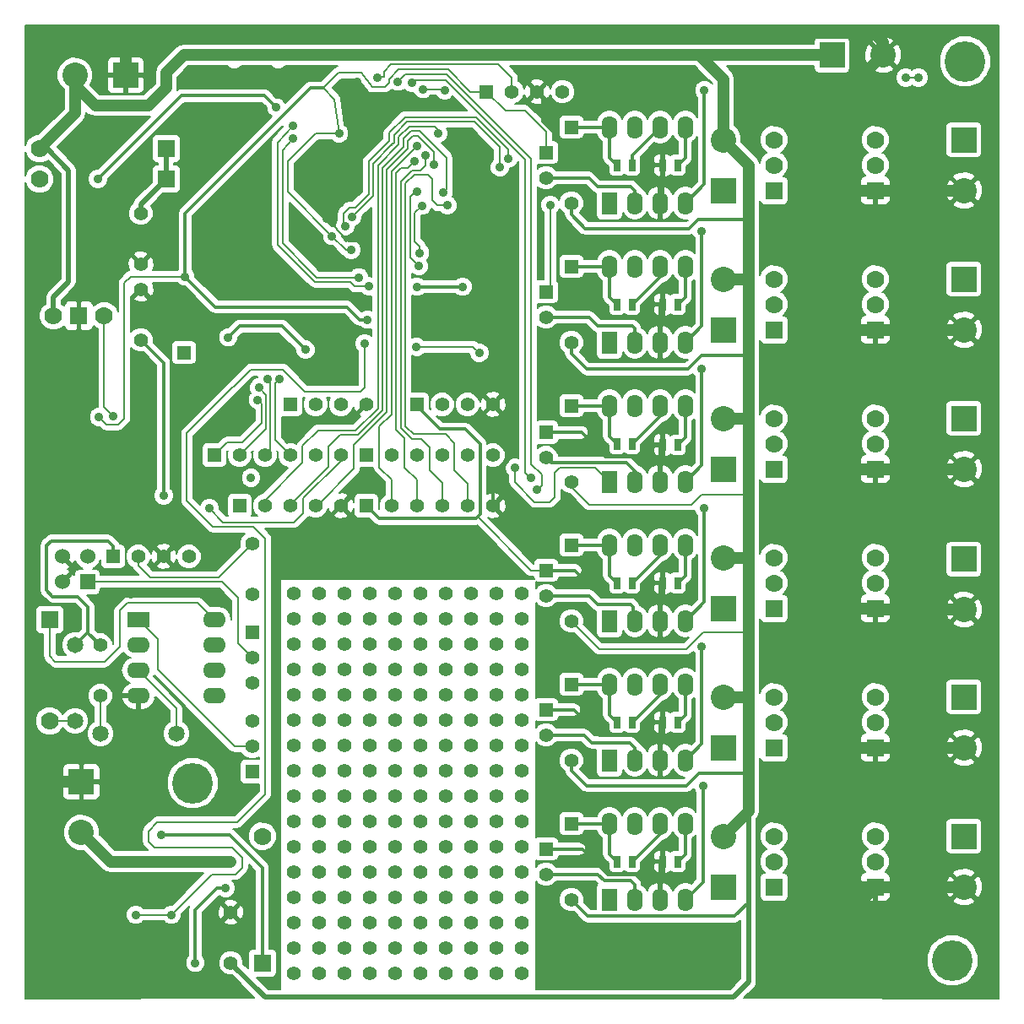
<source format=gbl>
%FSLAX34Y34*%
G04 Gerber Fmt 3.4, Leading zero omitted, Abs format*
G04 (created by PCBNEW (2014-01-30 BZR 4648)-product) date Wed 16 Apr 2014 10:53:14 PM EDT*
%MOIN*%
G01*
G70*
G90*
G04 APERTURE LIST*
%ADD10C,0.005906*%
%ADD11C,0.055000*%
%ADD12C,0.160000*%
%ADD13R,0.025000X0.045000*%
%ADD14R,0.055000X0.055000*%
%ADD15C,0.065000*%
%ADD16R,0.060000X0.060000*%
%ADD17C,0.060000*%
%ADD18R,0.062000X0.090000*%
%ADD19O,0.062000X0.090000*%
%ADD20R,0.090000X0.062000*%
%ADD21O,0.090000X0.062000*%
%ADD22C,0.070000*%
%ADD23R,0.070000X0.070000*%
%ADD24R,0.100000X0.100000*%
%ADD25C,0.100000*%
%ADD26C,0.035000*%
%ADD27C,0.008000*%
%ADD28C,0.045000*%
%ADD29C,0.012000*%
%ADD30C,0.020000*%
G04 APERTURE END LIST*
G54D10*
G54D11*
X76050Y-28400D03*
X76050Y-29400D03*
X76050Y-30400D03*
X76050Y-31400D03*
X76050Y-32400D03*
X76050Y-33400D03*
X76050Y-34400D03*
X76050Y-35400D03*
X76050Y-36400D03*
X76050Y-37400D03*
X76050Y-38400D03*
X76050Y-39400D03*
X76050Y-40400D03*
X76050Y-41400D03*
X76050Y-42400D03*
X76050Y-43400D03*
X77050Y-43400D03*
X77050Y-42400D03*
X77050Y-41400D03*
X77050Y-40400D03*
X77050Y-39400D03*
X77050Y-38400D03*
X77050Y-37400D03*
X77050Y-36400D03*
X77050Y-35400D03*
X77050Y-34400D03*
X77050Y-33400D03*
X77050Y-32400D03*
X77050Y-31400D03*
X77050Y-30400D03*
X77050Y-29400D03*
X77050Y-28400D03*
X72050Y-28400D03*
X72050Y-29400D03*
X72050Y-30400D03*
X72050Y-31400D03*
X72050Y-32400D03*
X72050Y-33400D03*
X72050Y-34400D03*
X72050Y-35400D03*
X72050Y-36400D03*
X72050Y-37400D03*
X72050Y-38400D03*
X72050Y-39400D03*
X72050Y-40400D03*
X72050Y-41400D03*
X72050Y-42400D03*
X72050Y-43400D03*
X73050Y-43400D03*
X73050Y-42400D03*
X73050Y-41400D03*
X73050Y-40400D03*
X73050Y-39400D03*
X73050Y-38400D03*
X73050Y-37400D03*
X73050Y-36400D03*
X73050Y-35400D03*
X73050Y-34400D03*
X73050Y-33400D03*
X73050Y-32400D03*
X73050Y-31400D03*
X73050Y-30400D03*
X73050Y-29400D03*
X73050Y-28400D03*
X75050Y-28400D03*
X75050Y-29400D03*
X75050Y-30400D03*
X75050Y-31400D03*
X75050Y-32400D03*
X75050Y-33400D03*
X75050Y-34400D03*
X75050Y-35400D03*
X75050Y-36400D03*
X75050Y-37400D03*
X75050Y-38400D03*
X75050Y-39400D03*
X75050Y-40400D03*
X75050Y-41400D03*
X75050Y-42400D03*
X75050Y-43400D03*
X74050Y-43400D03*
X74050Y-42400D03*
X74050Y-41400D03*
X74050Y-40400D03*
X74050Y-39400D03*
X74050Y-38400D03*
X74050Y-37400D03*
X74050Y-36400D03*
X74050Y-35400D03*
X74050Y-34400D03*
X74050Y-33400D03*
X74050Y-32400D03*
X74050Y-31400D03*
X74050Y-30400D03*
X74050Y-29400D03*
X74050Y-28400D03*
X70050Y-28400D03*
X70050Y-29400D03*
X70050Y-30400D03*
X70050Y-31400D03*
X70050Y-32400D03*
X70050Y-33400D03*
X70050Y-34400D03*
X70050Y-35400D03*
X70050Y-36400D03*
X70050Y-37400D03*
X70050Y-38400D03*
X70050Y-39400D03*
X70050Y-40400D03*
X70050Y-41400D03*
X70050Y-42400D03*
X70050Y-43400D03*
X71050Y-43400D03*
X71050Y-42400D03*
X71050Y-41400D03*
X71050Y-40400D03*
X71050Y-39400D03*
X71050Y-38400D03*
X71050Y-37400D03*
X71050Y-36400D03*
X71050Y-35400D03*
X71050Y-34400D03*
X71050Y-33400D03*
X71050Y-32400D03*
X71050Y-31400D03*
X71050Y-30400D03*
X71050Y-29400D03*
X71050Y-28400D03*
X69050Y-28400D03*
X69050Y-29400D03*
X69050Y-30400D03*
X69050Y-31400D03*
X69050Y-32400D03*
X69050Y-33400D03*
X69050Y-34400D03*
X69050Y-35400D03*
X69050Y-36400D03*
X69050Y-37400D03*
X69050Y-38400D03*
X69050Y-39400D03*
X69050Y-40400D03*
X69050Y-41400D03*
X69050Y-42400D03*
X69050Y-43400D03*
X68050Y-43400D03*
X68050Y-42400D03*
X68050Y-41400D03*
X68050Y-40400D03*
X68050Y-39400D03*
X68050Y-38400D03*
X68050Y-37400D03*
X68050Y-36400D03*
X68050Y-35400D03*
X68050Y-34400D03*
X68050Y-33400D03*
X68050Y-32400D03*
X68050Y-31400D03*
X68050Y-30400D03*
X68050Y-29400D03*
X68050Y-28400D03*
G54D12*
X94550Y-7400D03*
G54D13*
X83200Y-28000D03*
X82600Y-28000D03*
X83200Y-17000D03*
X82600Y-17000D03*
X80800Y-28000D03*
X81400Y-28000D03*
X80800Y-17000D03*
X81400Y-17000D03*
X83200Y-11500D03*
X82600Y-11500D03*
X80800Y-11500D03*
X81400Y-11500D03*
X80800Y-33500D03*
X81400Y-33500D03*
X83200Y-39000D03*
X82600Y-39000D03*
X80800Y-39000D03*
X81400Y-39000D03*
X83200Y-33500D03*
X82600Y-33500D03*
X80800Y-22500D03*
X81400Y-22500D03*
X83200Y-22550D03*
X82600Y-22550D03*
G54D14*
X70900Y-22950D03*
G54D11*
X71900Y-22950D03*
X72900Y-22950D03*
X73900Y-22950D03*
X74900Y-22950D03*
X75900Y-22950D03*
G54D14*
X64900Y-22950D03*
G54D11*
X65900Y-22950D03*
X66900Y-22950D03*
X67900Y-22950D03*
X68900Y-22950D03*
X69900Y-22950D03*
G54D14*
X70900Y-24950D03*
G54D11*
X71900Y-24950D03*
X72900Y-24950D03*
X73900Y-24950D03*
X74900Y-24950D03*
X75900Y-24950D03*
G54D14*
X65900Y-24950D03*
G54D11*
X66900Y-24950D03*
X67900Y-24950D03*
X68900Y-24950D03*
X69900Y-24950D03*
G54D14*
X75650Y-8600D03*
G54D11*
X76650Y-8600D03*
X77650Y-8600D03*
X78650Y-8600D03*
G54D14*
X67900Y-20950D03*
G54D11*
X68900Y-20950D03*
X69900Y-20950D03*
X70900Y-20950D03*
G54D14*
X72900Y-20950D03*
G54D11*
X73900Y-20950D03*
X74900Y-20950D03*
X75900Y-20950D03*
G54D14*
X60900Y-26950D03*
G54D11*
X61900Y-26950D03*
X62900Y-26950D03*
X63900Y-26950D03*
G54D14*
X66400Y-35450D03*
G54D11*
X66400Y-34450D03*
X66400Y-33450D03*
G54D14*
X66400Y-29950D03*
G54D11*
X66400Y-30950D03*
X66400Y-31950D03*
G54D14*
X78000Y-11000D03*
G54D11*
X78000Y-12000D03*
G54D14*
X78000Y-16500D03*
G54D11*
X78000Y-17500D03*
G54D14*
X78000Y-22050D03*
G54D11*
X78000Y-23050D03*
G54D14*
X78000Y-27500D03*
G54D11*
X78000Y-28500D03*
G54D14*
X78000Y-33000D03*
G54D11*
X78000Y-34000D03*
G54D14*
X78000Y-38500D03*
G54D11*
X78000Y-39500D03*
G54D15*
X60400Y-33950D03*
X63400Y-33950D03*
X59400Y-33450D03*
X59400Y-30450D03*
G54D16*
X59900Y-27950D03*
G54D17*
X58900Y-27950D03*
X59900Y-26950D03*
X58900Y-26950D03*
G54D18*
X80500Y-13000D03*
G54D19*
X81500Y-13000D03*
X82500Y-13000D03*
X83500Y-13000D03*
X83500Y-10000D03*
X82500Y-10000D03*
X81500Y-10000D03*
X80500Y-10000D03*
G54D18*
X80500Y-18500D03*
G54D19*
X81500Y-18500D03*
X82500Y-18500D03*
X83500Y-18500D03*
X83500Y-15500D03*
X82500Y-15500D03*
X81500Y-15500D03*
X80500Y-15500D03*
G54D18*
X80500Y-29500D03*
G54D19*
X81500Y-29500D03*
X82500Y-29500D03*
X83500Y-29500D03*
X83500Y-26500D03*
X82500Y-26500D03*
X81500Y-26500D03*
X80500Y-26500D03*
G54D18*
X80500Y-35000D03*
G54D19*
X81500Y-35000D03*
X82500Y-35000D03*
X83500Y-35000D03*
X83500Y-32000D03*
X82500Y-32000D03*
X81500Y-32000D03*
X80500Y-32000D03*
G54D18*
X80500Y-40500D03*
G54D19*
X81500Y-40500D03*
X82500Y-40500D03*
X83500Y-40500D03*
X83500Y-37500D03*
X82500Y-37500D03*
X81500Y-37500D03*
X80500Y-37500D03*
G54D18*
X80500Y-24000D03*
G54D19*
X81500Y-24000D03*
X82500Y-24000D03*
X83500Y-24000D03*
X83500Y-21000D03*
X82500Y-21000D03*
X81500Y-21000D03*
X80500Y-21000D03*
G54D20*
X61900Y-29450D03*
G54D21*
X61900Y-30450D03*
X61900Y-31450D03*
X61900Y-32450D03*
X64900Y-32450D03*
X64900Y-31450D03*
X64900Y-30450D03*
X64900Y-29450D03*
G54D22*
X58000Y-10850D03*
G54D23*
X63000Y-10850D03*
G54D22*
X58000Y-12050D03*
G54D23*
X63000Y-12050D03*
G54D22*
X66800Y-38000D03*
G54D23*
X66800Y-43000D03*
G54D11*
X66400Y-26450D03*
X66400Y-28450D03*
X65550Y-43000D03*
X65550Y-41000D03*
X60400Y-30450D03*
X60400Y-32450D03*
X62000Y-18400D03*
X62000Y-16400D03*
X62000Y-13400D03*
X62000Y-15400D03*
G54D22*
X87000Y-21500D03*
X87000Y-22500D03*
G54D23*
X87000Y-23500D03*
G54D22*
X91000Y-21500D03*
X91000Y-22500D03*
G54D23*
X91000Y-23500D03*
G54D22*
X87000Y-38000D03*
X87000Y-39000D03*
G54D23*
X87000Y-40000D03*
G54D22*
X91000Y-38000D03*
X91000Y-39000D03*
G54D23*
X91000Y-40000D03*
G54D22*
X87000Y-32500D03*
X87000Y-33500D03*
G54D23*
X87000Y-34500D03*
G54D22*
X91000Y-32500D03*
X91000Y-33500D03*
G54D23*
X91000Y-34500D03*
G54D22*
X87000Y-27000D03*
X87000Y-28000D03*
G54D23*
X87000Y-29000D03*
G54D22*
X91000Y-27000D03*
X91000Y-28000D03*
G54D23*
X91000Y-29000D03*
G54D22*
X87000Y-16000D03*
X87000Y-17000D03*
G54D23*
X87000Y-18000D03*
G54D22*
X91000Y-16000D03*
X91000Y-17000D03*
G54D23*
X91000Y-18000D03*
G54D22*
X87000Y-10500D03*
X87000Y-11500D03*
G54D23*
X87000Y-12500D03*
G54D22*
X91000Y-10500D03*
X91000Y-11500D03*
G54D23*
X91000Y-12500D03*
G54D22*
X58550Y-17450D03*
G54D23*
X59550Y-17450D03*
G54D22*
X60550Y-17450D03*
G54D24*
X85000Y-40000D03*
G54D25*
X85000Y-38000D03*
G54D24*
X85000Y-34500D03*
G54D25*
X85000Y-32500D03*
G54D24*
X85000Y-29000D03*
G54D25*
X85000Y-27000D03*
G54D24*
X85000Y-18000D03*
G54D25*
X85000Y-16000D03*
G54D24*
X85000Y-12500D03*
G54D25*
X85000Y-10500D03*
G54D24*
X94500Y-10500D03*
G54D25*
X94500Y-12500D03*
G54D24*
X94500Y-16000D03*
G54D25*
X94500Y-18000D03*
G54D24*
X94500Y-21500D03*
G54D25*
X94500Y-23500D03*
G54D24*
X94500Y-27050D03*
G54D25*
X94500Y-29050D03*
G54D24*
X94500Y-32500D03*
G54D25*
X94500Y-34500D03*
G54D24*
X94500Y-38000D03*
G54D25*
X94500Y-40000D03*
G54D24*
X85000Y-23500D03*
G54D25*
X85000Y-21500D03*
G54D14*
X79000Y-21000D03*
G54D11*
X79000Y-24000D03*
G54D14*
X79000Y-37500D03*
G54D11*
X79000Y-40500D03*
G54D14*
X79000Y-32000D03*
G54D11*
X79000Y-35000D03*
G54D14*
X79000Y-26500D03*
G54D11*
X79000Y-29500D03*
G54D14*
X79000Y-15500D03*
G54D11*
X79000Y-18500D03*
G54D14*
X79000Y-10000D03*
G54D11*
X79000Y-13000D03*
G54D24*
X61400Y-7950D03*
G54D25*
X59400Y-7950D03*
G54D22*
X58400Y-33450D03*
G54D23*
X58400Y-29450D03*
G54D24*
X59650Y-35850D03*
G54D25*
X59650Y-37850D03*
G54D14*
X63700Y-18900D03*
G54D24*
X89300Y-7150D03*
G54D25*
X91300Y-7150D03*
G54D12*
X64050Y-35900D03*
X94050Y-42900D03*
G54D26*
X66350Y-23850D03*
X92200Y-8050D03*
X92700Y-8050D03*
X60900Y-21400D03*
X65550Y-39000D03*
X66620Y-20770D03*
X66660Y-20290D03*
X67000Y-19930D03*
X67480Y-19930D03*
X64700Y-25050D03*
X63200Y-41100D03*
X61800Y-41100D03*
X70840Y-18550D03*
X72880Y-18670D03*
X75360Y-18910D03*
X70060Y-13910D03*
X76520Y-11230D03*
X76180Y-11590D03*
X70340Y-13550D03*
X76775Y-23450D03*
X72700Y-8250D03*
X77400Y-23850D03*
X72150Y-8200D03*
X77650Y-24325D03*
X72800Y-11350D03*
X72900Y-10750D03*
X74100Y-13090D03*
X73250Y-11100D03*
X73150Y-8500D03*
X74000Y-8550D03*
X71350Y-8050D03*
X73580Y-11470D03*
X73740Y-10250D03*
X73940Y-12590D03*
X73100Y-13100D03*
X70600Y-15930D03*
X68000Y-10450D03*
X73020Y-14970D03*
X72980Y-15490D03*
X68000Y-9950D03*
X72920Y-12550D03*
X71000Y-16290D03*
X60300Y-12050D03*
X67350Y-9225D03*
X70800Y-14600D03*
X69350Y-13600D03*
X63950Y-7800D03*
X64000Y-6250D03*
X64750Y-13600D03*
X84300Y-42350D03*
X60400Y-41950D03*
X60400Y-41500D03*
X76850Y-25100D03*
X60000Y-22850D03*
X65650Y-20950D03*
X69050Y-8000D03*
X62550Y-39750D03*
X60000Y-23450D03*
X80950Y-25450D03*
X74300Y-16950D03*
X61600Y-28450D03*
X70950Y-24050D03*
X60500Y-29050D03*
X84300Y-41850D03*
X86800Y-41800D03*
X64350Y-11800D03*
X84800Y-41850D03*
X70800Y-16950D03*
X84800Y-42350D03*
X65000Y-19250D03*
X72900Y-16950D03*
X70150Y-6250D03*
X70550Y-8200D03*
X70340Y-20030D03*
X62800Y-37950D03*
X65350Y-40050D03*
X64150Y-43000D03*
X84150Y-19550D03*
X84200Y-36000D03*
X84150Y-30500D03*
X84250Y-25050D03*
X84150Y-14100D03*
X84250Y-8550D03*
X78175Y-13075D03*
X69550Y-14300D03*
X65450Y-18300D03*
X70300Y-14850D03*
X72900Y-16300D03*
X60350Y-21450D03*
X68500Y-18790D03*
X69825Y-10250D03*
X70950Y-17600D03*
X63750Y-15900D03*
X74700Y-16300D03*
X62900Y-24550D03*
G54D27*
X92200Y-8050D02*
X92700Y-8050D01*
X60550Y-21050D02*
X60900Y-21400D01*
X60550Y-17450D02*
X60550Y-21050D01*
G54D28*
X59650Y-37850D02*
X60800Y-39000D01*
X61400Y-39000D02*
X60800Y-39000D01*
X65550Y-39000D02*
X61400Y-39000D01*
G54D27*
X66620Y-20770D02*
X66754Y-20904D01*
X66000Y-22450D02*
X65400Y-22450D01*
X66754Y-20904D02*
X66754Y-21696D01*
X62660Y-30210D02*
X61900Y-29450D01*
X62660Y-31410D02*
X62660Y-30210D01*
X66754Y-21696D02*
X66000Y-22450D01*
X65400Y-22450D02*
X64900Y-22950D01*
X66400Y-34450D02*
X65700Y-34450D01*
X65700Y-34450D02*
X62660Y-31410D01*
X65900Y-22950D02*
X66936Y-21914D01*
X66936Y-20566D02*
X66936Y-21914D01*
X66660Y-20290D02*
X66936Y-20566D01*
X67118Y-20048D02*
X67118Y-22732D01*
X67118Y-22732D02*
X66900Y-22950D01*
X67000Y-19930D02*
X67118Y-20048D01*
X67300Y-20110D02*
X67300Y-22350D01*
X67900Y-22950D02*
X67300Y-22350D01*
X67480Y-19930D02*
X67300Y-20110D01*
X68050Y-25600D02*
X68409Y-25241D01*
X65250Y-25600D02*
X68050Y-25600D01*
X68409Y-24659D02*
X69900Y-23168D01*
X68409Y-25241D02*
X68409Y-24659D01*
X64700Y-25050D02*
X65250Y-25600D01*
X69900Y-23168D02*
X69900Y-22950D01*
X62300Y-37800D02*
X62300Y-38200D01*
X66340Y-19570D02*
X67620Y-19570D01*
X66000Y-38850D02*
X66000Y-39250D01*
X62300Y-38200D02*
X62550Y-38450D01*
X63820Y-24750D02*
X64852Y-25782D01*
X63820Y-22090D02*
X63820Y-24750D01*
X65660Y-20250D02*
X65650Y-20260D01*
X65750Y-39500D02*
X64800Y-39500D01*
X62650Y-37450D02*
X62300Y-37800D01*
X66920Y-36330D02*
X65800Y-37450D01*
X62550Y-38450D02*
X65600Y-38450D01*
X66452Y-25782D02*
X66920Y-26250D01*
X66000Y-39250D02*
X65750Y-39500D01*
X64852Y-25782D02*
X66452Y-25782D01*
X65800Y-37450D02*
X62650Y-37450D01*
X66920Y-36330D02*
X66920Y-26250D01*
X65600Y-38450D02*
X66000Y-38850D01*
X65660Y-20250D02*
X66340Y-19570D01*
X65650Y-20260D02*
X63820Y-22090D01*
X64800Y-39500D02*
X63200Y-41100D01*
X63200Y-41100D02*
X61800Y-41100D01*
X67620Y-19570D02*
X68480Y-20430D01*
X68480Y-20430D02*
X70680Y-20430D01*
X70680Y-20430D02*
X70840Y-20270D01*
X70840Y-20270D02*
X70840Y-18550D01*
X75120Y-18670D02*
X72880Y-18670D01*
X75360Y-18910D02*
X75120Y-18670D01*
X65840Y-28590D02*
X65840Y-30390D01*
X59900Y-27950D02*
X65200Y-27950D01*
X65200Y-27950D02*
X65840Y-28590D01*
X65840Y-30390D02*
X66400Y-30950D01*
X76520Y-10878D02*
X76520Y-11230D01*
X70000Y-13410D02*
X70239Y-13171D01*
X71812Y-10538D02*
X71812Y-10226D01*
X71812Y-10226D02*
X72436Y-9602D01*
X70990Y-11360D02*
X71300Y-11050D01*
X71300Y-11050D02*
X71812Y-10538D01*
X75100Y-9602D02*
X75120Y-9602D01*
X70461Y-13171D02*
X70990Y-12642D01*
X70200Y-13171D02*
X70461Y-13171D01*
X75244Y-9602D02*
X76176Y-10534D01*
X75244Y-9602D02*
X75100Y-9602D01*
X70990Y-12642D02*
X70990Y-11360D01*
X70000Y-13850D02*
X70000Y-13410D01*
X70239Y-13171D02*
X70200Y-13171D01*
X72436Y-9602D02*
X75100Y-9602D01*
X76176Y-10534D02*
X76520Y-10878D01*
X70060Y-13910D02*
X70000Y-13850D01*
G54D29*
X81400Y-11500D02*
X81400Y-11100D01*
X81400Y-11100D02*
X82500Y-10000D01*
X79700Y-12000D02*
X80050Y-12350D01*
X78000Y-12000D02*
X79700Y-12000D01*
X81500Y-12500D02*
X81500Y-13000D01*
X80050Y-12350D02*
X81350Y-12350D01*
X81350Y-12350D02*
X81500Y-12500D01*
G54D27*
X76180Y-11590D02*
X76180Y-10796D01*
X76180Y-10796D02*
X75767Y-10383D01*
X71172Y-11436D02*
X71920Y-10688D01*
X71994Y-10302D02*
X72512Y-9784D01*
X70340Y-13550D02*
X71172Y-12718D01*
X71994Y-10614D02*
X71994Y-10302D01*
X75168Y-9784D02*
X75120Y-9784D01*
X72512Y-9784D02*
X75120Y-9784D01*
X75120Y-9784D02*
X75140Y-9784D01*
X71172Y-12718D02*
X71172Y-11436D01*
X71920Y-10688D02*
X71994Y-10614D01*
X75168Y-9784D02*
X75767Y-10383D01*
X71920Y-10688D02*
X71889Y-10719D01*
G54D29*
X82500Y-15900D02*
X82500Y-15500D01*
X81400Y-17000D02*
X82500Y-15900D01*
X80050Y-17850D02*
X81400Y-17850D01*
X81500Y-17950D02*
X81500Y-18500D01*
X78000Y-17500D02*
X79700Y-17500D01*
X79700Y-17500D02*
X80050Y-17850D01*
X81400Y-17850D02*
X81500Y-17950D01*
G54D27*
X78350Y-24600D02*
X78350Y-23650D01*
X79950Y-23450D02*
X80500Y-24000D01*
X78125Y-24800D02*
X78150Y-24800D01*
X78150Y-24800D02*
X78350Y-24600D01*
X78150Y-24800D02*
X77550Y-24800D01*
X76775Y-24025D02*
X76775Y-23450D01*
X78350Y-23650D02*
X78550Y-23450D01*
X78550Y-23450D02*
X79950Y-23450D01*
X77550Y-24800D02*
X76775Y-24025D01*
G54D29*
X81400Y-22500D02*
X82500Y-21400D01*
X82500Y-21400D02*
X82500Y-21000D01*
X78198Y-23248D02*
X78000Y-23050D01*
X81176Y-23248D02*
X78198Y-23248D01*
X81278Y-23350D02*
X81176Y-23248D01*
X81500Y-24000D02*
X81500Y-23572D01*
X81500Y-23572D02*
X81278Y-23350D01*
X82500Y-26900D02*
X82500Y-26500D01*
X81400Y-28000D02*
X82500Y-26900D01*
X80050Y-28850D02*
X81350Y-28850D01*
X81450Y-28950D02*
X81450Y-29450D01*
X79700Y-28500D02*
X80050Y-28850D01*
X81450Y-29450D02*
X81500Y-29500D01*
X78000Y-28500D02*
X79700Y-28500D01*
X81350Y-28850D02*
X81450Y-28950D01*
G54D27*
X72800Y-8150D02*
X74050Y-8150D01*
X77400Y-23850D02*
X77375Y-23850D01*
X77175Y-23650D02*
X77175Y-22800D01*
X72700Y-8250D02*
X72800Y-8150D01*
X77375Y-23850D02*
X77175Y-23650D01*
X74050Y-8150D02*
X77175Y-11275D01*
X77175Y-11275D02*
X77175Y-22700D01*
X77175Y-22800D02*
X77175Y-22700D01*
X77175Y-22800D02*
X77175Y-22775D01*
G54D29*
X82500Y-32400D02*
X82500Y-32000D01*
X81400Y-33500D02*
X82500Y-32400D01*
X79800Y-34300D02*
X81300Y-34300D01*
X79500Y-34000D02*
X78000Y-34000D01*
X79500Y-34000D02*
X79800Y-34300D01*
X81300Y-34300D02*
X81500Y-34500D01*
X81500Y-35000D02*
X81500Y-34500D01*
G54D27*
X77400Y-23300D02*
X77400Y-22700D01*
X74058Y-7900D02*
X77400Y-11242D01*
X72450Y-7900D02*
X74058Y-7900D01*
X77400Y-11242D02*
X77400Y-22700D01*
X77825Y-23725D02*
X77400Y-23300D01*
X77825Y-24150D02*
X77825Y-23725D01*
X77825Y-23725D02*
X77825Y-23718D01*
X77650Y-24325D02*
X77825Y-24150D01*
X72150Y-8200D02*
X72450Y-7900D01*
G54D29*
X82500Y-37900D02*
X82500Y-37500D01*
X81400Y-39000D02*
X82500Y-37900D01*
X81350Y-39750D02*
X80400Y-39750D01*
X80050Y-39500D02*
X78000Y-39500D01*
X81500Y-40500D02*
X81500Y-39900D01*
X80300Y-39750D02*
X80400Y-39750D01*
X80050Y-39500D02*
X80300Y-39750D01*
X81500Y-39900D02*
X81350Y-39750D01*
G54D27*
X62360Y-27768D02*
X65082Y-27768D01*
X61900Y-27308D02*
X62360Y-27768D01*
X65082Y-27768D02*
X66400Y-26450D01*
X61900Y-26950D02*
X61900Y-27308D01*
G54D29*
X60900Y-26950D02*
X60900Y-26530D01*
X58460Y-26330D02*
X58280Y-26510D01*
X60700Y-26330D02*
X58460Y-26330D01*
X60900Y-26530D02*
X60700Y-26330D01*
X59920Y-28930D02*
X59920Y-29930D01*
X59920Y-29930D02*
X59400Y-30450D01*
X58280Y-28290D02*
X58520Y-28530D01*
X58280Y-26510D02*
X58280Y-28290D01*
X59920Y-29970D02*
X60400Y-30450D01*
X58520Y-28530D02*
X59520Y-28530D01*
X59520Y-28530D02*
X59920Y-28930D01*
X59920Y-29930D02*
X59920Y-29970D01*
G54D27*
X72900Y-23910D02*
X72420Y-23430D01*
X72900Y-24950D02*
X72900Y-23910D01*
X72420Y-22290D02*
X72082Y-21952D01*
X72082Y-19900D02*
X72082Y-11826D01*
X72082Y-19900D02*
X72082Y-19890D01*
X72521Y-11629D02*
X72800Y-11350D01*
X72082Y-21952D02*
X72082Y-19900D01*
X72420Y-23430D02*
X72420Y-22290D01*
X72279Y-11629D02*
X72521Y-11629D01*
X72082Y-11826D02*
X72279Y-11629D01*
X71900Y-19810D02*
X71900Y-19850D01*
X71900Y-23910D02*
X71420Y-23430D01*
X71420Y-23430D02*
X71420Y-21810D01*
X71900Y-21330D02*
X71900Y-19810D01*
X71900Y-24950D02*
X71900Y-23910D01*
X71900Y-19810D02*
X71900Y-11750D01*
X71900Y-11750D02*
X72900Y-10750D01*
X71420Y-21810D02*
X71900Y-21330D01*
X72446Y-21800D02*
X72446Y-19970D01*
X74038Y-22128D02*
X72774Y-22128D01*
X73720Y-13090D02*
X73500Y-12870D01*
X73500Y-12030D02*
X73500Y-12870D01*
X73352Y-11882D02*
X73500Y-12030D01*
X72446Y-12226D02*
X72790Y-11882D01*
X74900Y-24070D02*
X74380Y-23550D01*
X73160Y-11882D02*
X73126Y-11882D01*
X72446Y-12564D02*
X72446Y-19970D01*
X72446Y-19970D02*
X72446Y-19950D01*
X74100Y-13090D02*
X73720Y-13090D01*
X74380Y-23550D02*
X74380Y-22470D01*
X72790Y-11882D02*
X73126Y-11882D01*
X73168Y-11882D02*
X73160Y-11882D01*
X72446Y-12564D02*
X72446Y-12226D01*
X72774Y-22128D02*
X72446Y-21800D01*
X73160Y-11882D02*
X73352Y-11882D01*
X74900Y-24950D02*
X74900Y-24070D01*
X74380Y-22470D02*
X74038Y-22128D01*
X73420Y-22650D02*
X73080Y-22310D01*
X72264Y-21876D02*
X72264Y-19950D01*
X72698Y-22310D02*
X72264Y-21876D01*
X72264Y-19950D02*
X72264Y-12150D01*
X72264Y-12150D02*
X72714Y-11700D01*
X73900Y-24950D02*
X73900Y-24030D01*
X73420Y-23550D02*
X73420Y-22650D01*
X73250Y-11500D02*
X73250Y-11100D01*
X73900Y-24030D02*
X73420Y-23550D01*
X73050Y-11700D02*
X73250Y-11500D01*
X72264Y-12150D02*
X72264Y-12146D01*
X72714Y-11700D02*
X73050Y-11700D01*
X73080Y-22310D02*
X72698Y-22310D01*
X58400Y-33450D02*
X59400Y-33450D01*
X73150Y-8500D02*
X73950Y-8500D01*
X73950Y-8500D02*
X74000Y-8550D01*
X71600Y-8000D02*
X71400Y-8000D01*
X76650Y-8050D02*
X76115Y-7515D01*
X76115Y-7515D02*
X71884Y-7515D01*
X71884Y-7515D02*
X71600Y-7800D01*
X71600Y-7800D02*
X71600Y-8000D01*
X76650Y-8600D02*
X76650Y-8050D01*
X71400Y-8000D02*
X71350Y-8050D01*
X68960Y-24950D02*
X70420Y-23490D01*
X71718Y-19832D02*
X71718Y-11674D01*
X72540Y-10852D02*
X72540Y-10530D01*
X72940Y-10330D02*
X72740Y-10330D01*
X72540Y-10530D02*
X72740Y-10330D01*
X70420Y-22552D02*
X71718Y-21254D01*
X71718Y-21254D02*
X71718Y-19832D01*
X71718Y-11674D02*
X72540Y-10852D01*
X68900Y-24950D02*
X68960Y-24950D01*
X70420Y-23490D02*
X70420Y-22552D01*
X73580Y-11470D02*
X73580Y-10970D01*
X73580Y-10970D02*
X72940Y-10330D01*
X73740Y-10250D02*
X73740Y-10110D01*
X70486Y-21970D02*
X71354Y-21102D01*
X72176Y-10690D02*
X72176Y-10378D01*
X68380Y-23250D02*
X68380Y-22590D01*
X73596Y-9966D02*
X73284Y-9966D01*
X66900Y-24730D02*
X68380Y-23250D01*
X72588Y-9966D02*
X73284Y-9966D01*
X69000Y-21970D02*
X70486Y-21970D01*
X73740Y-10110D02*
X73596Y-9966D01*
X71354Y-20030D02*
X71354Y-11512D01*
X71354Y-11512D02*
X72176Y-10690D01*
X66900Y-24730D02*
X66900Y-24950D01*
X72176Y-10378D02*
X72588Y-9966D01*
X68380Y-22590D02*
X69000Y-21970D01*
X71354Y-21102D02*
X71354Y-20030D01*
X71536Y-11598D02*
X72358Y-10776D01*
X69400Y-22610D02*
X69858Y-22152D01*
X71536Y-19930D02*
X71536Y-11598D01*
X73609Y-10741D02*
X73016Y-10148D01*
X74080Y-12450D02*
X74080Y-11212D01*
X69400Y-23410D02*
X69400Y-22610D01*
X72358Y-10454D02*
X72664Y-10148D01*
X72358Y-10776D02*
X72358Y-10454D01*
X71536Y-21178D02*
X71536Y-19930D01*
X74080Y-11212D02*
X73609Y-10741D01*
X70562Y-22152D02*
X71536Y-21178D01*
X73940Y-12590D02*
X74080Y-12450D01*
X73016Y-10148D02*
X72664Y-10148D01*
X67900Y-24910D02*
X69400Y-23410D01*
X69858Y-22152D02*
X70562Y-22152D01*
X67900Y-24950D02*
X67900Y-24910D01*
X68000Y-10450D02*
X67600Y-10900D01*
X73020Y-14970D02*
X73020Y-14710D01*
X67600Y-14592D02*
X68676Y-15668D01*
X73100Y-13100D02*
X72810Y-13390D01*
X72810Y-13390D02*
X72810Y-14200D01*
X68938Y-15930D02*
X70600Y-15930D01*
X73020Y-14710D02*
X72920Y-14610D01*
X68676Y-15668D02*
X68938Y-15930D01*
X72920Y-14610D02*
X72810Y-14500D01*
X72810Y-14500D02*
X72810Y-14200D01*
X67600Y-10900D02*
X67600Y-14592D01*
X72980Y-15490D02*
X72628Y-15138D01*
X67400Y-10600D02*
X67400Y-14650D01*
X68862Y-16112D02*
X70262Y-16112D01*
X67400Y-14650D02*
X68600Y-15850D01*
X70262Y-16112D02*
X70440Y-16290D01*
X72920Y-12550D02*
X72828Y-12550D01*
X70440Y-16290D02*
X71000Y-16290D01*
X72628Y-12750D02*
X72828Y-12550D01*
X72628Y-14570D02*
X72628Y-12750D01*
X72628Y-14570D02*
X72628Y-15138D01*
X68000Y-9950D02*
X67400Y-10600D01*
X68600Y-15850D02*
X68862Y-16112D01*
X72628Y-14578D02*
X72628Y-14570D01*
G54D29*
X63600Y-8750D02*
X60300Y-12050D01*
X66875Y-8750D02*
X63600Y-8750D01*
X67350Y-9225D02*
X66875Y-8750D01*
X79100Y-11000D02*
X77875Y-9775D01*
X79100Y-11000D02*
X80150Y-12050D01*
X82600Y-12050D02*
X80150Y-12050D01*
X77875Y-8825D02*
X77650Y-8600D01*
X77875Y-9775D02*
X77875Y-8825D01*
G54D27*
X69550Y-13800D02*
X69750Y-14000D01*
X69750Y-14000D02*
X69750Y-14050D01*
X69750Y-14050D02*
X70200Y-14500D01*
X70200Y-14500D02*
X70700Y-14500D01*
X70700Y-14500D02*
X70800Y-14600D01*
X69400Y-13650D02*
X69550Y-13800D01*
X69400Y-13600D02*
X69400Y-13650D01*
X69350Y-13600D02*
X69400Y-13600D01*
G54D29*
X64000Y-6250D02*
X64025Y-6250D01*
X64050Y-6275D02*
X64025Y-6250D01*
G54D28*
X91300Y-7150D02*
X91300Y-6650D01*
X91300Y-6650D02*
X90900Y-6250D01*
X89700Y-8700D02*
X89750Y-8700D01*
X89700Y-12600D02*
X89700Y-8700D01*
X89750Y-8700D02*
X91300Y-7150D01*
G54D29*
X61100Y-28450D02*
X60500Y-29050D01*
G54D28*
X90875Y-6275D02*
X90900Y-6250D01*
X87275Y-6275D02*
X90875Y-6275D01*
G54D29*
X67450Y-17450D02*
X67440Y-17450D01*
G54D28*
X91000Y-18000D02*
X89700Y-18000D01*
X91000Y-23500D02*
X94500Y-23500D01*
X89700Y-34500D02*
X89800Y-34500D01*
X89700Y-29000D02*
X89700Y-23500D01*
X89700Y-34500D02*
X89700Y-34450D01*
X89700Y-34450D02*
X89700Y-39300D01*
G54D29*
X80100Y-34000D02*
X82500Y-34000D01*
X79100Y-33000D02*
X80100Y-34000D01*
X59550Y-17450D02*
X59550Y-22400D01*
G54D28*
X84800Y-41900D02*
X84800Y-42350D01*
X84800Y-41850D02*
X84800Y-41900D01*
G54D29*
X82500Y-34000D02*
X82450Y-34000D01*
X60300Y-39750D02*
X60300Y-41400D01*
X82600Y-17000D02*
X82500Y-17100D01*
G54D28*
X84300Y-42350D02*
X84300Y-41850D01*
X59650Y-35850D02*
X58450Y-35850D01*
G54D27*
X76850Y-25100D02*
X77200Y-25450D01*
G54D29*
X76620Y-21670D02*
X75900Y-20950D01*
G54D28*
X91000Y-29000D02*
X89700Y-29000D01*
X59650Y-39750D02*
X60300Y-39750D01*
G54D27*
X64400Y-17450D02*
X65000Y-18050D01*
G54D29*
X75900Y-23770D02*
X76620Y-23050D01*
X82600Y-33500D02*
X82500Y-33600D01*
X82500Y-39500D02*
X80450Y-39500D01*
X82450Y-34000D02*
X82500Y-34000D01*
X82600Y-12050D02*
X82600Y-12900D01*
G54D28*
X89700Y-18000D02*
X89700Y-23500D01*
X89700Y-18000D02*
X89700Y-12600D01*
G54D29*
X82600Y-22550D02*
X82500Y-22650D01*
X80200Y-28550D02*
X82500Y-28550D01*
X79150Y-27500D02*
X80200Y-28550D01*
G54D28*
X61400Y-6950D02*
X61400Y-7950D01*
G54D27*
X70150Y-6250D02*
X70150Y-6275D01*
X70150Y-6275D02*
X70150Y-6250D01*
G54D29*
X82500Y-22650D02*
X82500Y-23000D01*
X82500Y-39500D02*
X82500Y-40500D01*
X64400Y-17450D02*
X63050Y-17450D01*
X67450Y-17450D02*
X64400Y-17450D01*
X82500Y-23000D02*
X82500Y-23100D01*
X75900Y-24950D02*
X75900Y-23770D01*
G54D28*
X91000Y-12500D02*
X89700Y-12500D01*
G54D29*
X82600Y-39000D02*
X82500Y-39100D01*
G54D28*
X91050Y-29050D02*
X94500Y-29050D01*
X91000Y-29000D02*
X91050Y-29050D01*
G54D27*
X77200Y-25450D02*
X80950Y-25450D01*
G54D29*
X82500Y-28550D02*
X82500Y-29500D01*
X59550Y-22400D02*
X60000Y-22850D01*
X60300Y-41400D02*
X60400Y-41500D01*
X70340Y-20030D02*
X67760Y-17450D01*
X61600Y-28450D02*
X61100Y-28450D01*
G54D28*
X87275Y-6275D02*
X70150Y-6275D01*
G54D29*
X67760Y-17450D02*
X67450Y-17450D01*
X76620Y-23050D02*
X76620Y-21670D01*
G54D28*
X58450Y-35850D02*
X57950Y-36350D01*
X64050Y-6275D02*
X62075Y-6275D01*
G54D27*
X70150Y-6250D02*
X70150Y-6275D01*
G54D28*
X91000Y-12500D02*
X94500Y-12500D01*
G54D29*
X82500Y-17100D02*
X82500Y-17600D01*
G54D28*
X91000Y-40000D02*
X89200Y-41800D01*
G54D29*
X82600Y-28000D02*
X82500Y-28100D01*
X74300Y-16950D02*
X72900Y-16950D01*
X82500Y-17600D02*
X82500Y-18500D01*
G54D28*
X91000Y-34500D02*
X89700Y-34500D01*
X89800Y-34500D02*
X89700Y-34500D01*
G54D29*
X82500Y-23100D02*
X82500Y-24000D01*
X63050Y-17450D02*
X62000Y-16400D01*
G54D28*
X89200Y-41800D02*
X86800Y-41800D01*
X89800Y-29000D02*
X89700Y-29000D01*
X70150Y-6275D02*
X64050Y-6275D01*
X60300Y-39750D02*
X62550Y-39750D01*
X89700Y-34450D02*
X89700Y-29000D01*
X91000Y-18000D02*
X94500Y-18000D01*
G54D29*
X82500Y-39100D02*
X82500Y-39500D01*
G54D28*
X57950Y-36350D02*
X57950Y-38050D01*
G54D29*
X82500Y-34000D02*
X82500Y-35000D01*
G54D28*
X89700Y-29000D02*
X89800Y-29000D01*
X87275Y-6275D02*
X87250Y-6250D01*
G54D29*
X82600Y-12900D02*
X82500Y-13000D01*
G54D28*
X62075Y-6275D02*
X62100Y-6250D01*
G54D29*
X82500Y-28100D02*
X82500Y-28550D01*
G54D28*
X89700Y-39300D02*
X90400Y-40000D01*
X57950Y-38050D02*
X59650Y-39750D01*
G54D29*
X82500Y-33600D02*
X82500Y-34000D01*
G54D27*
X65000Y-18050D02*
X65000Y-19250D01*
G54D28*
X90400Y-40000D02*
X91000Y-40000D01*
X94500Y-34500D02*
X91000Y-34500D01*
X89700Y-12500D02*
X89700Y-12600D01*
X91000Y-23500D02*
X89700Y-23500D01*
X61400Y-6950D02*
X62100Y-6250D01*
G54D29*
X82600Y-11500D02*
X82600Y-12050D01*
G54D28*
X91000Y-40000D02*
X94500Y-40000D01*
G54D29*
X79450Y-38500D02*
X80450Y-39500D01*
X80350Y-23000D02*
X82500Y-23000D01*
X79400Y-22050D02*
X80350Y-23000D01*
X79300Y-38500D02*
X79450Y-38500D01*
G54D30*
X63000Y-12050D02*
X62000Y-13050D01*
X62000Y-13050D02*
X62000Y-13400D01*
X63000Y-10850D02*
X63000Y-12050D01*
G54D29*
X66800Y-43000D02*
X66800Y-39250D01*
X65500Y-37950D02*
X62800Y-37950D01*
X66800Y-39250D02*
X65500Y-37950D01*
X80500Y-22200D02*
X80500Y-21000D01*
X80500Y-21000D02*
X79000Y-21000D01*
X80800Y-22500D02*
X80500Y-22200D01*
X79000Y-37500D02*
X80500Y-37500D01*
X80500Y-38700D02*
X80500Y-37500D01*
X80800Y-39000D02*
X80500Y-38700D01*
X80800Y-33500D02*
X80500Y-33200D01*
X79000Y-32000D02*
X80500Y-32000D01*
X80500Y-33200D02*
X80500Y-32000D01*
X80800Y-28000D02*
X80500Y-27700D01*
X80500Y-27700D02*
X80500Y-26500D01*
X79000Y-26500D02*
X80500Y-26500D01*
X80500Y-16700D02*
X80500Y-15500D01*
X80800Y-17000D02*
X80500Y-16700D01*
X79000Y-15500D02*
X80500Y-15500D01*
X80500Y-11200D02*
X80800Y-11500D01*
X80500Y-10000D02*
X80500Y-11200D01*
X80500Y-10000D02*
X79000Y-10000D01*
G54D27*
X60400Y-32450D02*
X60400Y-33950D01*
G54D29*
X65000Y-40050D02*
X65350Y-40050D01*
X64150Y-40900D02*
X64150Y-43000D01*
X64150Y-40900D02*
X65000Y-40050D01*
X84150Y-23350D02*
X83500Y-24000D01*
X84150Y-19550D02*
X84150Y-23350D01*
X84200Y-36000D02*
X84200Y-39800D01*
X84200Y-39800D02*
X83500Y-40500D01*
X84150Y-34350D02*
X83500Y-35000D01*
X84150Y-30500D02*
X84150Y-34350D01*
X84250Y-25050D02*
X84250Y-28750D01*
X84250Y-28750D02*
X83500Y-29500D01*
X84150Y-14100D02*
X84150Y-17850D01*
X84150Y-17850D02*
X83500Y-18500D01*
X84250Y-8550D02*
X84250Y-12250D01*
X84250Y-12250D02*
X83500Y-13000D01*
G54D27*
X63400Y-32950D02*
X61900Y-31450D01*
X63400Y-33950D02*
X63400Y-32950D01*
G54D29*
X78000Y-33000D02*
X79100Y-33000D01*
X78000Y-27500D02*
X79150Y-27500D01*
G54D27*
X78000Y-27500D02*
X77400Y-27500D01*
X77400Y-27500D02*
X75295Y-25395D01*
X78000Y-16500D02*
X78175Y-16325D01*
X78175Y-16325D02*
X78175Y-13075D01*
X78000Y-11000D02*
X78000Y-10182D01*
X76400Y-9350D02*
X75650Y-8600D01*
X77167Y-9350D02*
X76400Y-9350D01*
X78000Y-10182D02*
X77167Y-9350D01*
X74134Y-7718D02*
X72182Y-7718D01*
X75650Y-8600D02*
X75016Y-8600D01*
X75016Y-8600D02*
X74134Y-7718D01*
X69800Y-7850D02*
X69200Y-8450D01*
X70700Y-7850D02*
X69800Y-7850D01*
X71127Y-8400D02*
X70700Y-7850D01*
X71650Y-8400D02*
X71127Y-8400D01*
X71800Y-8250D02*
X71650Y-8400D01*
X71800Y-8100D02*
X71800Y-8250D01*
X72182Y-7718D02*
X71800Y-8100D01*
G54D29*
X67250Y-17850D02*
X65900Y-17850D01*
X65900Y-17850D02*
X65450Y-18300D01*
X79300Y-38500D02*
X78000Y-38500D01*
X78000Y-22050D02*
X79400Y-22050D01*
X64950Y-17100D02*
X63750Y-15900D01*
G54D27*
X67800Y-12550D02*
X67800Y-11350D01*
X67800Y-11350D02*
X68900Y-10250D01*
X69550Y-14300D02*
X67800Y-12550D01*
X68900Y-10250D02*
X69825Y-10250D01*
X70300Y-14850D02*
X70100Y-14850D01*
X69550Y-14300D02*
X70100Y-14850D01*
X60350Y-21450D02*
X60650Y-21750D01*
G54D29*
X67560Y-17850D02*
X67250Y-17850D01*
X68500Y-18790D02*
X67560Y-17850D01*
G54D27*
X58400Y-30890D02*
X58620Y-31110D01*
G54D29*
X72900Y-21006D02*
X73820Y-21926D01*
X75400Y-22510D02*
X75400Y-23850D01*
X72900Y-20950D02*
X72900Y-21006D01*
X75400Y-25290D02*
X75295Y-25395D01*
X74816Y-21926D02*
X75400Y-22510D01*
X73820Y-21926D02*
X74816Y-21926D01*
X75400Y-23850D02*
X75400Y-25290D01*
G54D27*
X58620Y-31110D02*
X60580Y-31110D01*
X58400Y-29450D02*
X58400Y-30890D01*
X61350Y-21500D02*
X61350Y-19350D01*
X61180Y-30510D02*
X61180Y-29090D01*
X61350Y-16150D02*
X61600Y-15900D01*
X61100Y-21750D02*
X61350Y-21500D01*
G54D29*
X71400Y-25450D02*
X70900Y-24950D01*
X75240Y-25450D02*
X71400Y-25450D01*
X75295Y-25395D02*
X75240Y-25450D01*
G54D27*
X60650Y-21750D02*
X61100Y-21750D01*
X61350Y-19350D02*
X61350Y-16150D01*
G54D29*
X70650Y-17600D02*
X70950Y-17600D01*
X69850Y-17100D02*
X70150Y-17100D01*
X70150Y-17100D02*
X70650Y-17600D01*
G54D27*
X61600Y-15900D02*
X63750Y-15900D01*
X60580Y-31110D02*
X61180Y-30510D01*
G54D29*
X69850Y-17100D02*
X64950Y-17100D01*
X67250Y-17850D02*
X67240Y-17850D01*
G54D27*
X61180Y-29090D02*
X61480Y-28790D01*
X69650Y-8900D02*
X69200Y-8450D01*
X64240Y-28790D02*
X64900Y-29450D01*
G54D29*
X74700Y-16300D02*
X72900Y-16300D01*
G54D27*
X61480Y-28790D02*
X64240Y-28790D01*
X69825Y-10250D02*
X69650Y-8900D01*
G54D29*
X63750Y-13400D02*
X63750Y-15900D01*
X69200Y-8450D02*
X68700Y-8450D01*
X68700Y-8450D02*
X63750Y-13400D01*
G54D28*
X84050Y-7150D02*
X89300Y-7150D01*
G54D30*
X58550Y-16700D02*
X58550Y-17450D01*
G54D28*
X86000Y-16000D02*
X86000Y-15000D01*
G54D29*
X79650Y-41150D02*
X79000Y-40500D01*
X79000Y-18500D02*
X79000Y-18950D01*
G54D30*
X59150Y-11700D02*
X59150Y-16100D01*
G54D29*
X86000Y-37000D02*
X86000Y-40600D01*
X79600Y-19550D02*
X83600Y-19550D01*
G54D30*
X58300Y-10850D02*
X59150Y-11700D01*
G54D29*
X83500Y-27700D02*
X83500Y-26500D01*
X62900Y-19300D02*
X62000Y-18400D01*
G54D28*
X59400Y-8350D02*
X59400Y-7950D01*
G54D29*
X86000Y-40600D02*
X85450Y-41150D01*
G54D28*
X86000Y-32500D02*
X85950Y-32450D01*
G54D29*
X79550Y-14000D02*
X83650Y-14000D01*
G54D30*
X59150Y-16100D02*
X58550Y-16700D01*
G54D29*
X79000Y-13000D02*
X79000Y-13450D01*
G54D28*
X86000Y-20500D02*
X86000Y-21550D01*
X86000Y-27000D02*
X86000Y-26500D01*
X86000Y-21550D02*
X86000Y-24500D01*
G54D29*
X85450Y-41150D02*
X79650Y-41150D01*
G54D28*
X84050Y-7150D02*
X84500Y-7600D01*
X85000Y-21500D02*
X86000Y-21500D01*
G54D29*
X83200Y-33500D02*
X83500Y-33200D01*
G54D28*
X84050Y-7150D02*
X63900Y-7150D01*
G54D29*
X79600Y-36000D02*
X83550Y-36000D01*
G54D28*
X86000Y-20500D02*
X86000Y-19000D01*
G54D30*
X85400Y-44350D02*
X86000Y-43750D01*
G54D28*
X86000Y-27500D02*
X86000Y-27000D01*
X86000Y-31500D02*
X86000Y-29950D01*
G54D29*
X84150Y-19000D02*
X86000Y-19000D01*
X83650Y-14000D02*
X84000Y-13650D01*
X83600Y-19550D02*
X84150Y-19000D01*
G54D30*
X86000Y-43750D02*
X86000Y-37000D01*
X65550Y-43000D02*
X66900Y-44350D01*
G54D28*
X85000Y-8100D02*
X84500Y-7600D01*
G54D30*
X66900Y-44350D02*
X85400Y-44350D01*
G54D29*
X79000Y-35400D02*
X79600Y-36000D01*
X79000Y-18950D02*
X79600Y-19550D01*
G54D30*
X58000Y-10850D02*
X58300Y-10850D01*
G54D29*
X62900Y-24550D02*
X62900Y-19300D01*
G54D28*
X86000Y-37000D02*
X86000Y-35500D01*
G54D29*
X83200Y-11500D02*
X83500Y-11200D01*
G54D27*
X79700Y-24900D02*
X83750Y-24900D01*
G54D29*
X84000Y-13650D02*
X86000Y-13650D01*
G54D28*
X85000Y-27000D02*
X86000Y-27000D01*
G54D29*
X83500Y-22250D02*
X83500Y-21000D01*
G54D28*
X63900Y-7150D02*
X63700Y-7150D01*
G54D29*
X84050Y-35500D02*
X86000Y-35500D01*
G54D28*
X85950Y-32450D02*
X86000Y-32450D01*
G54D29*
X83200Y-22550D02*
X83500Y-22250D01*
G54D28*
X86000Y-21500D02*
X86000Y-21550D01*
G54D27*
X84200Y-29950D02*
X86000Y-29950D01*
G54D29*
X83550Y-36000D02*
X84050Y-35500D01*
G54D28*
X85950Y-27000D02*
X86000Y-27000D01*
X63700Y-7150D02*
X63000Y-7850D01*
G54D29*
X83200Y-28000D02*
X83500Y-27700D01*
G54D28*
X59400Y-7950D02*
X59400Y-9450D01*
X86000Y-19000D02*
X86000Y-16000D01*
G54D27*
X83750Y-24900D02*
X84150Y-24500D01*
G54D28*
X85000Y-38000D02*
X86000Y-37000D01*
G54D27*
X79000Y-29500D02*
X80100Y-30600D01*
G54D28*
X86000Y-13650D02*
X86000Y-15000D01*
X85000Y-16000D02*
X86000Y-16000D01*
G54D27*
X79000Y-24000D02*
X79000Y-24200D01*
G54D28*
X85000Y-32500D02*
X86000Y-32500D01*
G54D27*
X80100Y-30600D02*
X83550Y-30600D01*
G54D29*
X83500Y-11200D02*
X83500Y-10000D01*
G54D28*
X85000Y-10500D02*
X86000Y-11500D01*
X85000Y-8100D02*
X85000Y-10500D01*
G54D29*
X83500Y-33200D02*
X83500Y-32000D01*
G54D27*
X79000Y-24200D02*
X79700Y-24900D01*
G54D28*
X59400Y-8350D02*
X60200Y-9150D01*
G54D29*
X83500Y-38700D02*
X83500Y-37500D01*
G54D28*
X86000Y-32450D02*
X86000Y-31500D01*
X59400Y-9450D02*
X58000Y-10850D01*
X62300Y-9150D02*
X63000Y-8450D01*
X86000Y-29950D02*
X86000Y-27500D01*
X60200Y-9150D02*
X62300Y-9150D01*
G54D29*
X83200Y-17000D02*
X83500Y-16700D01*
G54D28*
X86000Y-35500D02*
X86000Y-32450D01*
G54D27*
X83550Y-30600D02*
X84200Y-29950D01*
G54D29*
X79000Y-13450D02*
X79550Y-14000D01*
G54D28*
X86000Y-26500D02*
X86000Y-24500D01*
X86000Y-11500D02*
X86000Y-13650D01*
X63000Y-8450D02*
X63000Y-7850D01*
X86000Y-27000D02*
X85950Y-27000D01*
G54D29*
X83200Y-39000D02*
X83500Y-38700D01*
X83500Y-16700D02*
X83500Y-15500D01*
X79000Y-35000D02*
X79000Y-35400D01*
G54D27*
X84150Y-24500D02*
X86000Y-24500D01*
G54D10*
G36*
X59699Y-27430D02*
X59556Y-27430D01*
X59475Y-27463D01*
X59413Y-27525D01*
X59380Y-27606D01*
X59380Y-27681D01*
X59378Y-27676D01*
X59286Y-27648D01*
X59201Y-27732D01*
X58984Y-27950D01*
X58990Y-27955D01*
X58905Y-28040D01*
X58900Y-28034D01*
X58894Y-28040D01*
X58809Y-27955D01*
X58815Y-27950D01*
X58809Y-27944D01*
X58894Y-27859D01*
X58900Y-27865D01*
X59201Y-27563D01*
X59173Y-27471D01*
X59114Y-27452D01*
X59173Y-27428D01*
X59201Y-27336D01*
X58900Y-27034D01*
X58894Y-27040D01*
X58809Y-26955D01*
X58815Y-26950D01*
X58809Y-26944D01*
X58894Y-26859D01*
X58900Y-26865D01*
X58905Y-26859D01*
X58990Y-26944D01*
X58984Y-26950D01*
X59286Y-27251D01*
X59378Y-27223D01*
X59410Y-27126D01*
X59458Y-27244D01*
X59605Y-27390D01*
X59699Y-27430D01*
X59699Y-27430D01*
G37*
G54D27*
X59699Y-27430D02*
X59556Y-27430D01*
X59475Y-27463D01*
X59413Y-27525D01*
X59380Y-27606D01*
X59380Y-27681D01*
X59378Y-27676D01*
X59286Y-27648D01*
X59201Y-27732D01*
X58984Y-27950D01*
X58990Y-27955D01*
X58905Y-28040D01*
X58900Y-28034D01*
X58894Y-28040D01*
X58809Y-27955D01*
X58815Y-27950D01*
X58809Y-27944D01*
X58894Y-27859D01*
X58900Y-27865D01*
X59201Y-27563D01*
X59173Y-27471D01*
X59114Y-27452D01*
X59173Y-27428D01*
X59201Y-27336D01*
X58900Y-27034D01*
X58894Y-27040D01*
X58809Y-26955D01*
X58815Y-26950D01*
X58809Y-26944D01*
X58894Y-26859D01*
X58900Y-26865D01*
X58905Y-26859D01*
X58990Y-26944D01*
X58984Y-26950D01*
X59286Y-27251D01*
X59378Y-27223D01*
X59410Y-27126D01*
X59458Y-27244D01*
X59605Y-27390D01*
X59699Y-27430D01*
G54D10*
G36*
X65580Y-29434D02*
X65542Y-29247D01*
X65427Y-29075D01*
X65255Y-28960D01*
X65053Y-28920D01*
X64746Y-28920D01*
X64739Y-28921D01*
X64423Y-28606D01*
X64339Y-28549D01*
X64240Y-28530D01*
X61480Y-28530D01*
X61380Y-28549D01*
X61296Y-28606D01*
X60996Y-28906D01*
X60939Y-28990D01*
X60920Y-29090D01*
X60920Y-30402D01*
X60895Y-30427D01*
X60895Y-30351D01*
X60819Y-30169D01*
X60680Y-30030D01*
X60498Y-29955D01*
X60301Y-29954D01*
X60301Y-29955D01*
X60200Y-29854D01*
X60200Y-28930D01*
X60178Y-28822D01*
X60178Y-28822D01*
X60117Y-28732D01*
X59855Y-28470D01*
X60243Y-28470D01*
X60324Y-28436D01*
X60386Y-28374D01*
X60420Y-28293D01*
X60420Y-28210D01*
X65092Y-28210D01*
X65580Y-28697D01*
X65580Y-29434D01*
X65580Y-29434D01*
G37*
G54D27*
X65580Y-29434D02*
X65542Y-29247D01*
X65427Y-29075D01*
X65255Y-28960D01*
X65053Y-28920D01*
X64746Y-28920D01*
X64739Y-28921D01*
X64423Y-28606D01*
X64339Y-28549D01*
X64240Y-28530D01*
X61480Y-28530D01*
X61380Y-28549D01*
X61296Y-28606D01*
X60996Y-28906D01*
X60939Y-28990D01*
X60920Y-29090D01*
X60920Y-30402D01*
X60895Y-30427D01*
X60895Y-30351D01*
X60819Y-30169D01*
X60680Y-30030D01*
X60498Y-29955D01*
X60301Y-29954D01*
X60301Y-29955D01*
X60200Y-29854D01*
X60200Y-28930D01*
X60178Y-28822D01*
X60178Y-28822D01*
X60117Y-28732D01*
X59855Y-28470D01*
X60243Y-28470D01*
X60324Y-28436D01*
X60386Y-28374D01*
X60420Y-28293D01*
X60420Y-28210D01*
X65092Y-28210D01*
X65580Y-28697D01*
X65580Y-29434D01*
G54D10*
G36*
X67817Y-23444D02*
X66807Y-24454D01*
X66801Y-24454D01*
X66745Y-24478D01*
X66745Y-23771D01*
X66685Y-23626D01*
X66574Y-23515D01*
X66428Y-23455D01*
X66271Y-23454D01*
X66126Y-23514D01*
X66015Y-23625D01*
X65955Y-23771D01*
X65954Y-23928D01*
X66014Y-24073D01*
X66125Y-24184D01*
X66271Y-24244D01*
X66428Y-24245D01*
X66573Y-24185D01*
X66684Y-24074D01*
X66744Y-23928D01*
X66745Y-23771D01*
X66745Y-24478D01*
X66619Y-24530D01*
X66480Y-24669D01*
X66405Y-24851D01*
X66404Y-25048D01*
X66480Y-25230D01*
X66589Y-25340D01*
X66365Y-25340D01*
X66395Y-25268D01*
X66395Y-25181D01*
X66395Y-24631D01*
X66361Y-24550D01*
X66299Y-24488D01*
X66218Y-24455D01*
X66131Y-24455D01*
X65581Y-24455D01*
X65500Y-24488D01*
X65438Y-24550D01*
X65405Y-24631D01*
X65405Y-24718D01*
X65405Y-25268D01*
X65434Y-25340D01*
X65357Y-25340D01*
X65094Y-25077D01*
X65095Y-24971D01*
X65035Y-24826D01*
X64924Y-24715D01*
X64778Y-24655D01*
X64621Y-24654D01*
X64476Y-24714D01*
X64365Y-24825D01*
X64335Y-24897D01*
X64080Y-24642D01*
X64080Y-22197D01*
X65833Y-20443D01*
X65833Y-20443D01*
X65833Y-20443D01*
X65843Y-20433D01*
X66447Y-19830D01*
X66613Y-19830D01*
X66605Y-19851D01*
X66605Y-19894D01*
X66581Y-19894D01*
X66436Y-19954D01*
X66325Y-20065D01*
X66265Y-20211D01*
X66264Y-20368D01*
X66322Y-20508D01*
X66285Y-20545D01*
X66225Y-20691D01*
X66224Y-20848D01*
X66284Y-20993D01*
X66395Y-21104D01*
X66494Y-21145D01*
X66494Y-21588D01*
X65892Y-22190D01*
X65400Y-22190D01*
X65300Y-22209D01*
X65216Y-22266D01*
X65027Y-22455D01*
X64581Y-22455D01*
X64500Y-22488D01*
X64438Y-22550D01*
X64405Y-22631D01*
X64405Y-22718D01*
X64405Y-23268D01*
X64438Y-23349D01*
X64500Y-23411D01*
X64581Y-23445D01*
X64668Y-23445D01*
X65218Y-23445D01*
X65299Y-23411D01*
X65361Y-23349D01*
X65395Y-23268D01*
X65395Y-23181D01*
X65395Y-22822D01*
X65432Y-22785D01*
X65405Y-22851D01*
X65404Y-23048D01*
X65480Y-23230D01*
X65619Y-23369D01*
X65801Y-23444D01*
X65998Y-23445D01*
X66180Y-23369D01*
X66319Y-23230D01*
X66394Y-23048D01*
X66395Y-22851D01*
X66386Y-22831D01*
X66432Y-22785D01*
X66405Y-22851D01*
X66404Y-23048D01*
X66480Y-23230D01*
X66619Y-23369D01*
X66801Y-23444D01*
X66998Y-23445D01*
X67180Y-23369D01*
X67319Y-23230D01*
X67394Y-23048D01*
X67395Y-22851D01*
X67367Y-22785D01*
X67413Y-22831D01*
X67405Y-22851D01*
X67404Y-23048D01*
X67480Y-23230D01*
X67619Y-23369D01*
X67801Y-23444D01*
X67817Y-23444D01*
X67817Y-23444D01*
G37*
G54D27*
X67817Y-23444D02*
X66807Y-24454D01*
X66801Y-24454D01*
X66745Y-24478D01*
X66745Y-23771D01*
X66685Y-23626D01*
X66574Y-23515D01*
X66428Y-23455D01*
X66271Y-23454D01*
X66126Y-23514D01*
X66015Y-23625D01*
X65955Y-23771D01*
X65954Y-23928D01*
X66014Y-24073D01*
X66125Y-24184D01*
X66271Y-24244D01*
X66428Y-24245D01*
X66573Y-24185D01*
X66684Y-24074D01*
X66744Y-23928D01*
X66745Y-23771D01*
X66745Y-24478D01*
X66619Y-24530D01*
X66480Y-24669D01*
X66405Y-24851D01*
X66404Y-25048D01*
X66480Y-25230D01*
X66589Y-25340D01*
X66365Y-25340D01*
X66395Y-25268D01*
X66395Y-25181D01*
X66395Y-24631D01*
X66361Y-24550D01*
X66299Y-24488D01*
X66218Y-24455D01*
X66131Y-24455D01*
X65581Y-24455D01*
X65500Y-24488D01*
X65438Y-24550D01*
X65405Y-24631D01*
X65405Y-24718D01*
X65405Y-25268D01*
X65434Y-25340D01*
X65357Y-25340D01*
X65094Y-25077D01*
X65095Y-24971D01*
X65035Y-24826D01*
X64924Y-24715D01*
X64778Y-24655D01*
X64621Y-24654D01*
X64476Y-24714D01*
X64365Y-24825D01*
X64335Y-24897D01*
X64080Y-24642D01*
X64080Y-22197D01*
X65833Y-20443D01*
X65833Y-20443D01*
X65833Y-20443D01*
X65843Y-20433D01*
X66447Y-19830D01*
X66613Y-19830D01*
X66605Y-19851D01*
X66605Y-19894D01*
X66581Y-19894D01*
X66436Y-19954D01*
X66325Y-20065D01*
X66265Y-20211D01*
X66264Y-20368D01*
X66322Y-20508D01*
X66285Y-20545D01*
X66225Y-20691D01*
X66224Y-20848D01*
X66284Y-20993D01*
X66395Y-21104D01*
X66494Y-21145D01*
X66494Y-21588D01*
X65892Y-22190D01*
X65400Y-22190D01*
X65300Y-22209D01*
X65216Y-22266D01*
X65027Y-22455D01*
X64581Y-22455D01*
X64500Y-22488D01*
X64438Y-22550D01*
X64405Y-22631D01*
X64405Y-22718D01*
X64405Y-23268D01*
X64438Y-23349D01*
X64500Y-23411D01*
X64581Y-23445D01*
X64668Y-23445D01*
X65218Y-23445D01*
X65299Y-23411D01*
X65361Y-23349D01*
X65395Y-23268D01*
X65395Y-23181D01*
X65395Y-22822D01*
X65432Y-22785D01*
X65405Y-22851D01*
X65404Y-23048D01*
X65480Y-23230D01*
X65619Y-23369D01*
X65801Y-23444D01*
X65998Y-23445D01*
X66180Y-23369D01*
X66319Y-23230D01*
X66394Y-23048D01*
X66395Y-22851D01*
X66386Y-22831D01*
X66432Y-22785D01*
X66405Y-22851D01*
X66404Y-23048D01*
X66480Y-23230D01*
X66619Y-23369D01*
X66801Y-23444D01*
X66998Y-23445D01*
X67180Y-23369D01*
X67319Y-23230D01*
X67394Y-23048D01*
X67395Y-22851D01*
X67367Y-22785D01*
X67413Y-22831D01*
X67405Y-22851D01*
X67404Y-23048D01*
X67480Y-23230D01*
X67619Y-23369D01*
X67801Y-23444D01*
X67817Y-23444D01*
G54D10*
G36*
X69774Y-7595D02*
X69717Y-7606D01*
X69700Y-7609D01*
X69616Y-7666D01*
X69112Y-8170D01*
X68700Y-8170D01*
X68610Y-8187D01*
X68592Y-8191D01*
X68502Y-8252D01*
X67704Y-9049D01*
X67685Y-9001D01*
X67574Y-8890D01*
X67428Y-8830D01*
X67350Y-8830D01*
X67072Y-8552D01*
X66982Y-8491D01*
X66875Y-8470D01*
X63600Y-8470D01*
X63510Y-8487D01*
X63492Y-8491D01*
X63428Y-8534D01*
X63445Y-8450D01*
X63445Y-8034D01*
X63884Y-7595D01*
X63900Y-7595D01*
X65407Y-7595D01*
X65458Y-7646D01*
X65604Y-7706D01*
X65762Y-7707D01*
X65908Y-7646D01*
X65960Y-7595D01*
X67139Y-7595D01*
X67190Y-7646D01*
X67336Y-7706D01*
X67494Y-7707D01*
X67640Y-7646D01*
X67692Y-7595D01*
X69774Y-7595D01*
X69774Y-7595D01*
G37*
G54D27*
X69774Y-7595D02*
X69717Y-7606D01*
X69700Y-7609D01*
X69616Y-7666D01*
X69112Y-8170D01*
X68700Y-8170D01*
X68610Y-8187D01*
X68592Y-8191D01*
X68502Y-8252D01*
X67704Y-9049D01*
X67685Y-9001D01*
X67574Y-8890D01*
X67428Y-8830D01*
X67350Y-8830D01*
X67072Y-8552D01*
X66982Y-8491D01*
X66875Y-8470D01*
X63600Y-8470D01*
X63510Y-8487D01*
X63492Y-8491D01*
X63428Y-8534D01*
X63445Y-8450D01*
X63445Y-8034D01*
X63884Y-7595D01*
X63900Y-7595D01*
X65407Y-7595D01*
X65458Y-7646D01*
X65604Y-7706D01*
X65762Y-7707D01*
X65908Y-7646D01*
X65960Y-7595D01*
X67139Y-7595D01*
X67190Y-7646D01*
X67336Y-7706D01*
X67494Y-7707D01*
X67640Y-7646D01*
X67692Y-7595D01*
X69774Y-7595D01*
G54D10*
G36*
X70990Y-20955D02*
X70905Y-21040D01*
X70900Y-21034D01*
X70616Y-21318D01*
X70641Y-21407D01*
X70671Y-21416D01*
X70378Y-21710D01*
X69000Y-21710D01*
X68900Y-21729D01*
X68816Y-21786D01*
X68196Y-22406D01*
X68139Y-22490D01*
X68135Y-22511D01*
X67998Y-22455D01*
X67801Y-22454D01*
X67781Y-22463D01*
X67560Y-22242D01*
X67560Y-21436D01*
X67581Y-21445D01*
X67668Y-21445D01*
X68218Y-21445D01*
X68299Y-21411D01*
X68361Y-21349D01*
X68395Y-21268D01*
X68395Y-21181D01*
X68395Y-20673D01*
X68472Y-20688D01*
X68405Y-20851D01*
X68404Y-21048D01*
X68480Y-21230D01*
X68619Y-21369D01*
X68801Y-21444D01*
X68998Y-21445D01*
X69180Y-21369D01*
X69319Y-21230D01*
X69394Y-21048D01*
X69395Y-20851D01*
X69328Y-20690D01*
X69471Y-20690D01*
X69405Y-20851D01*
X69404Y-21048D01*
X69480Y-21230D01*
X69619Y-21369D01*
X69801Y-21444D01*
X69998Y-21445D01*
X70180Y-21369D01*
X70319Y-21230D01*
X70391Y-21056D01*
X70394Y-21090D01*
X70442Y-21208D01*
X70531Y-21233D01*
X70815Y-20950D01*
X70809Y-20944D01*
X70894Y-20859D01*
X70900Y-20865D01*
X70905Y-20859D01*
X70990Y-20944D01*
X70984Y-20950D01*
X70990Y-20955D01*
X70990Y-20955D01*
G37*
G54D27*
X70990Y-20955D02*
X70905Y-21040D01*
X70900Y-21034D01*
X70616Y-21318D01*
X70641Y-21407D01*
X70671Y-21416D01*
X70378Y-21710D01*
X69000Y-21710D01*
X68900Y-21729D01*
X68816Y-21786D01*
X68196Y-22406D01*
X68139Y-22490D01*
X68135Y-22511D01*
X67998Y-22455D01*
X67801Y-22454D01*
X67781Y-22463D01*
X67560Y-22242D01*
X67560Y-21436D01*
X67581Y-21445D01*
X67668Y-21445D01*
X68218Y-21445D01*
X68299Y-21411D01*
X68361Y-21349D01*
X68395Y-21268D01*
X68395Y-21181D01*
X68395Y-20673D01*
X68472Y-20688D01*
X68405Y-20851D01*
X68404Y-21048D01*
X68480Y-21230D01*
X68619Y-21369D01*
X68801Y-21444D01*
X68998Y-21445D01*
X69180Y-21369D01*
X69319Y-21230D01*
X69394Y-21048D01*
X69395Y-20851D01*
X69328Y-20690D01*
X69471Y-20690D01*
X69405Y-20851D01*
X69404Y-21048D01*
X69480Y-21230D01*
X69619Y-21369D01*
X69801Y-21444D01*
X69998Y-21445D01*
X70180Y-21369D01*
X70319Y-21230D01*
X70391Y-21056D01*
X70394Y-21090D01*
X70442Y-21208D01*
X70531Y-21233D01*
X70815Y-20950D01*
X70809Y-20944D01*
X70894Y-20859D01*
X70900Y-20865D01*
X70905Y-20859D01*
X70990Y-20944D01*
X70984Y-20950D01*
X70990Y-20955D01*
G54D10*
G36*
X71094Y-15901D02*
X71078Y-15895D01*
X70995Y-15894D01*
X70995Y-15851D01*
X70935Y-15706D01*
X70824Y-15595D01*
X70678Y-15535D01*
X70521Y-15534D01*
X70376Y-15594D01*
X70301Y-15670D01*
X69045Y-15670D01*
X68859Y-15484D01*
X67860Y-14484D01*
X67860Y-12977D01*
X69155Y-14272D01*
X69154Y-14378D01*
X69214Y-14523D01*
X69325Y-14634D01*
X69471Y-14694D01*
X69577Y-14695D01*
X69916Y-15033D01*
X69916Y-15033D01*
X69960Y-15063D01*
X69964Y-15073D01*
X70075Y-15184D01*
X70221Y-15244D01*
X70378Y-15245D01*
X70523Y-15185D01*
X70634Y-15074D01*
X70694Y-14928D01*
X70695Y-14771D01*
X70635Y-14626D01*
X70524Y-14515D01*
X70378Y-14455D01*
X70221Y-14454D01*
X70116Y-14498D01*
X69944Y-14327D01*
X69945Y-14289D01*
X69981Y-14304D01*
X70138Y-14305D01*
X70283Y-14245D01*
X70394Y-14134D01*
X70454Y-13988D01*
X70454Y-13929D01*
X70563Y-13885D01*
X70674Y-13774D01*
X70734Y-13628D01*
X70735Y-13522D01*
X71094Y-13163D01*
X71094Y-15901D01*
X71094Y-15901D01*
G37*
G54D27*
X71094Y-15901D02*
X71078Y-15895D01*
X70995Y-15894D01*
X70995Y-15851D01*
X70935Y-15706D01*
X70824Y-15595D01*
X70678Y-15535D01*
X70521Y-15534D01*
X70376Y-15594D01*
X70301Y-15670D01*
X69045Y-15670D01*
X68859Y-15484D01*
X67860Y-14484D01*
X67860Y-12977D01*
X69155Y-14272D01*
X69154Y-14378D01*
X69214Y-14523D01*
X69325Y-14634D01*
X69471Y-14694D01*
X69577Y-14695D01*
X69916Y-15033D01*
X69916Y-15033D01*
X69960Y-15063D01*
X69964Y-15073D01*
X70075Y-15184D01*
X70221Y-15244D01*
X70378Y-15245D01*
X70523Y-15185D01*
X70634Y-15074D01*
X70694Y-14928D01*
X70695Y-14771D01*
X70635Y-14626D01*
X70524Y-14515D01*
X70378Y-14455D01*
X70221Y-14454D01*
X70116Y-14498D01*
X69944Y-14327D01*
X69945Y-14289D01*
X69981Y-14304D01*
X70138Y-14305D01*
X70283Y-14245D01*
X70394Y-14134D01*
X70454Y-13988D01*
X70454Y-13929D01*
X70563Y-13885D01*
X70674Y-13774D01*
X70734Y-13628D01*
X70735Y-13522D01*
X71094Y-13163D01*
X71094Y-15901D01*
G54D10*
G36*
X71094Y-17232D02*
X71028Y-17205D01*
X70871Y-17204D01*
X70726Y-17264D01*
X70718Y-17272D01*
X70347Y-16902D01*
X70257Y-16841D01*
X70150Y-16820D01*
X69850Y-16820D01*
X65065Y-16820D01*
X64145Y-15899D01*
X64145Y-15821D01*
X64085Y-15676D01*
X64030Y-15621D01*
X64030Y-13515D01*
X67605Y-9940D01*
X67604Y-9994D01*
X67208Y-10423D01*
X67185Y-10462D01*
X67159Y-10500D01*
X67158Y-10505D01*
X67156Y-10510D01*
X67148Y-10555D01*
X67140Y-10600D01*
X67140Y-14650D01*
X67159Y-14749D01*
X67216Y-14833D01*
X68416Y-16033D01*
X68678Y-16295D01*
X68762Y-16352D01*
X68862Y-16372D01*
X70154Y-16372D01*
X70256Y-16473D01*
X70340Y-16530D01*
X70440Y-16550D01*
X70701Y-16550D01*
X70775Y-16624D01*
X70921Y-16684D01*
X71078Y-16685D01*
X71094Y-16678D01*
X71094Y-17232D01*
X71094Y-17232D01*
G37*
G54D27*
X71094Y-17232D02*
X71028Y-17205D01*
X70871Y-17204D01*
X70726Y-17264D01*
X70718Y-17272D01*
X70347Y-16902D01*
X70257Y-16841D01*
X70150Y-16820D01*
X69850Y-16820D01*
X65065Y-16820D01*
X64145Y-15899D01*
X64145Y-15821D01*
X64085Y-15676D01*
X64030Y-15621D01*
X64030Y-13515D01*
X67605Y-9940D01*
X67604Y-9994D01*
X67208Y-10423D01*
X67185Y-10462D01*
X67159Y-10500D01*
X67158Y-10505D01*
X67156Y-10510D01*
X67148Y-10555D01*
X67140Y-10600D01*
X67140Y-14650D01*
X67159Y-14749D01*
X67216Y-14833D01*
X68416Y-16033D01*
X68678Y-16295D01*
X68762Y-16352D01*
X68862Y-16372D01*
X70154Y-16372D01*
X70256Y-16473D01*
X70340Y-16530D01*
X70440Y-16550D01*
X70701Y-16550D01*
X70775Y-16624D01*
X70921Y-16684D01*
X71078Y-16685D01*
X71094Y-16678D01*
X71094Y-17232D01*
G54D10*
G36*
X71094Y-18245D02*
X71064Y-18215D01*
X70918Y-18155D01*
X70761Y-18154D01*
X70616Y-18214D01*
X70505Y-18325D01*
X70445Y-18471D01*
X70444Y-18628D01*
X70504Y-18773D01*
X70580Y-18848D01*
X70580Y-20162D01*
X70572Y-20170D01*
X68895Y-20170D01*
X68895Y-18711D01*
X68835Y-18566D01*
X68724Y-18455D01*
X68578Y-18395D01*
X68500Y-18395D01*
X67757Y-17652D01*
X67667Y-17591D01*
X67560Y-17570D01*
X67250Y-17570D01*
X67240Y-17570D01*
X65900Y-17570D01*
X65810Y-17587D01*
X65792Y-17591D01*
X65702Y-17652D01*
X65449Y-17904D01*
X65371Y-17904D01*
X65226Y-17964D01*
X65115Y-18075D01*
X65055Y-18221D01*
X65054Y-18378D01*
X65114Y-18523D01*
X65225Y-18634D01*
X65371Y-18694D01*
X65528Y-18695D01*
X65673Y-18635D01*
X65784Y-18524D01*
X65844Y-18378D01*
X65844Y-18300D01*
X66015Y-18130D01*
X67240Y-18130D01*
X67250Y-18130D01*
X67444Y-18130D01*
X68104Y-18790D01*
X68104Y-18868D01*
X68164Y-19013D01*
X68275Y-19124D01*
X68421Y-19184D01*
X68578Y-19185D01*
X68723Y-19125D01*
X68834Y-19014D01*
X68894Y-18868D01*
X68895Y-18711D01*
X68895Y-20170D01*
X68587Y-20170D01*
X67803Y-19386D01*
X67719Y-19329D01*
X67620Y-19310D01*
X66340Y-19310D01*
X66240Y-19329D01*
X66156Y-19386D01*
X65476Y-20066D01*
X65466Y-20076D01*
X65466Y-20076D01*
X64195Y-21347D01*
X64195Y-19218D01*
X64195Y-19131D01*
X64195Y-18581D01*
X64161Y-18500D01*
X64099Y-18438D01*
X64018Y-18405D01*
X63931Y-18405D01*
X63381Y-18405D01*
X63300Y-18438D01*
X63238Y-18500D01*
X63205Y-18581D01*
X63205Y-18668D01*
X63205Y-19218D01*
X63238Y-19299D01*
X63300Y-19361D01*
X63381Y-19395D01*
X63468Y-19395D01*
X64018Y-19395D01*
X64099Y-19361D01*
X64161Y-19299D01*
X64195Y-19218D01*
X64195Y-21347D01*
X63636Y-21906D01*
X63579Y-21990D01*
X63560Y-22090D01*
X63560Y-24750D01*
X63579Y-24849D01*
X63636Y-24933D01*
X64668Y-25965D01*
X64752Y-26022D01*
X64852Y-26042D01*
X66108Y-26042D01*
X65980Y-26169D01*
X65905Y-26351D01*
X65904Y-26548D01*
X65913Y-26568D01*
X64974Y-27508D01*
X64395Y-27508D01*
X64395Y-26851D01*
X64319Y-26669D01*
X64180Y-26530D01*
X63998Y-26455D01*
X63801Y-26454D01*
X63619Y-26530D01*
X63480Y-26669D01*
X63408Y-26843D01*
X63405Y-26809D01*
X63357Y-26691D01*
X63268Y-26666D01*
X63183Y-26751D01*
X63183Y-26581D01*
X63158Y-26492D01*
X62963Y-26428D01*
X62759Y-26444D01*
X62641Y-26492D01*
X62616Y-26581D01*
X62900Y-26865D01*
X63183Y-26581D01*
X63183Y-26751D01*
X62984Y-26950D01*
X63268Y-27233D01*
X63357Y-27208D01*
X63407Y-27054D01*
X63480Y-27230D01*
X63619Y-27369D01*
X63801Y-27444D01*
X63998Y-27445D01*
X64180Y-27369D01*
X64319Y-27230D01*
X64394Y-27048D01*
X64395Y-26851D01*
X64395Y-27508D01*
X63183Y-27508D01*
X63183Y-27318D01*
X62900Y-27034D01*
X62616Y-27318D01*
X62641Y-27407D01*
X62836Y-27471D01*
X63040Y-27455D01*
X63158Y-27407D01*
X63183Y-27318D01*
X63183Y-27508D01*
X62467Y-27508D01*
X62254Y-27295D01*
X62319Y-27230D01*
X62391Y-27056D01*
X62394Y-27090D01*
X62442Y-27208D01*
X62531Y-27233D01*
X62815Y-26950D01*
X62531Y-26666D01*
X62442Y-26691D01*
X62392Y-26845D01*
X62319Y-26669D01*
X62180Y-26530D01*
X61998Y-26455D01*
X61801Y-26454D01*
X61619Y-26530D01*
X61480Y-26669D01*
X61405Y-26851D01*
X61404Y-27048D01*
X61480Y-27230D01*
X61619Y-27369D01*
X61655Y-27384D01*
X61659Y-27407D01*
X61716Y-27491D01*
X61914Y-27690D01*
X60420Y-27690D01*
X60420Y-27606D01*
X60386Y-27525D01*
X60324Y-27463D01*
X60243Y-27430D01*
X60156Y-27430D01*
X60100Y-27430D01*
X60194Y-27391D01*
X60340Y-27244D01*
X60405Y-27089D01*
X60405Y-27268D01*
X60438Y-27349D01*
X60500Y-27411D01*
X60581Y-27445D01*
X60668Y-27445D01*
X61218Y-27445D01*
X61299Y-27411D01*
X61361Y-27349D01*
X61395Y-27268D01*
X61395Y-27181D01*
X61395Y-26631D01*
X61361Y-26550D01*
X61299Y-26488D01*
X61218Y-26455D01*
X61165Y-26455D01*
X61158Y-26422D01*
X61158Y-26422D01*
X61138Y-26392D01*
X61097Y-26332D01*
X61097Y-26332D01*
X60897Y-26132D01*
X60807Y-26071D01*
X60700Y-26050D01*
X58460Y-26050D01*
X58352Y-26071D01*
X58322Y-26091D01*
X58262Y-26132D01*
X58082Y-26312D01*
X58021Y-26402D01*
X58000Y-26510D01*
X58000Y-28290D01*
X58021Y-28397D01*
X58082Y-28487D01*
X58322Y-28727D01*
X58412Y-28788D01*
X58520Y-28810D01*
X59404Y-28810D01*
X59640Y-29045D01*
X59640Y-29814D01*
X59537Y-29916D01*
X59508Y-29905D01*
X59292Y-29904D01*
X59091Y-29987D01*
X58938Y-30140D01*
X58855Y-30341D01*
X58854Y-30557D01*
X58937Y-30758D01*
X59029Y-30850D01*
X58727Y-30850D01*
X58660Y-30782D01*
X58660Y-30020D01*
X58793Y-30020D01*
X58874Y-29986D01*
X58936Y-29924D01*
X58970Y-29843D01*
X58970Y-29756D01*
X58970Y-29056D01*
X58936Y-28975D01*
X58874Y-28913D01*
X58793Y-28880D01*
X58706Y-28880D01*
X58006Y-28880D01*
X57925Y-28913D01*
X57863Y-28975D01*
X57830Y-29056D01*
X57830Y-29143D01*
X57830Y-29843D01*
X57863Y-29924D01*
X57925Y-29986D01*
X58006Y-30020D01*
X58093Y-30020D01*
X58140Y-30020D01*
X58140Y-30890D01*
X58159Y-30989D01*
X58216Y-31073D01*
X58436Y-31293D01*
X58520Y-31350D01*
X58620Y-31370D01*
X60580Y-31370D01*
X60679Y-31350D01*
X60763Y-31293D01*
X61316Y-30741D01*
X61372Y-30824D01*
X61544Y-30939D01*
X61596Y-30950D01*
X61544Y-30960D01*
X61372Y-31075D01*
X61257Y-31247D01*
X61216Y-31450D01*
X61257Y-31652D01*
X61372Y-31824D01*
X61544Y-31939D01*
X61562Y-31943D01*
X61494Y-31964D01*
X61328Y-32103D01*
X61229Y-32305D01*
X61273Y-32390D01*
X61840Y-32390D01*
X61840Y-32382D01*
X61960Y-32382D01*
X61960Y-32390D01*
X61967Y-32390D01*
X61967Y-32510D01*
X61960Y-32510D01*
X61960Y-33000D01*
X62100Y-33000D01*
X62305Y-32935D01*
X62471Y-32796D01*
X62570Y-32594D01*
X62526Y-32510D01*
X62590Y-32510D01*
X62590Y-32507D01*
X63140Y-33057D01*
X63140Y-33467D01*
X63091Y-33487D01*
X62938Y-33640D01*
X62855Y-33841D01*
X62854Y-34057D01*
X62937Y-34258D01*
X63090Y-34411D01*
X63291Y-34494D01*
X63507Y-34495D01*
X63708Y-34412D01*
X63861Y-34259D01*
X63944Y-34058D01*
X63945Y-33842D01*
X63862Y-33641D01*
X63709Y-33488D01*
X63660Y-33467D01*
X63660Y-32950D01*
X63640Y-32850D01*
X63583Y-32766D01*
X62513Y-31696D01*
X62539Y-31657D01*
X65516Y-34633D01*
X65516Y-34633D01*
X65600Y-34690D01*
X65600Y-34690D01*
X65617Y-34693D01*
X65700Y-34710D01*
X65971Y-34710D01*
X65980Y-34730D01*
X66119Y-34869D01*
X66301Y-34944D01*
X66498Y-34945D01*
X66660Y-34878D01*
X66660Y-34955D01*
X66631Y-34955D01*
X66081Y-34955D01*
X66000Y-34988D01*
X65938Y-35050D01*
X65905Y-35131D01*
X65905Y-35218D01*
X65905Y-35768D01*
X65938Y-35849D01*
X66000Y-35911D01*
X66081Y-35945D01*
X66168Y-35945D01*
X66660Y-35945D01*
X66660Y-36222D01*
X65692Y-37190D01*
X65070Y-37190D01*
X65070Y-35697D01*
X64915Y-35322D01*
X64628Y-35035D01*
X64253Y-34880D01*
X63847Y-34879D01*
X63472Y-35034D01*
X63185Y-35321D01*
X63030Y-35696D01*
X63029Y-36102D01*
X63184Y-36477D01*
X63471Y-36764D01*
X63846Y-36919D01*
X64252Y-36920D01*
X64627Y-36765D01*
X64914Y-36478D01*
X65069Y-36103D01*
X65070Y-35697D01*
X65070Y-37190D01*
X62650Y-37190D01*
X62570Y-37205D01*
X62550Y-37209D01*
X62466Y-37266D01*
X62116Y-37616D01*
X62059Y-37700D01*
X62040Y-37800D01*
X62040Y-38200D01*
X62059Y-38299D01*
X62116Y-38383D01*
X62287Y-38555D01*
X61840Y-38555D01*
X61840Y-33000D01*
X61840Y-32510D01*
X61273Y-32510D01*
X61229Y-32594D01*
X61328Y-32796D01*
X61494Y-32935D01*
X61700Y-33000D01*
X61840Y-33000D01*
X61840Y-38555D01*
X61400Y-38555D01*
X60984Y-38555D01*
X60945Y-38515D01*
X60945Y-33842D01*
X60862Y-33641D01*
X60709Y-33488D01*
X60660Y-33467D01*
X60660Y-32878D01*
X60680Y-32869D01*
X60819Y-32730D01*
X60894Y-32548D01*
X60895Y-32351D01*
X60819Y-32169D01*
X60680Y-32030D01*
X60498Y-31955D01*
X60301Y-31954D01*
X60119Y-32030D01*
X59980Y-32169D01*
X59905Y-32351D01*
X59904Y-32548D01*
X59980Y-32730D01*
X60119Y-32869D01*
X60140Y-32878D01*
X60140Y-33467D01*
X60091Y-33487D01*
X59945Y-33634D01*
X59945Y-33342D01*
X59862Y-33141D01*
X59709Y-32988D01*
X59508Y-32905D01*
X59292Y-32904D01*
X59091Y-32987D01*
X58938Y-33140D01*
X58917Y-33190D01*
X58909Y-33190D01*
X58883Y-33127D01*
X58723Y-32967D01*
X58513Y-32880D01*
X58287Y-32879D01*
X58077Y-32966D01*
X57917Y-33126D01*
X57830Y-33336D01*
X57829Y-33562D01*
X57916Y-33772D01*
X58076Y-33932D01*
X58286Y-34019D01*
X58512Y-34020D01*
X58722Y-33933D01*
X58882Y-33773D01*
X58909Y-33710D01*
X58917Y-33710D01*
X58937Y-33758D01*
X59090Y-33911D01*
X59291Y-33994D01*
X59507Y-33995D01*
X59708Y-33912D01*
X59861Y-33759D01*
X59944Y-33558D01*
X59945Y-33342D01*
X59945Y-33634D01*
X59938Y-33640D01*
X59855Y-33841D01*
X59854Y-34057D01*
X59937Y-34258D01*
X60090Y-34411D01*
X60291Y-34494D01*
X60507Y-34495D01*
X60708Y-34412D01*
X60861Y-34259D01*
X60944Y-34058D01*
X60945Y-33842D01*
X60945Y-38515D01*
X60390Y-37960D01*
X60390Y-36397D01*
X60390Y-35970D01*
X60390Y-35730D01*
X60390Y-35302D01*
X60353Y-35214D01*
X60285Y-35146D01*
X60197Y-35110D01*
X60102Y-35110D01*
X59770Y-35110D01*
X59710Y-35170D01*
X59710Y-35790D01*
X60330Y-35790D01*
X60390Y-35730D01*
X60390Y-35970D01*
X60330Y-35910D01*
X59710Y-35910D01*
X59710Y-36530D01*
X59770Y-36590D01*
X60102Y-36590D01*
X60197Y-36590D01*
X60285Y-36553D01*
X60353Y-36485D01*
X60390Y-36397D01*
X60390Y-37960D01*
X60369Y-37940D01*
X60370Y-37707D01*
X60260Y-37442D01*
X60058Y-37239D01*
X59793Y-37130D01*
X59590Y-37129D01*
X59590Y-36530D01*
X59590Y-35910D01*
X59590Y-35790D01*
X59590Y-35170D01*
X59530Y-35110D01*
X59197Y-35110D01*
X59102Y-35110D01*
X59014Y-35146D01*
X58946Y-35214D01*
X58910Y-35302D01*
X58910Y-35730D01*
X58970Y-35790D01*
X59590Y-35790D01*
X59590Y-35910D01*
X58970Y-35910D01*
X58910Y-35970D01*
X58910Y-36397D01*
X58946Y-36485D01*
X59014Y-36553D01*
X59102Y-36590D01*
X59197Y-36590D01*
X59530Y-36590D01*
X59590Y-36530D01*
X59590Y-37129D01*
X59507Y-37129D01*
X59242Y-37239D01*
X59039Y-37441D01*
X58930Y-37706D01*
X58929Y-37992D01*
X59039Y-38257D01*
X59241Y-38460D01*
X59506Y-38569D01*
X59740Y-38570D01*
X60485Y-39314D01*
X60629Y-39411D01*
X60800Y-39445D01*
X61400Y-39445D01*
X64487Y-39445D01*
X63227Y-40705D01*
X63121Y-40704D01*
X62976Y-40764D01*
X62901Y-40840D01*
X62098Y-40840D01*
X62024Y-40765D01*
X61878Y-40705D01*
X61721Y-40704D01*
X61576Y-40764D01*
X61465Y-40875D01*
X61405Y-41021D01*
X61404Y-41178D01*
X61464Y-41323D01*
X61575Y-41434D01*
X61721Y-41494D01*
X61878Y-41495D01*
X62023Y-41435D01*
X62098Y-41360D01*
X62901Y-41360D01*
X62975Y-41434D01*
X63121Y-41494D01*
X63278Y-41495D01*
X63423Y-41435D01*
X63534Y-41324D01*
X63594Y-41178D01*
X63595Y-41072D01*
X63924Y-40743D01*
X63891Y-40792D01*
X63870Y-40900D01*
X63870Y-42721D01*
X63815Y-42775D01*
X63755Y-42921D01*
X63754Y-43078D01*
X63814Y-43223D01*
X63925Y-43334D01*
X64071Y-43394D01*
X64228Y-43395D01*
X64373Y-43335D01*
X64484Y-43224D01*
X64544Y-43078D01*
X64545Y-42921D01*
X64485Y-42776D01*
X64430Y-42721D01*
X64430Y-41015D01*
X65093Y-40352D01*
X65125Y-40384D01*
X65271Y-40444D01*
X65428Y-40445D01*
X65573Y-40385D01*
X65684Y-40274D01*
X65744Y-40128D01*
X65745Y-39971D01*
X65685Y-39826D01*
X65618Y-39760D01*
X65750Y-39760D01*
X65849Y-39740D01*
X65933Y-39683D01*
X66183Y-39433D01*
X66183Y-39433D01*
X66240Y-39349D01*
X66260Y-39250D01*
X66260Y-39105D01*
X66520Y-39365D01*
X66520Y-42430D01*
X66406Y-42430D01*
X66325Y-42463D01*
X66263Y-42525D01*
X66230Y-42606D01*
X66230Y-42693D01*
X66230Y-43227D01*
X66071Y-43068D01*
X66071Y-41063D01*
X66055Y-40859D01*
X66007Y-40741D01*
X65918Y-40716D01*
X65833Y-40801D01*
X65833Y-40631D01*
X65808Y-40542D01*
X65613Y-40478D01*
X65409Y-40494D01*
X65291Y-40542D01*
X65266Y-40631D01*
X65550Y-40915D01*
X65833Y-40631D01*
X65833Y-40801D01*
X65634Y-41000D01*
X65918Y-41283D01*
X66007Y-41258D01*
X66071Y-41063D01*
X66071Y-43068D01*
X66044Y-43042D01*
X66045Y-42901D01*
X65969Y-42719D01*
X65833Y-42583D01*
X65833Y-41368D01*
X65550Y-41084D01*
X65465Y-41169D01*
X65465Y-41000D01*
X65181Y-40716D01*
X65092Y-40741D01*
X65028Y-40936D01*
X65044Y-41140D01*
X65092Y-41258D01*
X65181Y-41283D01*
X65465Y-41000D01*
X65465Y-41169D01*
X65266Y-41368D01*
X65291Y-41457D01*
X65486Y-41521D01*
X65690Y-41505D01*
X65808Y-41457D01*
X65833Y-41368D01*
X65833Y-42583D01*
X65830Y-42580D01*
X65648Y-42505D01*
X65451Y-42504D01*
X65269Y-42580D01*
X65130Y-42719D01*
X65055Y-42901D01*
X65054Y-43098D01*
X65130Y-43280D01*
X65269Y-43419D01*
X65451Y-43494D01*
X65592Y-43495D01*
X66462Y-44365D01*
X57440Y-44409D01*
X57440Y-12187D01*
X57516Y-12372D01*
X57676Y-12532D01*
X57886Y-12619D01*
X58112Y-12620D01*
X58322Y-12533D01*
X58482Y-12373D01*
X58569Y-12163D01*
X58570Y-11937D01*
X58483Y-11727D01*
X58323Y-11567D01*
X58113Y-11480D01*
X57887Y-11479D01*
X57677Y-11566D01*
X57517Y-11726D01*
X57440Y-11912D01*
X57440Y-10987D01*
X57516Y-11172D01*
X57676Y-11332D01*
X57886Y-11419D01*
X58112Y-11420D01*
X58322Y-11333D01*
X58326Y-11329D01*
X58830Y-11832D01*
X58830Y-15967D01*
X58323Y-16473D01*
X58254Y-16577D01*
X58230Y-16700D01*
X58230Y-16965D01*
X58227Y-16966D01*
X58067Y-17126D01*
X57980Y-17336D01*
X57979Y-17562D01*
X58066Y-17772D01*
X58226Y-17932D01*
X58436Y-18019D01*
X58662Y-18020D01*
X58872Y-17933D01*
X58960Y-17846D01*
X58960Y-17847D01*
X58996Y-17935D01*
X59064Y-18003D01*
X59152Y-18040D01*
X59247Y-18040D01*
X59430Y-18040D01*
X59490Y-17980D01*
X59490Y-17510D01*
X59482Y-17510D01*
X59482Y-17390D01*
X59490Y-17390D01*
X59490Y-16920D01*
X59430Y-16860D01*
X59247Y-16860D01*
X59152Y-16860D01*
X59064Y-16896D01*
X58996Y-16964D01*
X58960Y-17052D01*
X58960Y-17053D01*
X58873Y-16967D01*
X58870Y-16965D01*
X58870Y-16832D01*
X59376Y-16326D01*
X59376Y-16326D01*
X59445Y-16222D01*
X59469Y-16100D01*
X59470Y-16100D01*
X59470Y-11700D01*
X59445Y-11577D01*
X59376Y-11473D01*
X58690Y-10788D01*
X59714Y-9764D01*
X59714Y-9764D01*
X59714Y-9764D01*
X59811Y-9620D01*
X59845Y-9450D01*
X59845Y-9424D01*
X59885Y-9464D01*
X60029Y-9561D01*
X60200Y-9595D01*
X62300Y-9595D01*
X62373Y-9580D01*
X60299Y-11654D01*
X60221Y-11654D01*
X60076Y-11714D01*
X59965Y-11825D01*
X59905Y-11971D01*
X59904Y-12128D01*
X59964Y-12273D01*
X60075Y-12384D01*
X60221Y-12444D01*
X60378Y-12445D01*
X60523Y-12385D01*
X60634Y-12274D01*
X60694Y-12128D01*
X60694Y-12050D01*
X63715Y-9030D01*
X66759Y-9030D01*
X66954Y-9225D01*
X66954Y-9303D01*
X67014Y-9448D01*
X67125Y-9559D01*
X67174Y-9579D01*
X63570Y-13184D01*
X63570Y-12443D01*
X63570Y-12356D01*
X63570Y-11656D01*
X63536Y-11575D01*
X63474Y-11513D01*
X63393Y-11480D01*
X63320Y-11480D01*
X63320Y-11420D01*
X63393Y-11420D01*
X63474Y-11386D01*
X63536Y-11324D01*
X63570Y-11243D01*
X63570Y-11156D01*
X63570Y-10456D01*
X63536Y-10375D01*
X63474Y-10313D01*
X63393Y-10280D01*
X63306Y-10280D01*
X62606Y-10280D01*
X62525Y-10313D01*
X62463Y-10375D01*
X62430Y-10456D01*
X62430Y-10543D01*
X62430Y-11243D01*
X62463Y-11324D01*
X62525Y-11386D01*
X62606Y-11420D01*
X62680Y-11420D01*
X62680Y-11480D01*
X62606Y-11480D01*
X62525Y-11513D01*
X62463Y-11575D01*
X62430Y-11656D01*
X62430Y-11743D01*
X62430Y-12167D01*
X61773Y-12823D01*
X61704Y-12927D01*
X61687Y-13012D01*
X61580Y-13119D01*
X61505Y-13301D01*
X61504Y-13498D01*
X61580Y-13680D01*
X61719Y-13819D01*
X61901Y-13894D01*
X62098Y-13895D01*
X62280Y-13819D01*
X62419Y-13680D01*
X62494Y-13498D01*
X62495Y-13301D01*
X62419Y-13119D01*
X62401Y-13101D01*
X62882Y-12620D01*
X63393Y-12620D01*
X63474Y-12586D01*
X63536Y-12524D01*
X63570Y-12443D01*
X63570Y-13184D01*
X63552Y-13202D01*
X63491Y-13292D01*
X63470Y-13400D01*
X63470Y-15621D01*
X63451Y-15640D01*
X62463Y-15640D01*
X62521Y-15463D01*
X62505Y-15259D01*
X62457Y-15141D01*
X62368Y-15116D01*
X62283Y-15201D01*
X62283Y-15031D01*
X62258Y-14942D01*
X62063Y-14878D01*
X61859Y-14894D01*
X61741Y-14942D01*
X61716Y-15031D01*
X62000Y-15315D01*
X62283Y-15031D01*
X62283Y-15201D01*
X62084Y-15400D01*
X62090Y-15405D01*
X62005Y-15490D01*
X62000Y-15484D01*
X61994Y-15490D01*
X61909Y-15405D01*
X61915Y-15400D01*
X61631Y-15116D01*
X61542Y-15141D01*
X61478Y-15336D01*
X61494Y-15540D01*
X61540Y-15651D01*
X61500Y-15659D01*
X61416Y-15716D01*
X61166Y-15966D01*
X61109Y-16050D01*
X61090Y-16150D01*
X61090Y-17264D01*
X61033Y-17127D01*
X60873Y-16967D01*
X60663Y-16880D01*
X60437Y-16879D01*
X60227Y-16966D01*
X60140Y-17053D01*
X60140Y-17052D01*
X60103Y-16964D01*
X60035Y-16896D01*
X59947Y-16860D01*
X59852Y-16860D01*
X59670Y-16860D01*
X59610Y-16920D01*
X59610Y-17390D01*
X59617Y-17390D01*
X59617Y-17510D01*
X59610Y-17510D01*
X59610Y-17980D01*
X59670Y-18040D01*
X59852Y-18040D01*
X59947Y-18040D01*
X60035Y-18003D01*
X60103Y-17935D01*
X60140Y-17847D01*
X60140Y-17846D01*
X60226Y-17932D01*
X60290Y-17959D01*
X60290Y-21050D01*
X60290Y-21054D01*
X60271Y-21054D01*
X60126Y-21114D01*
X60015Y-21225D01*
X59955Y-21371D01*
X59954Y-21528D01*
X60014Y-21673D01*
X60125Y-21784D01*
X60271Y-21844D01*
X60377Y-21845D01*
X60466Y-21933D01*
X60550Y-21990D01*
X60650Y-22010D01*
X61100Y-22010D01*
X61199Y-21990D01*
X61283Y-21933D01*
X61533Y-21683D01*
X61533Y-21683D01*
X61590Y-21599D01*
X61610Y-21500D01*
X61610Y-19350D01*
X61610Y-18709D01*
X61719Y-18819D01*
X61901Y-18894D01*
X62098Y-18895D01*
X62098Y-18894D01*
X62620Y-19415D01*
X62620Y-24271D01*
X62565Y-24325D01*
X62505Y-24471D01*
X62504Y-24628D01*
X62564Y-24773D01*
X62675Y-24884D01*
X62821Y-24944D01*
X62978Y-24945D01*
X63123Y-24885D01*
X63234Y-24774D01*
X63294Y-24628D01*
X63295Y-24471D01*
X63235Y-24326D01*
X63180Y-24271D01*
X63180Y-19300D01*
X63162Y-19210D01*
X63158Y-19192D01*
X63158Y-19192D01*
X63097Y-19102D01*
X62494Y-18498D01*
X62494Y-18498D01*
X62495Y-18301D01*
X62419Y-18119D01*
X62283Y-17983D01*
X62283Y-16768D01*
X62000Y-16484D01*
X61716Y-16768D01*
X61741Y-16857D01*
X61936Y-16921D01*
X62140Y-16905D01*
X62258Y-16857D01*
X62283Y-16768D01*
X62283Y-17983D01*
X62280Y-17980D01*
X62098Y-17905D01*
X61901Y-17904D01*
X61719Y-17980D01*
X61610Y-18089D01*
X61610Y-16677D01*
X61631Y-16683D01*
X61915Y-16400D01*
X61909Y-16394D01*
X61994Y-16309D01*
X62000Y-16315D01*
X62005Y-16309D01*
X62090Y-16394D01*
X62084Y-16400D01*
X62368Y-16683D01*
X62457Y-16658D01*
X62521Y-16463D01*
X62505Y-16259D01*
X62464Y-16160D01*
X63451Y-16160D01*
X63525Y-16234D01*
X63671Y-16294D01*
X63749Y-16294D01*
X64752Y-17297D01*
X64842Y-17358D01*
X64842Y-17358D01*
X64950Y-17380D01*
X69850Y-17380D01*
X70034Y-17380D01*
X70452Y-17797D01*
X70452Y-17797D01*
X70542Y-17858D01*
X70542Y-17858D01*
X70560Y-17862D01*
X70650Y-17880D01*
X70671Y-17880D01*
X70725Y-17934D01*
X70871Y-17994D01*
X71028Y-17995D01*
X71094Y-17967D01*
X71094Y-18245D01*
X71094Y-18245D01*
G37*
G54D27*
X71094Y-18245D02*
X71064Y-18215D01*
X70918Y-18155D01*
X70761Y-18154D01*
X70616Y-18214D01*
X70505Y-18325D01*
X70445Y-18471D01*
X70444Y-18628D01*
X70504Y-18773D01*
X70580Y-18848D01*
X70580Y-20162D01*
X70572Y-20170D01*
X68895Y-20170D01*
X68895Y-18711D01*
X68835Y-18566D01*
X68724Y-18455D01*
X68578Y-18395D01*
X68500Y-18395D01*
X67757Y-17652D01*
X67667Y-17591D01*
X67560Y-17570D01*
X67250Y-17570D01*
X67240Y-17570D01*
X65900Y-17570D01*
X65810Y-17587D01*
X65792Y-17591D01*
X65702Y-17652D01*
X65449Y-17904D01*
X65371Y-17904D01*
X65226Y-17964D01*
X65115Y-18075D01*
X65055Y-18221D01*
X65054Y-18378D01*
X65114Y-18523D01*
X65225Y-18634D01*
X65371Y-18694D01*
X65528Y-18695D01*
X65673Y-18635D01*
X65784Y-18524D01*
X65844Y-18378D01*
X65844Y-18300D01*
X66015Y-18130D01*
X67240Y-18130D01*
X67250Y-18130D01*
X67444Y-18130D01*
X68104Y-18790D01*
X68104Y-18868D01*
X68164Y-19013D01*
X68275Y-19124D01*
X68421Y-19184D01*
X68578Y-19185D01*
X68723Y-19125D01*
X68834Y-19014D01*
X68894Y-18868D01*
X68895Y-18711D01*
X68895Y-20170D01*
X68587Y-20170D01*
X67803Y-19386D01*
X67719Y-19329D01*
X67620Y-19310D01*
X66340Y-19310D01*
X66240Y-19329D01*
X66156Y-19386D01*
X65476Y-20066D01*
X65466Y-20076D01*
X65466Y-20076D01*
X64195Y-21347D01*
X64195Y-19218D01*
X64195Y-19131D01*
X64195Y-18581D01*
X64161Y-18500D01*
X64099Y-18438D01*
X64018Y-18405D01*
X63931Y-18405D01*
X63381Y-18405D01*
X63300Y-18438D01*
X63238Y-18500D01*
X63205Y-18581D01*
X63205Y-18668D01*
X63205Y-19218D01*
X63238Y-19299D01*
X63300Y-19361D01*
X63381Y-19395D01*
X63468Y-19395D01*
X64018Y-19395D01*
X64099Y-19361D01*
X64161Y-19299D01*
X64195Y-19218D01*
X64195Y-21347D01*
X63636Y-21906D01*
X63579Y-21990D01*
X63560Y-22090D01*
X63560Y-24750D01*
X63579Y-24849D01*
X63636Y-24933D01*
X64668Y-25965D01*
X64752Y-26022D01*
X64852Y-26042D01*
X66108Y-26042D01*
X65980Y-26169D01*
X65905Y-26351D01*
X65904Y-26548D01*
X65913Y-26568D01*
X64974Y-27508D01*
X64395Y-27508D01*
X64395Y-26851D01*
X64319Y-26669D01*
X64180Y-26530D01*
X63998Y-26455D01*
X63801Y-26454D01*
X63619Y-26530D01*
X63480Y-26669D01*
X63408Y-26843D01*
X63405Y-26809D01*
X63357Y-26691D01*
X63268Y-26666D01*
X63183Y-26751D01*
X63183Y-26581D01*
X63158Y-26492D01*
X62963Y-26428D01*
X62759Y-26444D01*
X62641Y-26492D01*
X62616Y-26581D01*
X62900Y-26865D01*
X63183Y-26581D01*
X63183Y-26751D01*
X62984Y-26950D01*
X63268Y-27233D01*
X63357Y-27208D01*
X63407Y-27054D01*
X63480Y-27230D01*
X63619Y-27369D01*
X63801Y-27444D01*
X63998Y-27445D01*
X64180Y-27369D01*
X64319Y-27230D01*
X64394Y-27048D01*
X64395Y-26851D01*
X64395Y-27508D01*
X63183Y-27508D01*
X63183Y-27318D01*
X62900Y-27034D01*
X62616Y-27318D01*
X62641Y-27407D01*
X62836Y-27471D01*
X63040Y-27455D01*
X63158Y-27407D01*
X63183Y-27318D01*
X63183Y-27508D01*
X62467Y-27508D01*
X62254Y-27295D01*
X62319Y-27230D01*
X62391Y-27056D01*
X62394Y-27090D01*
X62442Y-27208D01*
X62531Y-27233D01*
X62815Y-26950D01*
X62531Y-26666D01*
X62442Y-26691D01*
X62392Y-26845D01*
X62319Y-26669D01*
X62180Y-26530D01*
X61998Y-26455D01*
X61801Y-26454D01*
X61619Y-26530D01*
X61480Y-26669D01*
X61405Y-26851D01*
X61404Y-27048D01*
X61480Y-27230D01*
X61619Y-27369D01*
X61655Y-27384D01*
X61659Y-27407D01*
X61716Y-27491D01*
X61914Y-27690D01*
X60420Y-27690D01*
X60420Y-27606D01*
X60386Y-27525D01*
X60324Y-27463D01*
X60243Y-27430D01*
X60156Y-27430D01*
X60100Y-27430D01*
X60194Y-27391D01*
X60340Y-27244D01*
X60405Y-27089D01*
X60405Y-27268D01*
X60438Y-27349D01*
X60500Y-27411D01*
X60581Y-27445D01*
X60668Y-27445D01*
X61218Y-27445D01*
X61299Y-27411D01*
X61361Y-27349D01*
X61395Y-27268D01*
X61395Y-27181D01*
X61395Y-26631D01*
X61361Y-26550D01*
X61299Y-26488D01*
X61218Y-26455D01*
X61165Y-26455D01*
X61158Y-26422D01*
X61158Y-26422D01*
X61138Y-26392D01*
X61097Y-26332D01*
X61097Y-26332D01*
X60897Y-26132D01*
X60807Y-26071D01*
X60700Y-26050D01*
X58460Y-26050D01*
X58352Y-26071D01*
X58322Y-26091D01*
X58262Y-26132D01*
X58082Y-26312D01*
X58021Y-26402D01*
X58000Y-26510D01*
X58000Y-28290D01*
X58021Y-28397D01*
X58082Y-28487D01*
X58322Y-28727D01*
X58412Y-28788D01*
X58520Y-28810D01*
X59404Y-28810D01*
X59640Y-29045D01*
X59640Y-29814D01*
X59537Y-29916D01*
X59508Y-29905D01*
X59292Y-29904D01*
X59091Y-29987D01*
X58938Y-30140D01*
X58855Y-30341D01*
X58854Y-30557D01*
X58937Y-30758D01*
X59029Y-30850D01*
X58727Y-30850D01*
X58660Y-30782D01*
X58660Y-30020D01*
X58793Y-30020D01*
X58874Y-29986D01*
X58936Y-29924D01*
X58970Y-29843D01*
X58970Y-29756D01*
X58970Y-29056D01*
X58936Y-28975D01*
X58874Y-28913D01*
X58793Y-28880D01*
X58706Y-28880D01*
X58006Y-28880D01*
X57925Y-28913D01*
X57863Y-28975D01*
X57830Y-29056D01*
X57830Y-29143D01*
X57830Y-29843D01*
X57863Y-29924D01*
X57925Y-29986D01*
X58006Y-30020D01*
X58093Y-30020D01*
X58140Y-30020D01*
X58140Y-30890D01*
X58159Y-30989D01*
X58216Y-31073D01*
X58436Y-31293D01*
X58520Y-31350D01*
X58620Y-31370D01*
X60580Y-31370D01*
X60679Y-31350D01*
X60763Y-31293D01*
X61316Y-30741D01*
X61372Y-30824D01*
X61544Y-30939D01*
X61596Y-30950D01*
X61544Y-30960D01*
X61372Y-31075D01*
X61257Y-31247D01*
X61216Y-31450D01*
X61257Y-31652D01*
X61372Y-31824D01*
X61544Y-31939D01*
X61562Y-31943D01*
X61494Y-31964D01*
X61328Y-32103D01*
X61229Y-32305D01*
X61273Y-32390D01*
X61840Y-32390D01*
X61840Y-32382D01*
X61960Y-32382D01*
X61960Y-32390D01*
X61967Y-32390D01*
X61967Y-32510D01*
X61960Y-32510D01*
X61960Y-33000D01*
X62100Y-33000D01*
X62305Y-32935D01*
X62471Y-32796D01*
X62570Y-32594D01*
X62526Y-32510D01*
X62590Y-32510D01*
X62590Y-32507D01*
X63140Y-33057D01*
X63140Y-33467D01*
X63091Y-33487D01*
X62938Y-33640D01*
X62855Y-33841D01*
X62854Y-34057D01*
X62937Y-34258D01*
X63090Y-34411D01*
X63291Y-34494D01*
X63507Y-34495D01*
X63708Y-34412D01*
X63861Y-34259D01*
X63944Y-34058D01*
X63945Y-33842D01*
X63862Y-33641D01*
X63709Y-33488D01*
X63660Y-33467D01*
X63660Y-32950D01*
X63640Y-32850D01*
X63583Y-32766D01*
X62513Y-31696D01*
X62539Y-31657D01*
X65516Y-34633D01*
X65516Y-34633D01*
X65600Y-34690D01*
X65600Y-34690D01*
X65617Y-34693D01*
X65700Y-34710D01*
X65971Y-34710D01*
X65980Y-34730D01*
X66119Y-34869D01*
X66301Y-34944D01*
X66498Y-34945D01*
X66660Y-34878D01*
X66660Y-34955D01*
X66631Y-34955D01*
X66081Y-34955D01*
X66000Y-34988D01*
X65938Y-35050D01*
X65905Y-35131D01*
X65905Y-35218D01*
X65905Y-35768D01*
X65938Y-35849D01*
X66000Y-35911D01*
X66081Y-35945D01*
X66168Y-35945D01*
X66660Y-35945D01*
X66660Y-36222D01*
X65692Y-37190D01*
X65070Y-37190D01*
X65070Y-35697D01*
X64915Y-35322D01*
X64628Y-35035D01*
X64253Y-34880D01*
X63847Y-34879D01*
X63472Y-35034D01*
X63185Y-35321D01*
X63030Y-35696D01*
X63029Y-36102D01*
X63184Y-36477D01*
X63471Y-36764D01*
X63846Y-36919D01*
X64252Y-36920D01*
X64627Y-36765D01*
X64914Y-36478D01*
X65069Y-36103D01*
X65070Y-35697D01*
X65070Y-37190D01*
X62650Y-37190D01*
X62570Y-37205D01*
X62550Y-37209D01*
X62466Y-37266D01*
X62116Y-37616D01*
X62059Y-37700D01*
X62040Y-37800D01*
X62040Y-38200D01*
X62059Y-38299D01*
X62116Y-38383D01*
X62287Y-38555D01*
X61840Y-38555D01*
X61840Y-33000D01*
X61840Y-32510D01*
X61273Y-32510D01*
X61229Y-32594D01*
X61328Y-32796D01*
X61494Y-32935D01*
X61700Y-33000D01*
X61840Y-33000D01*
X61840Y-38555D01*
X61400Y-38555D01*
X60984Y-38555D01*
X60945Y-38515D01*
X60945Y-33842D01*
X60862Y-33641D01*
X60709Y-33488D01*
X60660Y-33467D01*
X60660Y-32878D01*
X60680Y-32869D01*
X60819Y-32730D01*
X60894Y-32548D01*
X60895Y-32351D01*
X60819Y-32169D01*
X60680Y-32030D01*
X60498Y-31955D01*
X60301Y-31954D01*
X60119Y-32030D01*
X59980Y-32169D01*
X59905Y-32351D01*
X59904Y-32548D01*
X59980Y-32730D01*
X60119Y-32869D01*
X60140Y-32878D01*
X60140Y-33467D01*
X60091Y-33487D01*
X59945Y-33634D01*
X59945Y-33342D01*
X59862Y-33141D01*
X59709Y-32988D01*
X59508Y-32905D01*
X59292Y-32904D01*
X59091Y-32987D01*
X58938Y-33140D01*
X58917Y-33190D01*
X58909Y-33190D01*
X58883Y-33127D01*
X58723Y-32967D01*
X58513Y-32880D01*
X58287Y-32879D01*
X58077Y-32966D01*
X57917Y-33126D01*
X57830Y-33336D01*
X57829Y-33562D01*
X57916Y-33772D01*
X58076Y-33932D01*
X58286Y-34019D01*
X58512Y-34020D01*
X58722Y-33933D01*
X58882Y-33773D01*
X58909Y-33710D01*
X58917Y-33710D01*
X58937Y-33758D01*
X59090Y-33911D01*
X59291Y-33994D01*
X59507Y-33995D01*
X59708Y-33912D01*
X59861Y-33759D01*
X59944Y-33558D01*
X59945Y-33342D01*
X59945Y-33634D01*
X59938Y-33640D01*
X59855Y-33841D01*
X59854Y-34057D01*
X59937Y-34258D01*
X60090Y-34411D01*
X60291Y-34494D01*
X60507Y-34495D01*
X60708Y-34412D01*
X60861Y-34259D01*
X60944Y-34058D01*
X60945Y-33842D01*
X60945Y-38515D01*
X60390Y-37960D01*
X60390Y-36397D01*
X60390Y-35970D01*
X60390Y-35730D01*
X60390Y-35302D01*
X60353Y-35214D01*
X60285Y-35146D01*
X60197Y-35110D01*
X60102Y-35110D01*
X59770Y-35110D01*
X59710Y-35170D01*
X59710Y-35790D01*
X60330Y-35790D01*
X60390Y-35730D01*
X60390Y-35970D01*
X60330Y-35910D01*
X59710Y-35910D01*
X59710Y-36530D01*
X59770Y-36590D01*
X60102Y-36590D01*
X60197Y-36590D01*
X60285Y-36553D01*
X60353Y-36485D01*
X60390Y-36397D01*
X60390Y-37960D01*
X60369Y-37940D01*
X60370Y-37707D01*
X60260Y-37442D01*
X60058Y-37239D01*
X59793Y-37130D01*
X59590Y-37129D01*
X59590Y-36530D01*
X59590Y-35910D01*
X59590Y-35790D01*
X59590Y-35170D01*
X59530Y-35110D01*
X59197Y-35110D01*
X59102Y-35110D01*
X59014Y-35146D01*
X58946Y-35214D01*
X58910Y-35302D01*
X58910Y-35730D01*
X58970Y-35790D01*
X59590Y-35790D01*
X59590Y-35910D01*
X58970Y-35910D01*
X58910Y-35970D01*
X58910Y-36397D01*
X58946Y-36485D01*
X59014Y-36553D01*
X59102Y-36590D01*
X59197Y-36590D01*
X59530Y-36590D01*
X59590Y-36530D01*
X59590Y-37129D01*
X59507Y-37129D01*
X59242Y-37239D01*
X59039Y-37441D01*
X58930Y-37706D01*
X58929Y-37992D01*
X59039Y-38257D01*
X59241Y-38460D01*
X59506Y-38569D01*
X59740Y-38570D01*
X60485Y-39314D01*
X60629Y-39411D01*
X60800Y-39445D01*
X61400Y-39445D01*
X64487Y-39445D01*
X63227Y-40705D01*
X63121Y-40704D01*
X62976Y-40764D01*
X62901Y-40840D01*
X62098Y-40840D01*
X62024Y-40765D01*
X61878Y-40705D01*
X61721Y-40704D01*
X61576Y-40764D01*
X61465Y-40875D01*
X61405Y-41021D01*
X61404Y-41178D01*
X61464Y-41323D01*
X61575Y-41434D01*
X61721Y-41494D01*
X61878Y-41495D01*
X62023Y-41435D01*
X62098Y-41360D01*
X62901Y-41360D01*
X62975Y-41434D01*
X63121Y-41494D01*
X63278Y-41495D01*
X63423Y-41435D01*
X63534Y-41324D01*
X63594Y-41178D01*
X63595Y-41072D01*
X63924Y-40743D01*
X63891Y-40792D01*
X63870Y-40900D01*
X63870Y-42721D01*
X63815Y-42775D01*
X63755Y-42921D01*
X63754Y-43078D01*
X63814Y-43223D01*
X63925Y-43334D01*
X64071Y-43394D01*
X64228Y-43395D01*
X64373Y-43335D01*
X64484Y-43224D01*
X64544Y-43078D01*
X64545Y-42921D01*
X64485Y-42776D01*
X64430Y-42721D01*
X64430Y-41015D01*
X65093Y-40352D01*
X65125Y-40384D01*
X65271Y-40444D01*
X65428Y-40445D01*
X65573Y-40385D01*
X65684Y-40274D01*
X65744Y-40128D01*
X65745Y-39971D01*
X65685Y-39826D01*
X65618Y-39760D01*
X65750Y-39760D01*
X65849Y-39740D01*
X65933Y-39683D01*
X66183Y-39433D01*
X66183Y-39433D01*
X66240Y-39349D01*
X66260Y-39250D01*
X66260Y-39105D01*
X66520Y-39365D01*
X66520Y-42430D01*
X66406Y-42430D01*
X66325Y-42463D01*
X66263Y-42525D01*
X66230Y-42606D01*
X66230Y-42693D01*
X66230Y-43227D01*
X66071Y-43068D01*
X66071Y-41063D01*
X66055Y-40859D01*
X66007Y-40741D01*
X65918Y-40716D01*
X65833Y-40801D01*
X65833Y-40631D01*
X65808Y-40542D01*
X65613Y-40478D01*
X65409Y-40494D01*
X65291Y-40542D01*
X65266Y-40631D01*
X65550Y-40915D01*
X65833Y-40631D01*
X65833Y-40801D01*
X65634Y-41000D01*
X65918Y-41283D01*
X66007Y-41258D01*
X66071Y-41063D01*
X66071Y-43068D01*
X66044Y-43042D01*
X66045Y-42901D01*
X65969Y-42719D01*
X65833Y-42583D01*
X65833Y-41368D01*
X65550Y-41084D01*
X65465Y-41169D01*
X65465Y-41000D01*
X65181Y-40716D01*
X65092Y-40741D01*
X65028Y-40936D01*
X65044Y-41140D01*
X65092Y-41258D01*
X65181Y-41283D01*
X65465Y-41000D01*
X65465Y-41169D01*
X65266Y-41368D01*
X65291Y-41457D01*
X65486Y-41521D01*
X65690Y-41505D01*
X65808Y-41457D01*
X65833Y-41368D01*
X65833Y-42583D01*
X65830Y-42580D01*
X65648Y-42505D01*
X65451Y-42504D01*
X65269Y-42580D01*
X65130Y-42719D01*
X65055Y-42901D01*
X65054Y-43098D01*
X65130Y-43280D01*
X65269Y-43419D01*
X65451Y-43494D01*
X65592Y-43495D01*
X66462Y-44365D01*
X57440Y-44409D01*
X57440Y-12187D01*
X57516Y-12372D01*
X57676Y-12532D01*
X57886Y-12619D01*
X58112Y-12620D01*
X58322Y-12533D01*
X58482Y-12373D01*
X58569Y-12163D01*
X58570Y-11937D01*
X58483Y-11727D01*
X58323Y-11567D01*
X58113Y-11480D01*
X57887Y-11479D01*
X57677Y-11566D01*
X57517Y-11726D01*
X57440Y-11912D01*
X57440Y-10987D01*
X57516Y-11172D01*
X57676Y-11332D01*
X57886Y-11419D01*
X58112Y-11420D01*
X58322Y-11333D01*
X58326Y-11329D01*
X58830Y-11832D01*
X58830Y-15967D01*
X58323Y-16473D01*
X58254Y-16577D01*
X58230Y-16700D01*
X58230Y-16965D01*
X58227Y-16966D01*
X58067Y-17126D01*
X57980Y-17336D01*
X57979Y-17562D01*
X58066Y-17772D01*
X58226Y-17932D01*
X58436Y-18019D01*
X58662Y-18020D01*
X58872Y-17933D01*
X58960Y-17846D01*
X58960Y-17847D01*
X58996Y-17935D01*
X59064Y-18003D01*
X59152Y-18040D01*
X59247Y-18040D01*
X59430Y-18040D01*
X59490Y-17980D01*
X59490Y-17510D01*
X59482Y-17510D01*
X59482Y-17390D01*
X59490Y-17390D01*
X59490Y-16920D01*
X59430Y-16860D01*
X59247Y-16860D01*
X59152Y-16860D01*
X59064Y-16896D01*
X58996Y-16964D01*
X58960Y-17052D01*
X58960Y-17053D01*
X58873Y-16967D01*
X58870Y-16965D01*
X58870Y-16832D01*
X59376Y-16326D01*
X59376Y-16326D01*
X59445Y-16222D01*
X59469Y-16100D01*
X59470Y-16100D01*
X59470Y-11700D01*
X59445Y-11577D01*
X59376Y-11473D01*
X58690Y-10788D01*
X59714Y-9764D01*
X59714Y-9764D01*
X59714Y-9764D01*
X59811Y-9620D01*
X59845Y-9450D01*
X59845Y-9424D01*
X59885Y-9464D01*
X60029Y-9561D01*
X60200Y-9595D01*
X62300Y-9595D01*
X62373Y-9580D01*
X60299Y-11654D01*
X60221Y-11654D01*
X60076Y-11714D01*
X59965Y-11825D01*
X59905Y-11971D01*
X59904Y-12128D01*
X59964Y-12273D01*
X60075Y-12384D01*
X60221Y-12444D01*
X60378Y-12445D01*
X60523Y-12385D01*
X60634Y-12274D01*
X60694Y-12128D01*
X60694Y-12050D01*
X63715Y-9030D01*
X66759Y-9030D01*
X66954Y-9225D01*
X66954Y-9303D01*
X67014Y-9448D01*
X67125Y-9559D01*
X67174Y-9579D01*
X63570Y-13184D01*
X63570Y-12443D01*
X63570Y-12356D01*
X63570Y-11656D01*
X63536Y-11575D01*
X63474Y-11513D01*
X63393Y-11480D01*
X63320Y-11480D01*
X63320Y-11420D01*
X63393Y-11420D01*
X63474Y-11386D01*
X63536Y-11324D01*
X63570Y-11243D01*
X63570Y-11156D01*
X63570Y-10456D01*
X63536Y-10375D01*
X63474Y-10313D01*
X63393Y-10280D01*
X63306Y-10280D01*
X62606Y-10280D01*
X62525Y-10313D01*
X62463Y-10375D01*
X62430Y-10456D01*
X62430Y-10543D01*
X62430Y-11243D01*
X62463Y-11324D01*
X62525Y-11386D01*
X62606Y-11420D01*
X62680Y-11420D01*
X62680Y-11480D01*
X62606Y-11480D01*
X62525Y-11513D01*
X62463Y-11575D01*
X62430Y-11656D01*
X62430Y-11743D01*
X62430Y-12167D01*
X61773Y-12823D01*
X61704Y-12927D01*
X61687Y-13012D01*
X61580Y-13119D01*
X61505Y-13301D01*
X61504Y-13498D01*
X61580Y-13680D01*
X61719Y-13819D01*
X61901Y-13894D01*
X62098Y-13895D01*
X62280Y-13819D01*
X62419Y-13680D01*
X62494Y-13498D01*
X62495Y-13301D01*
X62419Y-13119D01*
X62401Y-13101D01*
X62882Y-12620D01*
X63393Y-12620D01*
X63474Y-12586D01*
X63536Y-12524D01*
X63570Y-12443D01*
X63570Y-13184D01*
X63552Y-13202D01*
X63491Y-13292D01*
X63470Y-13400D01*
X63470Y-15621D01*
X63451Y-15640D01*
X62463Y-15640D01*
X62521Y-15463D01*
X62505Y-15259D01*
X62457Y-15141D01*
X62368Y-15116D01*
X62283Y-15201D01*
X62283Y-15031D01*
X62258Y-14942D01*
X62063Y-14878D01*
X61859Y-14894D01*
X61741Y-14942D01*
X61716Y-15031D01*
X62000Y-15315D01*
X62283Y-15031D01*
X62283Y-15201D01*
X62084Y-15400D01*
X62090Y-15405D01*
X62005Y-15490D01*
X62000Y-15484D01*
X61994Y-15490D01*
X61909Y-15405D01*
X61915Y-15400D01*
X61631Y-15116D01*
X61542Y-15141D01*
X61478Y-15336D01*
X61494Y-15540D01*
X61540Y-15651D01*
X61500Y-15659D01*
X61416Y-15716D01*
X61166Y-15966D01*
X61109Y-16050D01*
X61090Y-16150D01*
X61090Y-17264D01*
X61033Y-17127D01*
X60873Y-16967D01*
X60663Y-16880D01*
X60437Y-16879D01*
X60227Y-16966D01*
X60140Y-17053D01*
X60140Y-17052D01*
X60103Y-16964D01*
X60035Y-16896D01*
X59947Y-16860D01*
X59852Y-16860D01*
X59670Y-16860D01*
X59610Y-16920D01*
X59610Y-17390D01*
X59617Y-17390D01*
X59617Y-17510D01*
X59610Y-17510D01*
X59610Y-17980D01*
X59670Y-18040D01*
X59852Y-18040D01*
X59947Y-18040D01*
X60035Y-18003D01*
X60103Y-17935D01*
X60140Y-17847D01*
X60140Y-17846D01*
X60226Y-17932D01*
X60290Y-17959D01*
X60290Y-21050D01*
X60290Y-21054D01*
X60271Y-21054D01*
X60126Y-21114D01*
X60015Y-21225D01*
X59955Y-21371D01*
X59954Y-21528D01*
X60014Y-21673D01*
X60125Y-21784D01*
X60271Y-21844D01*
X60377Y-21845D01*
X60466Y-21933D01*
X60550Y-21990D01*
X60650Y-22010D01*
X61100Y-22010D01*
X61199Y-21990D01*
X61283Y-21933D01*
X61533Y-21683D01*
X61533Y-21683D01*
X61590Y-21599D01*
X61610Y-21500D01*
X61610Y-19350D01*
X61610Y-18709D01*
X61719Y-18819D01*
X61901Y-18894D01*
X62098Y-18895D01*
X62098Y-18894D01*
X62620Y-19415D01*
X62620Y-24271D01*
X62565Y-24325D01*
X62505Y-24471D01*
X62504Y-24628D01*
X62564Y-24773D01*
X62675Y-24884D01*
X62821Y-24944D01*
X62978Y-24945D01*
X63123Y-24885D01*
X63234Y-24774D01*
X63294Y-24628D01*
X63295Y-24471D01*
X63235Y-24326D01*
X63180Y-24271D01*
X63180Y-19300D01*
X63162Y-19210D01*
X63158Y-19192D01*
X63158Y-19192D01*
X63097Y-19102D01*
X62494Y-18498D01*
X62494Y-18498D01*
X62495Y-18301D01*
X62419Y-18119D01*
X62283Y-17983D01*
X62283Y-16768D01*
X62000Y-16484D01*
X61716Y-16768D01*
X61741Y-16857D01*
X61936Y-16921D01*
X62140Y-16905D01*
X62258Y-16857D01*
X62283Y-16768D01*
X62283Y-17983D01*
X62280Y-17980D01*
X62098Y-17905D01*
X61901Y-17904D01*
X61719Y-17980D01*
X61610Y-18089D01*
X61610Y-16677D01*
X61631Y-16683D01*
X61915Y-16400D01*
X61909Y-16394D01*
X61994Y-16309D01*
X62000Y-16315D01*
X62005Y-16309D01*
X62090Y-16394D01*
X62084Y-16400D01*
X62368Y-16683D01*
X62457Y-16658D01*
X62521Y-16463D01*
X62505Y-16259D01*
X62464Y-16160D01*
X63451Y-16160D01*
X63525Y-16234D01*
X63671Y-16294D01*
X63749Y-16294D01*
X64752Y-17297D01*
X64842Y-17358D01*
X64842Y-17358D01*
X64950Y-17380D01*
X69850Y-17380D01*
X70034Y-17380D01*
X70452Y-17797D01*
X70452Y-17797D01*
X70542Y-17858D01*
X70542Y-17858D01*
X70560Y-17862D01*
X70650Y-17880D01*
X70671Y-17880D01*
X70725Y-17934D01*
X70871Y-17994D01*
X71028Y-17995D01*
X71094Y-17967D01*
X71094Y-18245D01*
G54D10*
G36*
X74874Y-9342D02*
X72436Y-9342D01*
X72336Y-9361D01*
X72252Y-9418D01*
X71628Y-10042D01*
X71571Y-10126D01*
X71552Y-10226D01*
X71552Y-10430D01*
X71116Y-10866D01*
X70806Y-11176D01*
X70749Y-11260D01*
X70730Y-11360D01*
X70730Y-12534D01*
X70353Y-12911D01*
X70239Y-12911D01*
X70200Y-12911D01*
X70100Y-12930D01*
X70016Y-12987D01*
X69959Y-13071D01*
X69957Y-13085D01*
X69816Y-13226D01*
X69759Y-13310D01*
X69740Y-13410D01*
X69740Y-13671D01*
X69725Y-13685D01*
X69665Y-13831D01*
X69664Y-13920D01*
X69628Y-13905D01*
X69522Y-13904D01*
X68060Y-12442D01*
X68060Y-11457D01*
X69007Y-10510D01*
X69526Y-10510D01*
X69600Y-10584D01*
X69746Y-10644D01*
X69903Y-10645D01*
X70048Y-10585D01*
X70159Y-10474D01*
X70219Y-10328D01*
X70220Y-10171D01*
X70160Y-10026D01*
X70049Y-9915D01*
X70043Y-9913D01*
X69907Y-8866D01*
X69896Y-8834D01*
X69890Y-8800D01*
X69880Y-8786D01*
X69875Y-8770D01*
X69852Y-8744D01*
X69833Y-8716D01*
X69567Y-8450D01*
X69907Y-8110D01*
X70572Y-8110D01*
X70922Y-8559D01*
X70934Y-8570D01*
X70943Y-8583D01*
X70972Y-8603D01*
X70999Y-8626D01*
X71014Y-8631D01*
X71028Y-8640D01*
X71062Y-8647D01*
X71095Y-8657D01*
X71111Y-8656D01*
X71127Y-8660D01*
X71650Y-8660D01*
X71749Y-8640D01*
X71833Y-8583D01*
X71904Y-8513D01*
X71925Y-8534D01*
X72071Y-8594D01*
X72228Y-8595D01*
X72373Y-8535D01*
X72399Y-8508D01*
X72475Y-8584D01*
X72621Y-8644D01*
X72778Y-8645D01*
X72781Y-8643D01*
X72814Y-8723D01*
X72925Y-8834D01*
X73071Y-8894D01*
X73228Y-8895D01*
X73373Y-8835D01*
X73448Y-8760D01*
X73659Y-8760D01*
X73664Y-8773D01*
X73775Y-8884D01*
X73921Y-8944D01*
X74078Y-8945D01*
X74223Y-8885D01*
X74320Y-8788D01*
X74874Y-9342D01*
X74874Y-9342D01*
G37*
G54D27*
X74874Y-9342D02*
X72436Y-9342D01*
X72336Y-9361D01*
X72252Y-9418D01*
X71628Y-10042D01*
X71571Y-10126D01*
X71552Y-10226D01*
X71552Y-10430D01*
X71116Y-10866D01*
X70806Y-11176D01*
X70749Y-11260D01*
X70730Y-11360D01*
X70730Y-12534D01*
X70353Y-12911D01*
X70239Y-12911D01*
X70200Y-12911D01*
X70100Y-12930D01*
X70016Y-12987D01*
X69959Y-13071D01*
X69957Y-13085D01*
X69816Y-13226D01*
X69759Y-13310D01*
X69740Y-13410D01*
X69740Y-13671D01*
X69725Y-13685D01*
X69665Y-13831D01*
X69664Y-13920D01*
X69628Y-13905D01*
X69522Y-13904D01*
X68060Y-12442D01*
X68060Y-11457D01*
X69007Y-10510D01*
X69526Y-10510D01*
X69600Y-10584D01*
X69746Y-10644D01*
X69903Y-10645D01*
X70048Y-10585D01*
X70159Y-10474D01*
X70219Y-10328D01*
X70220Y-10171D01*
X70160Y-10026D01*
X70049Y-9915D01*
X70043Y-9913D01*
X69907Y-8866D01*
X69896Y-8834D01*
X69890Y-8800D01*
X69880Y-8786D01*
X69875Y-8770D01*
X69852Y-8744D01*
X69833Y-8716D01*
X69567Y-8450D01*
X69907Y-8110D01*
X70572Y-8110D01*
X70922Y-8559D01*
X70934Y-8570D01*
X70943Y-8583D01*
X70972Y-8603D01*
X70999Y-8626D01*
X71014Y-8631D01*
X71028Y-8640D01*
X71062Y-8647D01*
X71095Y-8657D01*
X71111Y-8656D01*
X71127Y-8660D01*
X71650Y-8660D01*
X71749Y-8640D01*
X71833Y-8583D01*
X71904Y-8513D01*
X71925Y-8534D01*
X72071Y-8594D01*
X72228Y-8595D01*
X72373Y-8535D01*
X72399Y-8508D01*
X72475Y-8584D01*
X72621Y-8644D01*
X72778Y-8645D01*
X72781Y-8643D01*
X72814Y-8723D01*
X72925Y-8834D01*
X73071Y-8894D01*
X73228Y-8895D01*
X73373Y-8835D01*
X73448Y-8760D01*
X73659Y-8760D01*
X73664Y-8773D01*
X73775Y-8884D01*
X73921Y-8944D01*
X74078Y-8945D01*
X74223Y-8885D01*
X74320Y-8788D01*
X74874Y-9342D01*
G54D10*
G36*
X77522Y-27860D02*
X70183Y-27860D01*
X70183Y-25318D01*
X69900Y-25034D01*
X69616Y-25318D01*
X69641Y-25407D01*
X69836Y-25471D01*
X70040Y-25455D01*
X70158Y-25407D01*
X70183Y-25318D01*
X70183Y-27860D01*
X67510Y-27860D01*
X67510Y-44030D01*
X67370Y-44030D01*
X67370Y-37887D01*
X67283Y-37677D01*
X67123Y-37517D01*
X66913Y-37430D01*
X66687Y-37429D01*
X66477Y-37516D01*
X66317Y-37676D01*
X66230Y-37886D01*
X66229Y-38112D01*
X66316Y-38322D01*
X66476Y-38482D01*
X66686Y-38569D01*
X66912Y-38570D01*
X67122Y-38483D01*
X67282Y-38323D01*
X67369Y-38113D01*
X67370Y-37887D01*
X67370Y-44030D01*
X67032Y-44030D01*
X66572Y-43570D01*
X67193Y-43570D01*
X67274Y-43536D01*
X67336Y-43474D01*
X67370Y-43393D01*
X67370Y-43306D01*
X67370Y-42606D01*
X67336Y-42525D01*
X67274Y-42463D01*
X67193Y-42430D01*
X67106Y-42430D01*
X67080Y-42430D01*
X67080Y-39250D01*
X67062Y-39160D01*
X67058Y-39142D01*
X67058Y-39142D01*
X66997Y-39052D01*
X65697Y-37752D01*
X65635Y-37710D01*
X65800Y-37710D01*
X65899Y-37690D01*
X65983Y-37633D01*
X67103Y-36513D01*
X67103Y-36513D01*
X67160Y-36429D01*
X67180Y-36330D01*
X67180Y-26250D01*
X67160Y-26150D01*
X67103Y-26066D01*
X66897Y-25860D01*
X68050Y-25860D01*
X68149Y-25840D01*
X68233Y-25783D01*
X68592Y-25424D01*
X68627Y-25372D01*
X68801Y-25444D01*
X68998Y-25445D01*
X69180Y-25369D01*
X69319Y-25230D01*
X69391Y-25056D01*
X69394Y-25090D01*
X69442Y-25208D01*
X69531Y-25233D01*
X69815Y-24950D01*
X69809Y-24944D01*
X69894Y-24859D01*
X69900Y-24865D01*
X70183Y-24581D01*
X70158Y-24492D01*
X69963Y-24428D01*
X69839Y-24438D01*
X70603Y-23673D01*
X70603Y-23673D01*
X70660Y-23589D01*
X70680Y-23490D01*
X70680Y-23445D01*
X71162Y-23445D01*
X71179Y-23529D01*
X71236Y-23613D01*
X71640Y-24017D01*
X71640Y-24521D01*
X71619Y-24530D01*
X71480Y-24669D01*
X71405Y-24851D01*
X71404Y-25048D01*
X71412Y-25066D01*
X71395Y-25049D01*
X71395Y-24631D01*
X71361Y-24550D01*
X71299Y-24488D01*
X71218Y-24455D01*
X71131Y-24455D01*
X70581Y-24455D01*
X70500Y-24488D01*
X70438Y-24550D01*
X70405Y-24631D01*
X70405Y-24718D01*
X70405Y-24807D01*
X70357Y-24691D01*
X70268Y-24666D01*
X69984Y-24950D01*
X70268Y-25233D01*
X70357Y-25208D01*
X70405Y-25062D01*
X70405Y-25268D01*
X70438Y-25349D01*
X70500Y-25411D01*
X70581Y-25445D01*
X70668Y-25445D01*
X70999Y-25445D01*
X71202Y-25647D01*
X71202Y-25647D01*
X71292Y-25708D01*
X71292Y-25708D01*
X71310Y-25712D01*
X71400Y-25730D01*
X75240Y-25730D01*
X75258Y-25726D01*
X77216Y-27683D01*
X77300Y-27740D01*
X77400Y-27760D01*
X77505Y-27760D01*
X77505Y-27818D01*
X77522Y-27860D01*
X77522Y-27860D01*
G37*
G54D27*
X77522Y-27860D02*
X70183Y-27860D01*
X70183Y-25318D01*
X69900Y-25034D01*
X69616Y-25318D01*
X69641Y-25407D01*
X69836Y-25471D01*
X70040Y-25455D01*
X70158Y-25407D01*
X70183Y-25318D01*
X70183Y-27860D01*
X67510Y-27860D01*
X67510Y-44030D01*
X67370Y-44030D01*
X67370Y-37887D01*
X67283Y-37677D01*
X67123Y-37517D01*
X66913Y-37430D01*
X66687Y-37429D01*
X66477Y-37516D01*
X66317Y-37676D01*
X66230Y-37886D01*
X66229Y-38112D01*
X66316Y-38322D01*
X66476Y-38482D01*
X66686Y-38569D01*
X66912Y-38570D01*
X67122Y-38483D01*
X67282Y-38323D01*
X67369Y-38113D01*
X67370Y-37887D01*
X67370Y-44030D01*
X67032Y-44030D01*
X66572Y-43570D01*
X67193Y-43570D01*
X67274Y-43536D01*
X67336Y-43474D01*
X67370Y-43393D01*
X67370Y-43306D01*
X67370Y-42606D01*
X67336Y-42525D01*
X67274Y-42463D01*
X67193Y-42430D01*
X67106Y-42430D01*
X67080Y-42430D01*
X67080Y-39250D01*
X67062Y-39160D01*
X67058Y-39142D01*
X67058Y-39142D01*
X66997Y-39052D01*
X65697Y-37752D01*
X65635Y-37710D01*
X65800Y-37710D01*
X65899Y-37690D01*
X65983Y-37633D01*
X67103Y-36513D01*
X67103Y-36513D01*
X67160Y-36429D01*
X67180Y-36330D01*
X67180Y-26250D01*
X67160Y-26150D01*
X67103Y-26066D01*
X66897Y-25860D01*
X68050Y-25860D01*
X68149Y-25840D01*
X68233Y-25783D01*
X68592Y-25424D01*
X68627Y-25372D01*
X68801Y-25444D01*
X68998Y-25445D01*
X69180Y-25369D01*
X69319Y-25230D01*
X69391Y-25056D01*
X69394Y-25090D01*
X69442Y-25208D01*
X69531Y-25233D01*
X69815Y-24950D01*
X69809Y-24944D01*
X69894Y-24859D01*
X69900Y-24865D01*
X70183Y-24581D01*
X70158Y-24492D01*
X69963Y-24428D01*
X69839Y-24438D01*
X70603Y-23673D01*
X70603Y-23673D01*
X70660Y-23589D01*
X70680Y-23490D01*
X70680Y-23445D01*
X71162Y-23445D01*
X71179Y-23529D01*
X71236Y-23613D01*
X71640Y-24017D01*
X71640Y-24521D01*
X71619Y-24530D01*
X71480Y-24669D01*
X71405Y-24851D01*
X71404Y-25048D01*
X71412Y-25066D01*
X71395Y-25049D01*
X71395Y-24631D01*
X71361Y-24550D01*
X71299Y-24488D01*
X71218Y-24455D01*
X71131Y-24455D01*
X70581Y-24455D01*
X70500Y-24488D01*
X70438Y-24550D01*
X70405Y-24631D01*
X70405Y-24718D01*
X70405Y-24807D01*
X70357Y-24691D01*
X70268Y-24666D01*
X69984Y-24950D01*
X70268Y-25233D01*
X70357Y-25208D01*
X70405Y-25062D01*
X70405Y-25268D01*
X70438Y-25349D01*
X70500Y-25411D01*
X70581Y-25445D01*
X70668Y-25445D01*
X70999Y-25445D01*
X71202Y-25647D01*
X71202Y-25647D01*
X71292Y-25708D01*
X71292Y-25708D01*
X71310Y-25712D01*
X71400Y-25730D01*
X75240Y-25730D01*
X75258Y-25726D01*
X77216Y-27683D01*
X77300Y-27740D01*
X77400Y-27760D01*
X77505Y-27760D01*
X77505Y-27818D01*
X77522Y-27860D01*
G54D10*
G36*
X83870Y-23234D02*
X83729Y-23374D01*
X83702Y-23357D01*
X83500Y-23316D01*
X83297Y-23357D01*
X83125Y-23472D01*
X83010Y-23644D01*
X83006Y-23662D01*
X82985Y-23594D01*
X82846Y-23428D01*
X82644Y-23329D01*
X82560Y-23373D01*
X82560Y-23940D01*
X82567Y-23940D01*
X82567Y-24060D01*
X82560Y-24060D01*
X82560Y-24067D01*
X82540Y-24067D01*
X82540Y-22955D01*
X82540Y-22610D01*
X82540Y-22490D01*
X82540Y-22145D01*
X82480Y-22085D01*
X82427Y-22085D01*
X82339Y-22121D01*
X82271Y-22189D01*
X82235Y-22277D01*
X82235Y-22372D01*
X82235Y-22430D01*
X82295Y-22490D01*
X82540Y-22490D01*
X82540Y-22610D01*
X82295Y-22610D01*
X82235Y-22670D01*
X82235Y-22727D01*
X82235Y-22822D01*
X82271Y-22910D01*
X82339Y-22978D01*
X82427Y-23015D01*
X82480Y-23015D01*
X82540Y-22955D01*
X82540Y-24067D01*
X82440Y-24067D01*
X82440Y-24060D01*
X82432Y-24060D01*
X82432Y-23940D01*
X82440Y-23940D01*
X82440Y-23373D01*
X82355Y-23329D01*
X82153Y-23428D01*
X82014Y-23594D01*
X81993Y-23662D01*
X81989Y-23644D01*
X81874Y-23472D01*
X81702Y-23357D01*
X81675Y-23351D01*
X81475Y-23152D01*
X81475Y-23152D01*
X81475Y-23152D01*
X81373Y-23050D01*
X81283Y-22989D01*
X81176Y-22968D01*
X78495Y-22968D01*
X78495Y-22951D01*
X78419Y-22769D01*
X78280Y-22630D01*
X78098Y-22555D01*
X77901Y-22554D01*
X77719Y-22630D01*
X77660Y-22689D01*
X77660Y-22536D01*
X77681Y-22545D01*
X77768Y-22545D01*
X78318Y-22545D01*
X78399Y-22511D01*
X78461Y-22449D01*
X78495Y-22368D01*
X78495Y-22330D01*
X79400Y-22330D01*
X79507Y-22308D01*
X79597Y-22247D01*
X79658Y-22157D01*
X79680Y-22050D01*
X79658Y-21942D01*
X79597Y-21852D01*
X79507Y-21791D01*
X79400Y-21770D01*
X78495Y-21770D01*
X78495Y-21731D01*
X78461Y-21650D01*
X78399Y-21588D01*
X78318Y-21555D01*
X78231Y-21555D01*
X77681Y-21555D01*
X77660Y-21563D01*
X77660Y-17860D01*
X77719Y-17919D01*
X77901Y-17994D01*
X78098Y-17995D01*
X78280Y-17919D01*
X78419Y-17780D01*
X78419Y-17780D01*
X79584Y-17780D01*
X79852Y-18047D01*
X79942Y-18108D01*
X79942Y-18108D01*
X79970Y-18114D01*
X79970Y-18993D01*
X80003Y-19074D01*
X80065Y-19136D01*
X80146Y-19170D01*
X80233Y-19170D01*
X80853Y-19170D01*
X80934Y-19136D01*
X80996Y-19074D01*
X81030Y-18993D01*
X81030Y-18906D01*
X81030Y-18885D01*
X81125Y-19027D01*
X81297Y-19142D01*
X81500Y-19183D01*
X81702Y-19142D01*
X81874Y-19027D01*
X81989Y-18855D01*
X81993Y-18837D01*
X82014Y-18905D01*
X82153Y-19071D01*
X82355Y-19170D01*
X82440Y-19126D01*
X82440Y-18560D01*
X82432Y-18560D01*
X82432Y-18440D01*
X82440Y-18440D01*
X82440Y-17873D01*
X82355Y-17829D01*
X82153Y-17928D01*
X82014Y-18094D01*
X81993Y-18162D01*
X81989Y-18144D01*
X81874Y-17972D01*
X81770Y-17902D01*
X81762Y-17860D01*
X81758Y-17842D01*
X81758Y-17842D01*
X81697Y-17752D01*
X81697Y-17752D01*
X81597Y-17652D01*
X81507Y-17591D01*
X81400Y-17570D01*
X80165Y-17570D01*
X79897Y-17302D01*
X79807Y-17241D01*
X79700Y-17220D01*
X78419Y-17220D01*
X78419Y-17219D01*
X78280Y-17080D01*
X78098Y-17005D01*
X77901Y-17004D01*
X77719Y-17080D01*
X77660Y-17139D01*
X77660Y-16986D01*
X77681Y-16995D01*
X77768Y-16995D01*
X78318Y-16995D01*
X78399Y-16961D01*
X78461Y-16899D01*
X78495Y-16818D01*
X78495Y-16731D01*
X78495Y-16181D01*
X78461Y-16100D01*
X78435Y-16073D01*
X78435Y-13373D01*
X78509Y-13299D01*
X78548Y-13204D01*
X78580Y-13280D01*
X78719Y-13419D01*
X78720Y-13419D01*
X78720Y-13450D01*
X78741Y-13557D01*
X78802Y-13647D01*
X79352Y-14197D01*
X79352Y-14197D01*
X79412Y-14238D01*
X79442Y-14258D01*
X79442Y-14258D01*
X79550Y-14280D01*
X83650Y-14280D01*
X83757Y-14258D01*
X83757Y-14258D01*
X83781Y-14242D01*
X83814Y-14323D01*
X83870Y-14378D01*
X83870Y-14968D01*
X83702Y-14857D01*
X83500Y-14816D01*
X83297Y-14857D01*
X83125Y-14972D01*
X83010Y-15144D01*
X83000Y-15196D01*
X82989Y-15144D01*
X82874Y-14972D01*
X82702Y-14857D01*
X82500Y-14816D01*
X82297Y-14857D01*
X82125Y-14972D01*
X82010Y-15144D01*
X82000Y-15196D01*
X81989Y-15144D01*
X81874Y-14972D01*
X81702Y-14857D01*
X81500Y-14816D01*
X81297Y-14857D01*
X81125Y-14972D01*
X81010Y-15144D01*
X81000Y-15196D01*
X80989Y-15144D01*
X80874Y-14972D01*
X80702Y-14857D01*
X80500Y-14816D01*
X80297Y-14857D01*
X80125Y-14972D01*
X80010Y-15144D01*
X79995Y-15220D01*
X79495Y-15220D01*
X79495Y-15181D01*
X79461Y-15100D01*
X79399Y-15038D01*
X79318Y-15005D01*
X79231Y-15005D01*
X78681Y-15005D01*
X78600Y-15038D01*
X78538Y-15100D01*
X78505Y-15181D01*
X78505Y-15268D01*
X78505Y-15818D01*
X78538Y-15899D01*
X78600Y-15961D01*
X78681Y-15995D01*
X78768Y-15995D01*
X79318Y-15995D01*
X79399Y-15961D01*
X79461Y-15899D01*
X79495Y-15818D01*
X79495Y-15780D01*
X79995Y-15780D01*
X80010Y-15855D01*
X80125Y-16027D01*
X80220Y-16091D01*
X80220Y-16700D01*
X80241Y-16807D01*
X80302Y-16897D01*
X80455Y-17050D01*
X80455Y-17268D01*
X80488Y-17349D01*
X80550Y-17411D01*
X80631Y-17445D01*
X80718Y-17445D01*
X80968Y-17445D01*
X81049Y-17411D01*
X81100Y-17361D01*
X81150Y-17411D01*
X81231Y-17445D01*
X81318Y-17445D01*
X81568Y-17445D01*
X81649Y-17411D01*
X81711Y-17349D01*
X81745Y-17268D01*
X81745Y-17181D01*
X81745Y-17050D01*
X82640Y-16155D01*
X82702Y-16142D01*
X82874Y-16027D01*
X82989Y-15855D01*
X83000Y-15803D01*
X83010Y-15855D01*
X83125Y-16027D01*
X83220Y-16091D01*
X83220Y-16555D01*
X83031Y-16555D01*
X82950Y-16588D01*
X82914Y-16624D01*
X82860Y-16571D01*
X82772Y-16535D01*
X82720Y-16535D01*
X82660Y-16595D01*
X82660Y-16940D01*
X82667Y-16940D01*
X82667Y-17060D01*
X82660Y-17060D01*
X82660Y-17405D01*
X82720Y-17465D01*
X82772Y-17465D01*
X82860Y-17428D01*
X82914Y-17375D01*
X82950Y-17411D01*
X83031Y-17445D01*
X83118Y-17445D01*
X83368Y-17445D01*
X83449Y-17411D01*
X83511Y-17349D01*
X83545Y-17268D01*
X83545Y-17181D01*
X83545Y-17050D01*
X83697Y-16897D01*
X83697Y-16897D01*
X83758Y-16807D01*
X83758Y-16807D01*
X83780Y-16700D01*
X83780Y-16091D01*
X83870Y-16031D01*
X83870Y-17734D01*
X83729Y-17874D01*
X83702Y-17857D01*
X83500Y-17816D01*
X83297Y-17857D01*
X83125Y-17972D01*
X83010Y-18144D01*
X83006Y-18162D01*
X82985Y-18094D01*
X82846Y-17928D01*
X82644Y-17829D01*
X82560Y-17873D01*
X82560Y-18440D01*
X82567Y-18440D01*
X82567Y-18560D01*
X82560Y-18560D01*
X82560Y-19126D01*
X82644Y-19170D01*
X82846Y-19071D01*
X82985Y-18905D01*
X83006Y-18837D01*
X83010Y-18855D01*
X83125Y-19027D01*
X83297Y-19142D01*
X83500Y-19183D01*
X83588Y-19165D01*
X83484Y-19270D01*
X82540Y-19270D01*
X82540Y-17405D01*
X82540Y-17060D01*
X82540Y-16940D01*
X82540Y-16595D01*
X82480Y-16535D01*
X82427Y-16535D01*
X82339Y-16571D01*
X82271Y-16639D01*
X82235Y-16727D01*
X82235Y-16822D01*
X82235Y-16880D01*
X82295Y-16940D01*
X82540Y-16940D01*
X82540Y-17060D01*
X82295Y-17060D01*
X82235Y-17120D01*
X82235Y-17177D01*
X82235Y-17272D01*
X82271Y-17360D01*
X82339Y-17428D01*
X82427Y-17465D01*
X82480Y-17465D01*
X82540Y-17405D01*
X82540Y-19270D01*
X79715Y-19270D01*
X79322Y-18877D01*
X79419Y-18780D01*
X79494Y-18598D01*
X79495Y-18401D01*
X79419Y-18219D01*
X79280Y-18080D01*
X79098Y-18005D01*
X78901Y-18004D01*
X78719Y-18080D01*
X78580Y-18219D01*
X78505Y-18401D01*
X78504Y-18598D01*
X78580Y-18780D01*
X78719Y-18919D01*
X78720Y-18919D01*
X78720Y-18950D01*
X78741Y-19057D01*
X78802Y-19147D01*
X79402Y-19747D01*
X79402Y-19747D01*
X79462Y-19788D01*
X79492Y-19808D01*
X79492Y-19808D01*
X79600Y-19830D01*
X83600Y-19830D01*
X83707Y-19808D01*
X83707Y-19808D01*
X83797Y-19747D01*
X83802Y-19743D01*
X83814Y-19773D01*
X83870Y-19828D01*
X83870Y-20468D01*
X83702Y-20357D01*
X83500Y-20316D01*
X83297Y-20357D01*
X83125Y-20472D01*
X83010Y-20644D01*
X83000Y-20696D01*
X82989Y-20644D01*
X82874Y-20472D01*
X82702Y-20357D01*
X82500Y-20316D01*
X82297Y-20357D01*
X82125Y-20472D01*
X82010Y-20644D01*
X82000Y-20696D01*
X81989Y-20644D01*
X81874Y-20472D01*
X81702Y-20357D01*
X81500Y-20316D01*
X81297Y-20357D01*
X81125Y-20472D01*
X81010Y-20644D01*
X81000Y-20696D01*
X80989Y-20644D01*
X80874Y-20472D01*
X80702Y-20357D01*
X80500Y-20316D01*
X80297Y-20357D01*
X80125Y-20472D01*
X80010Y-20644D01*
X79995Y-20720D01*
X79495Y-20720D01*
X79495Y-20681D01*
X79461Y-20600D01*
X79399Y-20538D01*
X79318Y-20505D01*
X79231Y-20505D01*
X78681Y-20505D01*
X78600Y-20538D01*
X78538Y-20600D01*
X78505Y-20681D01*
X78505Y-20768D01*
X78505Y-21318D01*
X78538Y-21399D01*
X78600Y-21461D01*
X78681Y-21495D01*
X78768Y-21495D01*
X79318Y-21495D01*
X79399Y-21461D01*
X79461Y-21399D01*
X79495Y-21318D01*
X79495Y-21280D01*
X79995Y-21280D01*
X80010Y-21355D01*
X80125Y-21527D01*
X80220Y-21591D01*
X80220Y-22200D01*
X80241Y-22307D01*
X80302Y-22397D01*
X80455Y-22550D01*
X80455Y-22768D01*
X80488Y-22849D01*
X80550Y-22911D01*
X80631Y-22945D01*
X80718Y-22945D01*
X80968Y-22945D01*
X81049Y-22911D01*
X81100Y-22861D01*
X81150Y-22911D01*
X81231Y-22945D01*
X81318Y-22945D01*
X81568Y-22945D01*
X81649Y-22911D01*
X81711Y-22849D01*
X81745Y-22768D01*
X81745Y-22681D01*
X81745Y-22550D01*
X82640Y-21655D01*
X82702Y-21642D01*
X82874Y-21527D01*
X82989Y-21355D01*
X83000Y-21303D01*
X83010Y-21355D01*
X83125Y-21527D01*
X83220Y-21591D01*
X83220Y-22105D01*
X83031Y-22105D01*
X82950Y-22138D01*
X82914Y-22174D01*
X82860Y-22121D01*
X82772Y-22085D01*
X82720Y-22085D01*
X82660Y-22145D01*
X82660Y-22490D01*
X82667Y-22490D01*
X82667Y-22610D01*
X82660Y-22610D01*
X82660Y-22955D01*
X82720Y-23015D01*
X82772Y-23015D01*
X82860Y-22978D01*
X82914Y-22925D01*
X82950Y-22961D01*
X83031Y-22995D01*
X83118Y-22995D01*
X83368Y-22995D01*
X83449Y-22961D01*
X83511Y-22899D01*
X83545Y-22818D01*
X83545Y-22731D01*
X83545Y-22600D01*
X83697Y-22447D01*
X83697Y-22447D01*
X83758Y-22357D01*
X83758Y-22357D01*
X83780Y-22250D01*
X83780Y-21591D01*
X83870Y-21531D01*
X83870Y-23234D01*
X83870Y-23234D01*
G37*
G54D27*
X83870Y-23234D02*
X83729Y-23374D01*
X83702Y-23357D01*
X83500Y-23316D01*
X83297Y-23357D01*
X83125Y-23472D01*
X83010Y-23644D01*
X83006Y-23662D01*
X82985Y-23594D01*
X82846Y-23428D01*
X82644Y-23329D01*
X82560Y-23373D01*
X82560Y-23940D01*
X82567Y-23940D01*
X82567Y-24060D01*
X82560Y-24060D01*
X82560Y-24067D01*
X82540Y-24067D01*
X82540Y-22955D01*
X82540Y-22610D01*
X82540Y-22490D01*
X82540Y-22145D01*
X82480Y-22085D01*
X82427Y-22085D01*
X82339Y-22121D01*
X82271Y-22189D01*
X82235Y-22277D01*
X82235Y-22372D01*
X82235Y-22430D01*
X82295Y-22490D01*
X82540Y-22490D01*
X82540Y-22610D01*
X82295Y-22610D01*
X82235Y-22670D01*
X82235Y-22727D01*
X82235Y-22822D01*
X82271Y-22910D01*
X82339Y-22978D01*
X82427Y-23015D01*
X82480Y-23015D01*
X82540Y-22955D01*
X82540Y-24067D01*
X82440Y-24067D01*
X82440Y-24060D01*
X82432Y-24060D01*
X82432Y-23940D01*
X82440Y-23940D01*
X82440Y-23373D01*
X82355Y-23329D01*
X82153Y-23428D01*
X82014Y-23594D01*
X81993Y-23662D01*
X81989Y-23644D01*
X81874Y-23472D01*
X81702Y-23357D01*
X81675Y-23351D01*
X81475Y-23152D01*
X81475Y-23152D01*
X81475Y-23152D01*
X81373Y-23050D01*
X81283Y-22989D01*
X81176Y-22968D01*
X78495Y-22968D01*
X78495Y-22951D01*
X78419Y-22769D01*
X78280Y-22630D01*
X78098Y-22555D01*
X77901Y-22554D01*
X77719Y-22630D01*
X77660Y-22689D01*
X77660Y-22536D01*
X77681Y-22545D01*
X77768Y-22545D01*
X78318Y-22545D01*
X78399Y-22511D01*
X78461Y-22449D01*
X78495Y-22368D01*
X78495Y-22330D01*
X79400Y-22330D01*
X79507Y-22308D01*
X79597Y-22247D01*
X79658Y-22157D01*
X79680Y-22050D01*
X79658Y-21942D01*
X79597Y-21852D01*
X79507Y-21791D01*
X79400Y-21770D01*
X78495Y-21770D01*
X78495Y-21731D01*
X78461Y-21650D01*
X78399Y-21588D01*
X78318Y-21555D01*
X78231Y-21555D01*
X77681Y-21555D01*
X77660Y-21563D01*
X77660Y-17860D01*
X77719Y-17919D01*
X77901Y-17994D01*
X78098Y-17995D01*
X78280Y-17919D01*
X78419Y-17780D01*
X78419Y-17780D01*
X79584Y-17780D01*
X79852Y-18047D01*
X79942Y-18108D01*
X79942Y-18108D01*
X79970Y-18114D01*
X79970Y-18993D01*
X80003Y-19074D01*
X80065Y-19136D01*
X80146Y-19170D01*
X80233Y-19170D01*
X80853Y-19170D01*
X80934Y-19136D01*
X80996Y-19074D01*
X81030Y-18993D01*
X81030Y-18906D01*
X81030Y-18885D01*
X81125Y-19027D01*
X81297Y-19142D01*
X81500Y-19183D01*
X81702Y-19142D01*
X81874Y-19027D01*
X81989Y-18855D01*
X81993Y-18837D01*
X82014Y-18905D01*
X82153Y-19071D01*
X82355Y-19170D01*
X82440Y-19126D01*
X82440Y-18560D01*
X82432Y-18560D01*
X82432Y-18440D01*
X82440Y-18440D01*
X82440Y-17873D01*
X82355Y-17829D01*
X82153Y-17928D01*
X82014Y-18094D01*
X81993Y-18162D01*
X81989Y-18144D01*
X81874Y-17972D01*
X81770Y-17902D01*
X81762Y-17860D01*
X81758Y-17842D01*
X81758Y-17842D01*
X81697Y-17752D01*
X81697Y-17752D01*
X81597Y-17652D01*
X81507Y-17591D01*
X81400Y-17570D01*
X80165Y-17570D01*
X79897Y-17302D01*
X79807Y-17241D01*
X79700Y-17220D01*
X78419Y-17220D01*
X78419Y-17219D01*
X78280Y-17080D01*
X78098Y-17005D01*
X77901Y-17004D01*
X77719Y-17080D01*
X77660Y-17139D01*
X77660Y-16986D01*
X77681Y-16995D01*
X77768Y-16995D01*
X78318Y-16995D01*
X78399Y-16961D01*
X78461Y-16899D01*
X78495Y-16818D01*
X78495Y-16731D01*
X78495Y-16181D01*
X78461Y-16100D01*
X78435Y-16073D01*
X78435Y-13373D01*
X78509Y-13299D01*
X78548Y-13204D01*
X78580Y-13280D01*
X78719Y-13419D01*
X78720Y-13419D01*
X78720Y-13450D01*
X78741Y-13557D01*
X78802Y-13647D01*
X79352Y-14197D01*
X79352Y-14197D01*
X79412Y-14238D01*
X79442Y-14258D01*
X79442Y-14258D01*
X79550Y-14280D01*
X83650Y-14280D01*
X83757Y-14258D01*
X83757Y-14258D01*
X83781Y-14242D01*
X83814Y-14323D01*
X83870Y-14378D01*
X83870Y-14968D01*
X83702Y-14857D01*
X83500Y-14816D01*
X83297Y-14857D01*
X83125Y-14972D01*
X83010Y-15144D01*
X83000Y-15196D01*
X82989Y-15144D01*
X82874Y-14972D01*
X82702Y-14857D01*
X82500Y-14816D01*
X82297Y-14857D01*
X82125Y-14972D01*
X82010Y-15144D01*
X82000Y-15196D01*
X81989Y-15144D01*
X81874Y-14972D01*
X81702Y-14857D01*
X81500Y-14816D01*
X81297Y-14857D01*
X81125Y-14972D01*
X81010Y-15144D01*
X81000Y-15196D01*
X80989Y-15144D01*
X80874Y-14972D01*
X80702Y-14857D01*
X80500Y-14816D01*
X80297Y-14857D01*
X80125Y-14972D01*
X80010Y-15144D01*
X79995Y-15220D01*
X79495Y-15220D01*
X79495Y-15181D01*
X79461Y-15100D01*
X79399Y-15038D01*
X79318Y-15005D01*
X79231Y-15005D01*
X78681Y-15005D01*
X78600Y-15038D01*
X78538Y-15100D01*
X78505Y-15181D01*
X78505Y-15268D01*
X78505Y-15818D01*
X78538Y-15899D01*
X78600Y-15961D01*
X78681Y-15995D01*
X78768Y-15995D01*
X79318Y-15995D01*
X79399Y-15961D01*
X79461Y-15899D01*
X79495Y-15818D01*
X79495Y-15780D01*
X79995Y-15780D01*
X80010Y-15855D01*
X80125Y-16027D01*
X80220Y-16091D01*
X80220Y-16700D01*
X80241Y-16807D01*
X80302Y-16897D01*
X80455Y-17050D01*
X80455Y-17268D01*
X80488Y-17349D01*
X80550Y-17411D01*
X80631Y-17445D01*
X80718Y-17445D01*
X80968Y-17445D01*
X81049Y-17411D01*
X81100Y-17361D01*
X81150Y-17411D01*
X81231Y-17445D01*
X81318Y-17445D01*
X81568Y-17445D01*
X81649Y-17411D01*
X81711Y-17349D01*
X81745Y-17268D01*
X81745Y-17181D01*
X81745Y-17050D01*
X82640Y-16155D01*
X82702Y-16142D01*
X82874Y-16027D01*
X82989Y-15855D01*
X83000Y-15803D01*
X83010Y-15855D01*
X83125Y-16027D01*
X83220Y-16091D01*
X83220Y-16555D01*
X83031Y-16555D01*
X82950Y-16588D01*
X82914Y-16624D01*
X82860Y-16571D01*
X82772Y-16535D01*
X82720Y-16535D01*
X82660Y-16595D01*
X82660Y-16940D01*
X82667Y-16940D01*
X82667Y-17060D01*
X82660Y-17060D01*
X82660Y-17405D01*
X82720Y-17465D01*
X82772Y-17465D01*
X82860Y-17428D01*
X82914Y-17375D01*
X82950Y-17411D01*
X83031Y-17445D01*
X83118Y-17445D01*
X83368Y-17445D01*
X83449Y-17411D01*
X83511Y-17349D01*
X83545Y-17268D01*
X83545Y-17181D01*
X83545Y-17050D01*
X83697Y-16897D01*
X83697Y-16897D01*
X83758Y-16807D01*
X83758Y-16807D01*
X83780Y-16700D01*
X83780Y-16091D01*
X83870Y-16031D01*
X83870Y-17734D01*
X83729Y-17874D01*
X83702Y-17857D01*
X83500Y-17816D01*
X83297Y-17857D01*
X83125Y-17972D01*
X83010Y-18144D01*
X83006Y-18162D01*
X82985Y-18094D01*
X82846Y-17928D01*
X82644Y-17829D01*
X82560Y-17873D01*
X82560Y-18440D01*
X82567Y-18440D01*
X82567Y-18560D01*
X82560Y-18560D01*
X82560Y-19126D01*
X82644Y-19170D01*
X82846Y-19071D01*
X82985Y-18905D01*
X83006Y-18837D01*
X83010Y-18855D01*
X83125Y-19027D01*
X83297Y-19142D01*
X83500Y-19183D01*
X83588Y-19165D01*
X83484Y-19270D01*
X82540Y-19270D01*
X82540Y-17405D01*
X82540Y-17060D01*
X82540Y-16940D01*
X82540Y-16595D01*
X82480Y-16535D01*
X82427Y-16535D01*
X82339Y-16571D01*
X82271Y-16639D01*
X82235Y-16727D01*
X82235Y-16822D01*
X82235Y-16880D01*
X82295Y-16940D01*
X82540Y-16940D01*
X82540Y-17060D01*
X82295Y-17060D01*
X82235Y-17120D01*
X82235Y-17177D01*
X82235Y-17272D01*
X82271Y-17360D01*
X82339Y-17428D01*
X82427Y-17465D01*
X82480Y-17465D01*
X82540Y-17405D01*
X82540Y-19270D01*
X79715Y-19270D01*
X79322Y-18877D01*
X79419Y-18780D01*
X79494Y-18598D01*
X79495Y-18401D01*
X79419Y-18219D01*
X79280Y-18080D01*
X79098Y-18005D01*
X78901Y-18004D01*
X78719Y-18080D01*
X78580Y-18219D01*
X78505Y-18401D01*
X78504Y-18598D01*
X78580Y-18780D01*
X78719Y-18919D01*
X78720Y-18919D01*
X78720Y-18950D01*
X78741Y-19057D01*
X78802Y-19147D01*
X79402Y-19747D01*
X79402Y-19747D01*
X79462Y-19788D01*
X79492Y-19808D01*
X79492Y-19808D01*
X79600Y-19830D01*
X83600Y-19830D01*
X83707Y-19808D01*
X83707Y-19808D01*
X83797Y-19747D01*
X83802Y-19743D01*
X83814Y-19773D01*
X83870Y-19828D01*
X83870Y-20468D01*
X83702Y-20357D01*
X83500Y-20316D01*
X83297Y-20357D01*
X83125Y-20472D01*
X83010Y-20644D01*
X83000Y-20696D01*
X82989Y-20644D01*
X82874Y-20472D01*
X82702Y-20357D01*
X82500Y-20316D01*
X82297Y-20357D01*
X82125Y-20472D01*
X82010Y-20644D01*
X82000Y-20696D01*
X81989Y-20644D01*
X81874Y-20472D01*
X81702Y-20357D01*
X81500Y-20316D01*
X81297Y-20357D01*
X81125Y-20472D01*
X81010Y-20644D01*
X81000Y-20696D01*
X80989Y-20644D01*
X80874Y-20472D01*
X80702Y-20357D01*
X80500Y-20316D01*
X80297Y-20357D01*
X80125Y-20472D01*
X80010Y-20644D01*
X79995Y-20720D01*
X79495Y-20720D01*
X79495Y-20681D01*
X79461Y-20600D01*
X79399Y-20538D01*
X79318Y-20505D01*
X79231Y-20505D01*
X78681Y-20505D01*
X78600Y-20538D01*
X78538Y-20600D01*
X78505Y-20681D01*
X78505Y-20768D01*
X78505Y-21318D01*
X78538Y-21399D01*
X78600Y-21461D01*
X78681Y-21495D01*
X78768Y-21495D01*
X79318Y-21495D01*
X79399Y-21461D01*
X79461Y-21399D01*
X79495Y-21318D01*
X79495Y-21280D01*
X79995Y-21280D01*
X80010Y-21355D01*
X80125Y-21527D01*
X80220Y-21591D01*
X80220Y-22200D01*
X80241Y-22307D01*
X80302Y-22397D01*
X80455Y-22550D01*
X80455Y-22768D01*
X80488Y-22849D01*
X80550Y-22911D01*
X80631Y-22945D01*
X80718Y-22945D01*
X80968Y-22945D01*
X81049Y-22911D01*
X81100Y-22861D01*
X81150Y-22911D01*
X81231Y-22945D01*
X81318Y-22945D01*
X81568Y-22945D01*
X81649Y-22911D01*
X81711Y-22849D01*
X81745Y-22768D01*
X81745Y-22681D01*
X81745Y-22550D01*
X82640Y-21655D01*
X82702Y-21642D01*
X82874Y-21527D01*
X82989Y-21355D01*
X83000Y-21303D01*
X83010Y-21355D01*
X83125Y-21527D01*
X83220Y-21591D01*
X83220Y-22105D01*
X83031Y-22105D01*
X82950Y-22138D01*
X82914Y-22174D01*
X82860Y-22121D01*
X82772Y-22085D01*
X82720Y-22085D01*
X82660Y-22145D01*
X82660Y-22490D01*
X82667Y-22490D01*
X82667Y-22610D01*
X82660Y-22610D01*
X82660Y-22955D01*
X82720Y-23015D01*
X82772Y-23015D01*
X82860Y-22978D01*
X82914Y-22925D01*
X82950Y-22961D01*
X83031Y-22995D01*
X83118Y-22995D01*
X83368Y-22995D01*
X83449Y-22961D01*
X83511Y-22899D01*
X83545Y-22818D01*
X83545Y-22731D01*
X83545Y-22600D01*
X83697Y-22447D01*
X83697Y-22447D01*
X83758Y-22357D01*
X83758Y-22357D01*
X83780Y-22250D01*
X83780Y-21591D01*
X83870Y-21531D01*
X83870Y-23234D01*
G54D10*
G36*
X83970Y-28634D02*
X83729Y-28874D01*
X83702Y-28857D01*
X83500Y-28816D01*
X83297Y-28857D01*
X83125Y-28972D01*
X83010Y-29144D01*
X83006Y-29162D01*
X82985Y-29094D01*
X82846Y-28928D01*
X82644Y-28829D01*
X82560Y-28873D01*
X82560Y-29440D01*
X82567Y-29440D01*
X82567Y-29560D01*
X82560Y-29560D01*
X82560Y-30126D01*
X82644Y-30170D01*
X82846Y-30071D01*
X82985Y-29905D01*
X83006Y-29837D01*
X83010Y-29855D01*
X83125Y-30027D01*
X83297Y-30142D01*
X83500Y-30183D01*
X83623Y-30158D01*
X83442Y-30340D01*
X82540Y-30340D01*
X82540Y-28405D01*
X82540Y-28060D01*
X82540Y-27940D01*
X82540Y-27595D01*
X82480Y-27535D01*
X82427Y-27535D01*
X82339Y-27571D01*
X82271Y-27639D01*
X82235Y-27727D01*
X82235Y-27822D01*
X82235Y-27880D01*
X82295Y-27940D01*
X82540Y-27940D01*
X82540Y-28060D01*
X82295Y-28060D01*
X82235Y-28120D01*
X82235Y-28177D01*
X82235Y-28272D01*
X82271Y-28360D01*
X82339Y-28428D01*
X82427Y-28465D01*
X82480Y-28465D01*
X82540Y-28405D01*
X82540Y-30340D01*
X80207Y-30340D01*
X79486Y-29618D01*
X79494Y-29598D01*
X79495Y-29401D01*
X79419Y-29219D01*
X79280Y-29080D01*
X79098Y-29005D01*
X78901Y-29004D01*
X78719Y-29080D01*
X78580Y-29219D01*
X78505Y-29401D01*
X78504Y-29598D01*
X78580Y-29780D01*
X78719Y-29919D01*
X78901Y-29994D01*
X79098Y-29995D01*
X79118Y-29986D01*
X79916Y-30783D01*
X80000Y-30840D01*
X80100Y-30860D01*
X83550Y-30860D01*
X83649Y-30840D01*
X83733Y-30783D01*
X83808Y-30708D01*
X83814Y-30723D01*
X83870Y-30778D01*
X83870Y-31468D01*
X83702Y-31357D01*
X83500Y-31316D01*
X83297Y-31357D01*
X83125Y-31472D01*
X83010Y-31644D01*
X83000Y-31696D01*
X82989Y-31644D01*
X82874Y-31472D01*
X82702Y-31357D01*
X82500Y-31316D01*
X82297Y-31357D01*
X82125Y-31472D01*
X82010Y-31644D01*
X82000Y-31696D01*
X81989Y-31644D01*
X81874Y-31472D01*
X81702Y-31357D01*
X81500Y-31316D01*
X81297Y-31357D01*
X81125Y-31472D01*
X81010Y-31644D01*
X81000Y-31696D01*
X80989Y-31644D01*
X80874Y-31472D01*
X80702Y-31357D01*
X80500Y-31316D01*
X80297Y-31357D01*
X80125Y-31472D01*
X80010Y-31644D01*
X79995Y-31720D01*
X79495Y-31720D01*
X79495Y-31681D01*
X79461Y-31600D01*
X79399Y-31538D01*
X79318Y-31505D01*
X79231Y-31505D01*
X78681Y-31505D01*
X78600Y-31538D01*
X78538Y-31600D01*
X78505Y-31681D01*
X78505Y-31768D01*
X78505Y-32318D01*
X78538Y-32399D01*
X78600Y-32461D01*
X78681Y-32495D01*
X78768Y-32495D01*
X79318Y-32495D01*
X79399Y-32461D01*
X79461Y-32399D01*
X79495Y-32318D01*
X79495Y-32280D01*
X79995Y-32280D01*
X80010Y-32355D01*
X80125Y-32527D01*
X80220Y-32591D01*
X80220Y-33200D01*
X80241Y-33307D01*
X80302Y-33397D01*
X80455Y-33550D01*
X80455Y-33768D01*
X80488Y-33849D01*
X80550Y-33911D01*
X80631Y-33945D01*
X80718Y-33945D01*
X80968Y-33945D01*
X81049Y-33911D01*
X81100Y-33861D01*
X81150Y-33911D01*
X81231Y-33945D01*
X81318Y-33945D01*
X81568Y-33945D01*
X81649Y-33911D01*
X81711Y-33849D01*
X81745Y-33768D01*
X81745Y-33681D01*
X81745Y-33550D01*
X82640Y-32655D01*
X82702Y-32642D01*
X82874Y-32527D01*
X82989Y-32355D01*
X83000Y-32303D01*
X83010Y-32355D01*
X83125Y-32527D01*
X83220Y-32591D01*
X83220Y-33055D01*
X83031Y-33055D01*
X82950Y-33088D01*
X82914Y-33124D01*
X82860Y-33071D01*
X82772Y-33035D01*
X82720Y-33035D01*
X82660Y-33095D01*
X82660Y-33440D01*
X82667Y-33440D01*
X82667Y-33560D01*
X82660Y-33560D01*
X82660Y-33905D01*
X82720Y-33965D01*
X82772Y-33965D01*
X82860Y-33928D01*
X82914Y-33875D01*
X82950Y-33911D01*
X83031Y-33945D01*
X83118Y-33945D01*
X83368Y-33945D01*
X83449Y-33911D01*
X83511Y-33849D01*
X83545Y-33768D01*
X83545Y-33681D01*
X83545Y-33550D01*
X83697Y-33397D01*
X83697Y-33397D01*
X83758Y-33307D01*
X83758Y-33307D01*
X83780Y-33200D01*
X83780Y-32591D01*
X83870Y-32531D01*
X83870Y-34234D01*
X83729Y-34374D01*
X83702Y-34357D01*
X83500Y-34316D01*
X83297Y-34357D01*
X83125Y-34472D01*
X83010Y-34644D01*
X83006Y-34662D01*
X82985Y-34594D01*
X82846Y-34428D01*
X82644Y-34329D01*
X82560Y-34373D01*
X82560Y-34940D01*
X82567Y-34940D01*
X82567Y-35060D01*
X82560Y-35060D01*
X82560Y-35626D01*
X82644Y-35670D01*
X82846Y-35571D01*
X82985Y-35405D01*
X83006Y-35337D01*
X83010Y-35355D01*
X83125Y-35527D01*
X83297Y-35642D01*
X83475Y-35678D01*
X83434Y-35720D01*
X82540Y-35720D01*
X82540Y-33905D01*
X82540Y-33560D01*
X82540Y-33440D01*
X82540Y-33095D01*
X82480Y-33035D01*
X82427Y-33035D01*
X82339Y-33071D01*
X82271Y-33139D01*
X82235Y-33227D01*
X82235Y-33322D01*
X82235Y-33380D01*
X82295Y-33440D01*
X82540Y-33440D01*
X82540Y-33560D01*
X82295Y-33560D01*
X82235Y-33620D01*
X82235Y-33677D01*
X82235Y-33772D01*
X82271Y-33860D01*
X82339Y-33928D01*
X82427Y-33965D01*
X82480Y-33965D01*
X82540Y-33905D01*
X82540Y-35720D01*
X79715Y-35720D01*
X79348Y-35352D01*
X79419Y-35280D01*
X79494Y-35098D01*
X79495Y-34901D01*
X79419Y-34719D01*
X79280Y-34580D01*
X79098Y-34505D01*
X78901Y-34504D01*
X78719Y-34580D01*
X78580Y-34719D01*
X78505Y-34901D01*
X78504Y-35098D01*
X78580Y-35280D01*
X78719Y-35419D01*
X78724Y-35421D01*
X78741Y-35507D01*
X78802Y-35597D01*
X79402Y-36197D01*
X79402Y-36197D01*
X79462Y-36238D01*
X79492Y-36258D01*
X79492Y-36258D01*
X79600Y-36280D01*
X83550Y-36280D01*
X83657Y-36258D01*
X83657Y-36258D01*
X83747Y-36197D01*
X83823Y-36122D01*
X83864Y-36223D01*
X83920Y-36278D01*
X83920Y-37039D01*
X83874Y-36972D01*
X83702Y-36857D01*
X83500Y-36816D01*
X83297Y-36857D01*
X83125Y-36972D01*
X83010Y-37144D01*
X83000Y-37196D01*
X82989Y-37144D01*
X82874Y-36972D01*
X82702Y-36857D01*
X82500Y-36816D01*
X82297Y-36857D01*
X82125Y-36972D01*
X82010Y-37144D01*
X82000Y-37196D01*
X81989Y-37144D01*
X81874Y-36972D01*
X81702Y-36857D01*
X81500Y-36816D01*
X81297Y-36857D01*
X81125Y-36972D01*
X81010Y-37144D01*
X81000Y-37196D01*
X80989Y-37144D01*
X80874Y-36972D01*
X80702Y-36857D01*
X80500Y-36816D01*
X80297Y-36857D01*
X80125Y-36972D01*
X80010Y-37144D01*
X79995Y-37220D01*
X79495Y-37220D01*
X79495Y-37181D01*
X79461Y-37100D01*
X79399Y-37038D01*
X79318Y-37005D01*
X79231Y-37005D01*
X78681Y-37005D01*
X78600Y-37038D01*
X78538Y-37100D01*
X78505Y-37181D01*
X78505Y-37268D01*
X78505Y-37818D01*
X78538Y-37899D01*
X78600Y-37961D01*
X78681Y-37995D01*
X78768Y-37995D01*
X79318Y-37995D01*
X79399Y-37961D01*
X79461Y-37899D01*
X79495Y-37818D01*
X79495Y-37780D01*
X79995Y-37780D01*
X80010Y-37855D01*
X80125Y-38027D01*
X80220Y-38091D01*
X80220Y-38700D01*
X80241Y-38807D01*
X80302Y-38897D01*
X80455Y-39050D01*
X80455Y-39268D01*
X80488Y-39349D01*
X80550Y-39411D01*
X80631Y-39445D01*
X80718Y-39445D01*
X80968Y-39445D01*
X81049Y-39411D01*
X81100Y-39361D01*
X81150Y-39411D01*
X81231Y-39445D01*
X81318Y-39445D01*
X81568Y-39445D01*
X81649Y-39411D01*
X81711Y-39349D01*
X81745Y-39268D01*
X81745Y-39181D01*
X81745Y-39050D01*
X82640Y-38155D01*
X82702Y-38142D01*
X82874Y-38027D01*
X82989Y-37855D01*
X83000Y-37803D01*
X83010Y-37855D01*
X83125Y-38027D01*
X83220Y-38091D01*
X83220Y-38555D01*
X83031Y-38555D01*
X82950Y-38588D01*
X82914Y-38624D01*
X82860Y-38571D01*
X82772Y-38535D01*
X82720Y-38535D01*
X82660Y-38595D01*
X82660Y-38940D01*
X82667Y-38940D01*
X82667Y-39060D01*
X82660Y-39060D01*
X82660Y-39405D01*
X82720Y-39465D01*
X82772Y-39465D01*
X82860Y-39428D01*
X82914Y-39375D01*
X82950Y-39411D01*
X83031Y-39445D01*
X83118Y-39445D01*
X83368Y-39445D01*
X83449Y-39411D01*
X83511Y-39349D01*
X83545Y-39268D01*
X83545Y-39181D01*
X83545Y-39050D01*
X83697Y-38897D01*
X83697Y-38897D01*
X83758Y-38807D01*
X83758Y-38807D01*
X83780Y-38700D01*
X83780Y-38091D01*
X83874Y-38027D01*
X83920Y-37960D01*
X83920Y-39684D01*
X83729Y-39874D01*
X83702Y-39857D01*
X83500Y-39816D01*
X83297Y-39857D01*
X83125Y-39972D01*
X83010Y-40144D01*
X83006Y-40162D01*
X82985Y-40094D01*
X82846Y-39928D01*
X82644Y-39829D01*
X82560Y-39873D01*
X82560Y-40440D01*
X82567Y-40440D01*
X82567Y-40560D01*
X82560Y-40560D01*
X82560Y-40567D01*
X82540Y-40567D01*
X82540Y-39405D01*
X82540Y-39060D01*
X82540Y-38940D01*
X82540Y-38595D01*
X82480Y-38535D01*
X82427Y-38535D01*
X82339Y-38571D01*
X82271Y-38639D01*
X82235Y-38727D01*
X82235Y-38822D01*
X82235Y-38880D01*
X82295Y-38940D01*
X82540Y-38940D01*
X82540Y-39060D01*
X82295Y-39060D01*
X82235Y-39120D01*
X82235Y-39177D01*
X82235Y-39272D01*
X82271Y-39360D01*
X82339Y-39428D01*
X82427Y-39465D01*
X82480Y-39465D01*
X82540Y-39405D01*
X82540Y-40567D01*
X82440Y-40567D01*
X82440Y-40560D01*
X82432Y-40560D01*
X82432Y-40440D01*
X82440Y-40440D01*
X82440Y-39873D01*
X82355Y-39829D01*
X82153Y-39928D01*
X82014Y-40094D01*
X81993Y-40162D01*
X81989Y-40144D01*
X81874Y-39972D01*
X81780Y-39908D01*
X81780Y-39900D01*
X81758Y-39792D01*
X81758Y-39792D01*
X81738Y-39762D01*
X81697Y-39702D01*
X81697Y-39702D01*
X81547Y-39552D01*
X81457Y-39491D01*
X81350Y-39470D01*
X80415Y-39470D01*
X80247Y-39302D01*
X80157Y-39241D01*
X80050Y-39220D01*
X78419Y-39220D01*
X78419Y-39219D01*
X78280Y-39080D01*
X78098Y-39005D01*
X77901Y-39004D01*
X77719Y-39080D01*
X77590Y-39209D01*
X77590Y-38951D01*
X77600Y-38961D01*
X77681Y-38995D01*
X77768Y-38995D01*
X78318Y-38995D01*
X78399Y-38961D01*
X78461Y-38899D01*
X78495Y-38818D01*
X78495Y-38780D01*
X79300Y-38780D01*
X79407Y-38758D01*
X79497Y-38697D01*
X79558Y-38607D01*
X79580Y-38500D01*
X79558Y-38392D01*
X79497Y-38302D01*
X79407Y-38241D01*
X79300Y-38220D01*
X78495Y-38220D01*
X78495Y-38181D01*
X78461Y-38100D01*
X78399Y-38038D01*
X78318Y-38005D01*
X78231Y-38005D01*
X77681Y-38005D01*
X77600Y-38038D01*
X77590Y-38048D01*
X77590Y-34289D01*
X77719Y-34419D01*
X77901Y-34494D01*
X78098Y-34495D01*
X78280Y-34419D01*
X78419Y-34280D01*
X78419Y-34280D01*
X79384Y-34280D01*
X79602Y-34497D01*
X79692Y-34558D01*
X79692Y-34558D01*
X79800Y-34580D01*
X79970Y-34580D01*
X79970Y-34593D01*
X79970Y-35493D01*
X80003Y-35574D01*
X80065Y-35636D01*
X80146Y-35670D01*
X80233Y-35670D01*
X80853Y-35670D01*
X80934Y-35636D01*
X80996Y-35574D01*
X81030Y-35493D01*
X81030Y-35406D01*
X81030Y-35385D01*
X81125Y-35527D01*
X81297Y-35642D01*
X81500Y-35683D01*
X81702Y-35642D01*
X81874Y-35527D01*
X81989Y-35355D01*
X81993Y-35337D01*
X82014Y-35405D01*
X82153Y-35571D01*
X82355Y-35670D01*
X82440Y-35626D01*
X82440Y-35060D01*
X82432Y-35060D01*
X82432Y-34940D01*
X82440Y-34940D01*
X82440Y-34373D01*
X82355Y-34329D01*
X82153Y-34428D01*
X82014Y-34594D01*
X81993Y-34662D01*
X81989Y-34644D01*
X81874Y-34472D01*
X81759Y-34394D01*
X81758Y-34392D01*
X81758Y-34392D01*
X81738Y-34362D01*
X81697Y-34302D01*
X81697Y-34302D01*
X81497Y-34102D01*
X81407Y-34041D01*
X81300Y-34020D01*
X79915Y-34020D01*
X79697Y-33802D01*
X79607Y-33741D01*
X79500Y-33720D01*
X78419Y-33720D01*
X78419Y-33719D01*
X78280Y-33580D01*
X78098Y-33505D01*
X77901Y-33504D01*
X77719Y-33580D01*
X77590Y-33709D01*
X77590Y-33451D01*
X77600Y-33461D01*
X77681Y-33495D01*
X77768Y-33495D01*
X78318Y-33495D01*
X78399Y-33461D01*
X78461Y-33399D01*
X78495Y-33318D01*
X78495Y-33280D01*
X79100Y-33280D01*
X79207Y-33258D01*
X79297Y-33197D01*
X79358Y-33107D01*
X79380Y-33000D01*
X79358Y-32892D01*
X79297Y-32802D01*
X79207Y-32741D01*
X79100Y-32720D01*
X78495Y-32720D01*
X78495Y-32681D01*
X78461Y-32600D01*
X78399Y-32538D01*
X78318Y-32505D01*
X78231Y-32505D01*
X77681Y-32505D01*
X77600Y-32538D01*
X77590Y-32548D01*
X77590Y-28789D01*
X77719Y-28919D01*
X77901Y-28994D01*
X78098Y-28995D01*
X78280Y-28919D01*
X78419Y-28780D01*
X78419Y-28780D01*
X79584Y-28780D01*
X79852Y-29047D01*
X79942Y-29108D01*
X79942Y-29108D01*
X79970Y-29114D01*
X79970Y-29993D01*
X80003Y-30074D01*
X80065Y-30136D01*
X80146Y-30170D01*
X80233Y-30170D01*
X80853Y-30170D01*
X80934Y-30136D01*
X80996Y-30074D01*
X81030Y-29993D01*
X81030Y-29906D01*
X81030Y-29885D01*
X81125Y-30027D01*
X81297Y-30142D01*
X81500Y-30183D01*
X81702Y-30142D01*
X81874Y-30027D01*
X81989Y-29855D01*
X81993Y-29837D01*
X82014Y-29905D01*
X82153Y-30071D01*
X82355Y-30170D01*
X82440Y-30126D01*
X82440Y-29560D01*
X82432Y-29560D01*
X82432Y-29440D01*
X82440Y-29440D01*
X82440Y-28873D01*
X82355Y-28829D01*
X82153Y-28928D01*
X82014Y-29094D01*
X81993Y-29162D01*
X81989Y-29144D01*
X81874Y-28972D01*
X81712Y-28863D01*
X81712Y-28860D01*
X81708Y-28842D01*
X81708Y-28842D01*
X81647Y-28752D01*
X81647Y-28752D01*
X81547Y-28652D01*
X81457Y-28591D01*
X81350Y-28570D01*
X80165Y-28570D01*
X79897Y-28302D01*
X79807Y-28241D01*
X79700Y-28220D01*
X78419Y-28220D01*
X78419Y-28219D01*
X78280Y-28080D01*
X78098Y-28005D01*
X77901Y-28004D01*
X77719Y-28080D01*
X77590Y-28209D01*
X77590Y-27951D01*
X77600Y-27961D01*
X77681Y-27995D01*
X77768Y-27995D01*
X78318Y-27995D01*
X78399Y-27961D01*
X78461Y-27899D01*
X78495Y-27818D01*
X78495Y-27780D01*
X79150Y-27780D01*
X79257Y-27758D01*
X79347Y-27697D01*
X79408Y-27607D01*
X79430Y-27500D01*
X79408Y-27392D01*
X79347Y-27302D01*
X79257Y-27241D01*
X79150Y-27220D01*
X78495Y-27220D01*
X78495Y-27181D01*
X78461Y-27100D01*
X78399Y-27038D01*
X78318Y-27005D01*
X78231Y-27005D01*
X77681Y-27005D01*
X77600Y-27038D01*
X77538Y-27100D01*
X77505Y-27181D01*
X77505Y-27237D01*
X76421Y-26153D01*
X76421Y-25013D01*
X76405Y-24809D01*
X76357Y-24691D01*
X76268Y-24666D01*
X75984Y-24950D01*
X76268Y-25233D01*
X76357Y-25208D01*
X76421Y-25013D01*
X76421Y-26153D01*
X75691Y-25423D01*
X75836Y-25471D01*
X76040Y-25455D01*
X76158Y-25407D01*
X76183Y-25318D01*
X75900Y-25034D01*
X75894Y-25040D01*
X75809Y-24955D01*
X75815Y-24950D01*
X75809Y-24944D01*
X75894Y-24859D01*
X75900Y-24865D01*
X76183Y-24581D01*
X76158Y-24492D01*
X75963Y-24428D01*
X75759Y-24444D01*
X75680Y-24476D01*
X75680Y-23850D01*
X75680Y-23394D01*
X75801Y-23444D01*
X75998Y-23445D01*
X76180Y-23369D01*
X76319Y-23230D01*
X76394Y-23048D01*
X76395Y-22851D01*
X76319Y-22669D01*
X76183Y-22533D01*
X76183Y-21318D01*
X75900Y-21034D01*
X75815Y-21119D01*
X75815Y-20950D01*
X75531Y-20666D01*
X75442Y-20691D01*
X75392Y-20845D01*
X75319Y-20669D01*
X75180Y-20530D01*
X74998Y-20455D01*
X74801Y-20454D01*
X74619Y-20530D01*
X74480Y-20669D01*
X74405Y-20851D01*
X74404Y-21048D01*
X74480Y-21230D01*
X74619Y-21369D01*
X74801Y-21444D01*
X74998Y-21445D01*
X75180Y-21369D01*
X75319Y-21230D01*
X75391Y-21056D01*
X75394Y-21090D01*
X75442Y-21208D01*
X75531Y-21233D01*
X75815Y-20950D01*
X75815Y-21119D01*
X75616Y-21318D01*
X75641Y-21407D01*
X75836Y-21471D01*
X76040Y-21455D01*
X76158Y-21407D01*
X76183Y-21318D01*
X76183Y-22533D01*
X76180Y-22530D01*
X75998Y-22455D01*
X75801Y-22454D01*
X75679Y-22505D01*
X75658Y-22402D01*
X75658Y-22402D01*
X75597Y-22312D01*
X75013Y-21728D01*
X74923Y-21667D01*
X74816Y-21646D01*
X73935Y-21646D01*
X73687Y-21397D01*
X73801Y-21444D01*
X73998Y-21445D01*
X74180Y-21369D01*
X74319Y-21230D01*
X74394Y-21048D01*
X74395Y-20851D01*
X74319Y-20669D01*
X74180Y-20530D01*
X73998Y-20455D01*
X73801Y-20454D01*
X73619Y-20530D01*
X73480Y-20669D01*
X73405Y-20851D01*
X73404Y-21048D01*
X73452Y-21162D01*
X73395Y-21105D01*
X73395Y-20631D01*
X73361Y-20550D01*
X73299Y-20488D01*
X73218Y-20455D01*
X73131Y-20455D01*
X72706Y-20455D01*
X72706Y-19970D01*
X72706Y-19950D01*
X72706Y-19025D01*
X72801Y-19064D01*
X72958Y-19065D01*
X73103Y-19005D01*
X73178Y-18930D01*
X74964Y-18930D01*
X74964Y-18988D01*
X75024Y-19133D01*
X75135Y-19244D01*
X75281Y-19304D01*
X75438Y-19305D01*
X75583Y-19245D01*
X75694Y-19134D01*
X75754Y-18988D01*
X75755Y-18831D01*
X75695Y-18686D01*
X75584Y-18575D01*
X75438Y-18515D01*
X75332Y-18514D01*
X75303Y-18486D01*
X75219Y-18429D01*
X75120Y-18410D01*
X73178Y-18410D01*
X73104Y-18335D01*
X72958Y-18275D01*
X72801Y-18274D01*
X72706Y-18314D01*
X72706Y-16647D01*
X72821Y-16694D01*
X72978Y-16695D01*
X73123Y-16635D01*
X73178Y-16580D01*
X74421Y-16580D01*
X74475Y-16634D01*
X74621Y-16694D01*
X74778Y-16695D01*
X74923Y-16635D01*
X75034Y-16524D01*
X75094Y-16378D01*
X75095Y-16221D01*
X75035Y-16076D01*
X74924Y-15965D01*
X74778Y-15905D01*
X74621Y-15904D01*
X74476Y-15964D01*
X74421Y-16020D01*
X73178Y-16020D01*
X73124Y-15965D01*
X72978Y-15905D01*
X72821Y-15904D01*
X72706Y-15952D01*
X72706Y-15774D01*
X72755Y-15824D01*
X72901Y-15884D01*
X73058Y-15885D01*
X73203Y-15825D01*
X73314Y-15714D01*
X73374Y-15568D01*
X73375Y-15411D01*
X73315Y-15266D01*
X73298Y-15250D01*
X73354Y-15194D01*
X73414Y-15048D01*
X73415Y-14891D01*
X73355Y-14746D01*
X73270Y-14661D01*
X73270Y-14661D01*
X73260Y-14610D01*
X73203Y-14526D01*
X73103Y-14426D01*
X73103Y-14426D01*
X73103Y-14426D01*
X73070Y-14392D01*
X73070Y-14200D01*
X73070Y-13497D01*
X73072Y-13494D01*
X73178Y-13495D01*
X73323Y-13435D01*
X73434Y-13324D01*
X73479Y-13216D01*
X73536Y-13273D01*
X73620Y-13330D01*
X73720Y-13350D01*
X73801Y-13350D01*
X73875Y-13424D01*
X74021Y-13484D01*
X74178Y-13485D01*
X74323Y-13425D01*
X74434Y-13314D01*
X74494Y-13168D01*
X74495Y-13011D01*
X74435Y-12866D01*
X74324Y-12755D01*
X74302Y-12746D01*
X74334Y-12668D01*
X74335Y-12511D01*
X74330Y-12499D01*
X74339Y-12450D01*
X74340Y-12450D01*
X74340Y-11212D01*
X74320Y-11112D01*
X74263Y-11028D01*
X73862Y-10626D01*
X73963Y-10585D01*
X74074Y-10474D01*
X74134Y-10328D01*
X74135Y-10171D01*
X74082Y-10044D01*
X75060Y-10044D01*
X75583Y-10566D01*
X75583Y-10566D01*
X75583Y-10566D01*
X75920Y-10903D01*
X75920Y-11291D01*
X75845Y-11365D01*
X75785Y-11511D01*
X75784Y-11668D01*
X75844Y-11813D01*
X75955Y-11924D01*
X76101Y-11984D01*
X76258Y-11985D01*
X76403Y-11925D01*
X76514Y-11814D01*
X76574Y-11668D01*
X76574Y-11625D01*
X76598Y-11625D01*
X76743Y-11565D01*
X76854Y-11454D01*
X76893Y-11360D01*
X76915Y-11382D01*
X76915Y-22700D01*
X76915Y-22775D01*
X76915Y-22800D01*
X76915Y-23080D01*
X76853Y-23055D01*
X76696Y-23054D01*
X76551Y-23114D01*
X76440Y-23225D01*
X76421Y-23271D01*
X76421Y-21013D01*
X76405Y-20809D01*
X76357Y-20691D01*
X76268Y-20666D01*
X76183Y-20751D01*
X76183Y-20581D01*
X76158Y-20492D01*
X75963Y-20428D01*
X75759Y-20444D01*
X75641Y-20492D01*
X75616Y-20581D01*
X75900Y-20865D01*
X76183Y-20581D01*
X76183Y-20751D01*
X75984Y-20950D01*
X76268Y-21233D01*
X76357Y-21208D01*
X76421Y-21013D01*
X76421Y-23271D01*
X76380Y-23371D01*
X76379Y-23528D01*
X76439Y-23673D01*
X76515Y-23748D01*
X76515Y-24025D01*
X76534Y-24124D01*
X76591Y-24208D01*
X77366Y-24983D01*
X77366Y-24983D01*
X77450Y-25040D01*
X77550Y-25060D01*
X78125Y-25060D01*
X78150Y-25060D01*
X78249Y-25040D01*
X78333Y-24983D01*
X78533Y-24783D01*
X78533Y-24783D01*
X78590Y-24699D01*
X78590Y-24699D01*
X78593Y-24682D01*
X78609Y-24600D01*
X78610Y-24600D01*
X78610Y-24309D01*
X78719Y-24419D01*
X78901Y-24494D01*
X78927Y-24494D01*
X79516Y-25083D01*
X79600Y-25140D01*
X79700Y-25160D01*
X83750Y-25160D01*
X83849Y-25140D01*
X83857Y-25134D01*
X83914Y-25273D01*
X83970Y-25328D01*
X83970Y-26114D01*
X83874Y-25972D01*
X83702Y-25857D01*
X83500Y-25816D01*
X83297Y-25857D01*
X83125Y-25972D01*
X83010Y-26144D01*
X83000Y-26196D01*
X82989Y-26144D01*
X82874Y-25972D01*
X82702Y-25857D01*
X82500Y-25816D01*
X82297Y-25857D01*
X82125Y-25972D01*
X82010Y-26144D01*
X82000Y-26196D01*
X81989Y-26144D01*
X81874Y-25972D01*
X81702Y-25857D01*
X81500Y-25816D01*
X81297Y-25857D01*
X81125Y-25972D01*
X81010Y-26144D01*
X81000Y-26196D01*
X80989Y-26144D01*
X80874Y-25972D01*
X80702Y-25857D01*
X80500Y-25816D01*
X80297Y-25857D01*
X80125Y-25972D01*
X80010Y-26144D01*
X79995Y-26220D01*
X79495Y-26220D01*
X79495Y-26181D01*
X79461Y-26100D01*
X79399Y-26038D01*
X79318Y-26005D01*
X79231Y-26005D01*
X78681Y-26005D01*
X78600Y-26038D01*
X78538Y-26100D01*
X78505Y-26181D01*
X78505Y-26268D01*
X78505Y-26818D01*
X78538Y-26899D01*
X78600Y-26961D01*
X78681Y-26995D01*
X78768Y-26995D01*
X79318Y-26995D01*
X79399Y-26961D01*
X79461Y-26899D01*
X79495Y-26818D01*
X79495Y-26780D01*
X79995Y-26780D01*
X80010Y-26855D01*
X80125Y-27027D01*
X80220Y-27091D01*
X80220Y-27700D01*
X80241Y-27807D01*
X80302Y-27897D01*
X80455Y-28050D01*
X80455Y-28268D01*
X80488Y-28349D01*
X80550Y-28411D01*
X80631Y-28445D01*
X80718Y-28445D01*
X80968Y-28445D01*
X81049Y-28411D01*
X81100Y-28361D01*
X81150Y-28411D01*
X81231Y-28445D01*
X81318Y-28445D01*
X81568Y-28445D01*
X81649Y-28411D01*
X81711Y-28349D01*
X81745Y-28268D01*
X81745Y-28181D01*
X81745Y-28050D01*
X82640Y-27155D01*
X82702Y-27142D01*
X82874Y-27027D01*
X82989Y-26855D01*
X83000Y-26803D01*
X83010Y-26855D01*
X83125Y-27027D01*
X83220Y-27091D01*
X83220Y-27555D01*
X83031Y-27555D01*
X82950Y-27588D01*
X82914Y-27624D01*
X82860Y-27571D01*
X82772Y-27535D01*
X82720Y-27535D01*
X82660Y-27595D01*
X82660Y-27940D01*
X82667Y-27940D01*
X82667Y-28060D01*
X82660Y-28060D01*
X82660Y-28405D01*
X82720Y-28465D01*
X82772Y-28465D01*
X82860Y-28428D01*
X82914Y-28375D01*
X82950Y-28411D01*
X83031Y-28445D01*
X83118Y-28445D01*
X83368Y-28445D01*
X83449Y-28411D01*
X83511Y-28349D01*
X83545Y-28268D01*
X83545Y-28181D01*
X83545Y-28050D01*
X83697Y-27897D01*
X83697Y-27897D01*
X83758Y-27807D01*
X83758Y-27807D01*
X83780Y-27700D01*
X83780Y-27091D01*
X83874Y-27027D01*
X83970Y-26885D01*
X83970Y-28634D01*
X83970Y-28634D01*
G37*
G54D27*
X83970Y-28634D02*
X83729Y-28874D01*
X83702Y-28857D01*
X83500Y-28816D01*
X83297Y-28857D01*
X83125Y-28972D01*
X83010Y-29144D01*
X83006Y-29162D01*
X82985Y-29094D01*
X82846Y-28928D01*
X82644Y-28829D01*
X82560Y-28873D01*
X82560Y-29440D01*
X82567Y-29440D01*
X82567Y-29560D01*
X82560Y-29560D01*
X82560Y-30126D01*
X82644Y-30170D01*
X82846Y-30071D01*
X82985Y-29905D01*
X83006Y-29837D01*
X83010Y-29855D01*
X83125Y-30027D01*
X83297Y-30142D01*
X83500Y-30183D01*
X83623Y-30158D01*
X83442Y-30340D01*
X82540Y-30340D01*
X82540Y-28405D01*
X82540Y-28060D01*
X82540Y-27940D01*
X82540Y-27595D01*
X82480Y-27535D01*
X82427Y-27535D01*
X82339Y-27571D01*
X82271Y-27639D01*
X82235Y-27727D01*
X82235Y-27822D01*
X82235Y-27880D01*
X82295Y-27940D01*
X82540Y-27940D01*
X82540Y-28060D01*
X82295Y-28060D01*
X82235Y-28120D01*
X82235Y-28177D01*
X82235Y-28272D01*
X82271Y-28360D01*
X82339Y-28428D01*
X82427Y-28465D01*
X82480Y-28465D01*
X82540Y-28405D01*
X82540Y-30340D01*
X80207Y-30340D01*
X79486Y-29618D01*
X79494Y-29598D01*
X79495Y-29401D01*
X79419Y-29219D01*
X79280Y-29080D01*
X79098Y-29005D01*
X78901Y-29004D01*
X78719Y-29080D01*
X78580Y-29219D01*
X78505Y-29401D01*
X78504Y-29598D01*
X78580Y-29780D01*
X78719Y-29919D01*
X78901Y-29994D01*
X79098Y-29995D01*
X79118Y-29986D01*
X79916Y-30783D01*
X80000Y-30840D01*
X80100Y-30860D01*
X83550Y-30860D01*
X83649Y-30840D01*
X83733Y-30783D01*
X83808Y-30708D01*
X83814Y-30723D01*
X83870Y-30778D01*
X83870Y-31468D01*
X83702Y-31357D01*
X83500Y-31316D01*
X83297Y-31357D01*
X83125Y-31472D01*
X83010Y-31644D01*
X83000Y-31696D01*
X82989Y-31644D01*
X82874Y-31472D01*
X82702Y-31357D01*
X82500Y-31316D01*
X82297Y-31357D01*
X82125Y-31472D01*
X82010Y-31644D01*
X82000Y-31696D01*
X81989Y-31644D01*
X81874Y-31472D01*
X81702Y-31357D01*
X81500Y-31316D01*
X81297Y-31357D01*
X81125Y-31472D01*
X81010Y-31644D01*
X81000Y-31696D01*
X80989Y-31644D01*
X80874Y-31472D01*
X80702Y-31357D01*
X80500Y-31316D01*
X80297Y-31357D01*
X80125Y-31472D01*
X80010Y-31644D01*
X79995Y-31720D01*
X79495Y-31720D01*
X79495Y-31681D01*
X79461Y-31600D01*
X79399Y-31538D01*
X79318Y-31505D01*
X79231Y-31505D01*
X78681Y-31505D01*
X78600Y-31538D01*
X78538Y-31600D01*
X78505Y-31681D01*
X78505Y-31768D01*
X78505Y-32318D01*
X78538Y-32399D01*
X78600Y-32461D01*
X78681Y-32495D01*
X78768Y-32495D01*
X79318Y-32495D01*
X79399Y-32461D01*
X79461Y-32399D01*
X79495Y-32318D01*
X79495Y-32280D01*
X79995Y-32280D01*
X80010Y-32355D01*
X80125Y-32527D01*
X80220Y-32591D01*
X80220Y-33200D01*
X80241Y-33307D01*
X80302Y-33397D01*
X80455Y-33550D01*
X80455Y-33768D01*
X80488Y-33849D01*
X80550Y-33911D01*
X80631Y-33945D01*
X80718Y-33945D01*
X80968Y-33945D01*
X81049Y-33911D01*
X81100Y-33861D01*
X81150Y-33911D01*
X81231Y-33945D01*
X81318Y-33945D01*
X81568Y-33945D01*
X81649Y-33911D01*
X81711Y-33849D01*
X81745Y-33768D01*
X81745Y-33681D01*
X81745Y-33550D01*
X82640Y-32655D01*
X82702Y-32642D01*
X82874Y-32527D01*
X82989Y-32355D01*
X83000Y-32303D01*
X83010Y-32355D01*
X83125Y-32527D01*
X83220Y-32591D01*
X83220Y-33055D01*
X83031Y-33055D01*
X82950Y-33088D01*
X82914Y-33124D01*
X82860Y-33071D01*
X82772Y-33035D01*
X82720Y-33035D01*
X82660Y-33095D01*
X82660Y-33440D01*
X82667Y-33440D01*
X82667Y-33560D01*
X82660Y-33560D01*
X82660Y-33905D01*
X82720Y-33965D01*
X82772Y-33965D01*
X82860Y-33928D01*
X82914Y-33875D01*
X82950Y-33911D01*
X83031Y-33945D01*
X83118Y-33945D01*
X83368Y-33945D01*
X83449Y-33911D01*
X83511Y-33849D01*
X83545Y-33768D01*
X83545Y-33681D01*
X83545Y-33550D01*
X83697Y-33397D01*
X83697Y-33397D01*
X83758Y-33307D01*
X83758Y-33307D01*
X83780Y-33200D01*
X83780Y-32591D01*
X83870Y-32531D01*
X83870Y-34234D01*
X83729Y-34374D01*
X83702Y-34357D01*
X83500Y-34316D01*
X83297Y-34357D01*
X83125Y-34472D01*
X83010Y-34644D01*
X83006Y-34662D01*
X82985Y-34594D01*
X82846Y-34428D01*
X82644Y-34329D01*
X82560Y-34373D01*
X82560Y-34940D01*
X82567Y-34940D01*
X82567Y-35060D01*
X82560Y-35060D01*
X82560Y-35626D01*
X82644Y-35670D01*
X82846Y-35571D01*
X82985Y-35405D01*
X83006Y-35337D01*
X83010Y-35355D01*
X83125Y-35527D01*
X83297Y-35642D01*
X83475Y-35678D01*
X83434Y-35720D01*
X82540Y-35720D01*
X82540Y-33905D01*
X82540Y-33560D01*
X82540Y-33440D01*
X82540Y-33095D01*
X82480Y-33035D01*
X82427Y-33035D01*
X82339Y-33071D01*
X82271Y-33139D01*
X82235Y-33227D01*
X82235Y-33322D01*
X82235Y-33380D01*
X82295Y-33440D01*
X82540Y-33440D01*
X82540Y-33560D01*
X82295Y-33560D01*
X82235Y-33620D01*
X82235Y-33677D01*
X82235Y-33772D01*
X82271Y-33860D01*
X82339Y-33928D01*
X82427Y-33965D01*
X82480Y-33965D01*
X82540Y-33905D01*
X82540Y-35720D01*
X79715Y-35720D01*
X79348Y-35352D01*
X79419Y-35280D01*
X79494Y-35098D01*
X79495Y-34901D01*
X79419Y-34719D01*
X79280Y-34580D01*
X79098Y-34505D01*
X78901Y-34504D01*
X78719Y-34580D01*
X78580Y-34719D01*
X78505Y-34901D01*
X78504Y-35098D01*
X78580Y-35280D01*
X78719Y-35419D01*
X78724Y-35421D01*
X78741Y-35507D01*
X78802Y-35597D01*
X79402Y-36197D01*
X79402Y-36197D01*
X79462Y-36238D01*
X79492Y-36258D01*
X79492Y-36258D01*
X79600Y-36280D01*
X83550Y-36280D01*
X83657Y-36258D01*
X83657Y-36258D01*
X83747Y-36197D01*
X83823Y-36122D01*
X83864Y-36223D01*
X83920Y-36278D01*
X83920Y-37039D01*
X83874Y-36972D01*
X83702Y-36857D01*
X83500Y-36816D01*
X83297Y-36857D01*
X83125Y-36972D01*
X83010Y-37144D01*
X83000Y-37196D01*
X82989Y-37144D01*
X82874Y-36972D01*
X82702Y-36857D01*
X82500Y-36816D01*
X82297Y-36857D01*
X82125Y-36972D01*
X82010Y-37144D01*
X82000Y-37196D01*
X81989Y-37144D01*
X81874Y-36972D01*
X81702Y-36857D01*
X81500Y-36816D01*
X81297Y-36857D01*
X81125Y-36972D01*
X81010Y-37144D01*
X81000Y-37196D01*
X80989Y-37144D01*
X80874Y-36972D01*
X80702Y-36857D01*
X80500Y-36816D01*
X80297Y-36857D01*
X80125Y-36972D01*
X80010Y-37144D01*
X79995Y-37220D01*
X79495Y-37220D01*
X79495Y-37181D01*
X79461Y-37100D01*
X79399Y-37038D01*
X79318Y-37005D01*
X79231Y-37005D01*
X78681Y-37005D01*
X78600Y-37038D01*
X78538Y-37100D01*
X78505Y-37181D01*
X78505Y-37268D01*
X78505Y-37818D01*
X78538Y-37899D01*
X78600Y-37961D01*
X78681Y-37995D01*
X78768Y-37995D01*
X79318Y-37995D01*
X79399Y-37961D01*
X79461Y-37899D01*
X79495Y-37818D01*
X79495Y-37780D01*
X79995Y-37780D01*
X80010Y-37855D01*
X80125Y-38027D01*
X80220Y-38091D01*
X80220Y-38700D01*
X80241Y-38807D01*
X80302Y-38897D01*
X80455Y-39050D01*
X80455Y-39268D01*
X80488Y-39349D01*
X80550Y-39411D01*
X80631Y-39445D01*
X80718Y-39445D01*
X80968Y-39445D01*
X81049Y-39411D01*
X81100Y-39361D01*
X81150Y-39411D01*
X81231Y-39445D01*
X81318Y-39445D01*
X81568Y-39445D01*
X81649Y-39411D01*
X81711Y-39349D01*
X81745Y-39268D01*
X81745Y-39181D01*
X81745Y-39050D01*
X82640Y-38155D01*
X82702Y-38142D01*
X82874Y-38027D01*
X82989Y-37855D01*
X83000Y-37803D01*
X83010Y-37855D01*
X83125Y-38027D01*
X83220Y-38091D01*
X83220Y-38555D01*
X83031Y-38555D01*
X82950Y-38588D01*
X82914Y-38624D01*
X82860Y-38571D01*
X82772Y-38535D01*
X82720Y-38535D01*
X82660Y-38595D01*
X82660Y-38940D01*
X82667Y-38940D01*
X82667Y-39060D01*
X82660Y-39060D01*
X82660Y-39405D01*
X82720Y-39465D01*
X82772Y-39465D01*
X82860Y-39428D01*
X82914Y-39375D01*
X82950Y-39411D01*
X83031Y-39445D01*
X83118Y-39445D01*
X83368Y-39445D01*
X83449Y-39411D01*
X83511Y-39349D01*
X83545Y-39268D01*
X83545Y-39181D01*
X83545Y-39050D01*
X83697Y-38897D01*
X83697Y-38897D01*
X83758Y-38807D01*
X83758Y-38807D01*
X83780Y-38700D01*
X83780Y-38091D01*
X83874Y-38027D01*
X83920Y-37960D01*
X83920Y-39684D01*
X83729Y-39874D01*
X83702Y-39857D01*
X83500Y-39816D01*
X83297Y-39857D01*
X83125Y-39972D01*
X83010Y-40144D01*
X83006Y-40162D01*
X82985Y-40094D01*
X82846Y-39928D01*
X82644Y-39829D01*
X82560Y-39873D01*
X82560Y-40440D01*
X82567Y-40440D01*
X82567Y-40560D01*
X82560Y-40560D01*
X82560Y-40567D01*
X82540Y-40567D01*
X82540Y-39405D01*
X82540Y-39060D01*
X82540Y-38940D01*
X82540Y-38595D01*
X82480Y-38535D01*
X82427Y-38535D01*
X82339Y-38571D01*
X82271Y-38639D01*
X82235Y-38727D01*
X82235Y-38822D01*
X82235Y-38880D01*
X82295Y-38940D01*
X82540Y-38940D01*
X82540Y-39060D01*
X82295Y-39060D01*
X82235Y-39120D01*
X82235Y-39177D01*
X82235Y-39272D01*
X82271Y-39360D01*
X82339Y-39428D01*
X82427Y-39465D01*
X82480Y-39465D01*
X82540Y-39405D01*
X82540Y-40567D01*
X82440Y-40567D01*
X82440Y-40560D01*
X82432Y-40560D01*
X82432Y-40440D01*
X82440Y-40440D01*
X82440Y-39873D01*
X82355Y-39829D01*
X82153Y-39928D01*
X82014Y-40094D01*
X81993Y-40162D01*
X81989Y-40144D01*
X81874Y-39972D01*
X81780Y-39908D01*
X81780Y-39900D01*
X81758Y-39792D01*
X81758Y-39792D01*
X81738Y-39762D01*
X81697Y-39702D01*
X81697Y-39702D01*
X81547Y-39552D01*
X81457Y-39491D01*
X81350Y-39470D01*
X80415Y-39470D01*
X80247Y-39302D01*
X80157Y-39241D01*
X80050Y-39220D01*
X78419Y-39220D01*
X78419Y-39219D01*
X78280Y-39080D01*
X78098Y-39005D01*
X77901Y-39004D01*
X77719Y-39080D01*
X77590Y-39209D01*
X77590Y-38951D01*
X77600Y-38961D01*
X77681Y-38995D01*
X77768Y-38995D01*
X78318Y-38995D01*
X78399Y-38961D01*
X78461Y-38899D01*
X78495Y-38818D01*
X78495Y-38780D01*
X79300Y-38780D01*
X79407Y-38758D01*
X79497Y-38697D01*
X79558Y-38607D01*
X79580Y-38500D01*
X79558Y-38392D01*
X79497Y-38302D01*
X79407Y-38241D01*
X79300Y-38220D01*
X78495Y-38220D01*
X78495Y-38181D01*
X78461Y-38100D01*
X78399Y-38038D01*
X78318Y-38005D01*
X78231Y-38005D01*
X77681Y-38005D01*
X77600Y-38038D01*
X77590Y-38048D01*
X77590Y-34289D01*
X77719Y-34419D01*
X77901Y-34494D01*
X78098Y-34495D01*
X78280Y-34419D01*
X78419Y-34280D01*
X78419Y-34280D01*
X79384Y-34280D01*
X79602Y-34497D01*
X79692Y-34558D01*
X79692Y-34558D01*
X79800Y-34580D01*
X79970Y-34580D01*
X79970Y-34593D01*
X79970Y-35493D01*
X80003Y-35574D01*
X80065Y-35636D01*
X80146Y-35670D01*
X80233Y-35670D01*
X80853Y-35670D01*
X80934Y-35636D01*
X80996Y-35574D01*
X81030Y-35493D01*
X81030Y-35406D01*
X81030Y-35385D01*
X81125Y-35527D01*
X81297Y-35642D01*
X81500Y-35683D01*
X81702Y-35642D01*
X81874Y-35527D01*
X81989Y-35355D01*
X81993Y-35337D01*
X82014Y-35405D01*
X82153Y-35571D01*
X82355Y-35670D01*
X82440Y-35626D01*
X82440Y-35060D01*
X82432Y-35060D01*
X82432Y-34940D01*
X82440Y-34940D01*
X82440Y-34373D01*
X82355Y-34329D01*
X82153Y-34428D01*
X82014Y-34594D01*
X81993Y-34662D01*
X81989Y-34644D01*
X81874Y-34472D01*
X81759Y-34394D01*
X81758Y-34392D01*
X81758Y-34392D01*
X81738Y-34362D01*
X81697Y-34302D01*
X81697Y-34302D01*
X81497Y-34102D01*
X81407Y-34041D01*
X81300Y-34020D01*
X79915Y-34020D01*
X79697Y-33802D01*
X79607Y-33741D01*
X79500Y-33720D01*
X78419Y-33720D01*
X78419Y-33719D01*
X78280Y-33580D01*
X78098Y-33505D01*
X77901Y-33504D01*
X77719Y-33580D01*
X77590Y-33709D01*
X77590Y-33451D01*
X77600Y-33461D01*
X77681Y-33495D01*
X77768Y-33495D01*
X78318Y-33495D01*
X78399Y-33461D01*
X78461Y-33399D01*
X78495Y-33318D01*
X78495Y-33280D01*
X79100Y-33280D01*
X79207Y-33258D01*
X79297Y-33197D01*
X79358Y-33107D01*
X79380Y-33000D01*
X79358Y-32892D01*
X79297Y-32802D01*
X79207Y-32741D01*
X79100Y-32720D01*
X78495Y-32720D01*
X78495Y-32681D01*
X78461Y-32600D01*
X78399Y-32538D01*
X78318Y-32505D01*
X78231Y-32505D01*
X77681Y-32505D01*
X77600Y-32538D01*
X77590Y-32548D01*
X77590Y-28789D01*
X77719Y-28919D01*
X77901Y-28994D01*
X78098Y-28995D01*
X78280Y-28919D01*
X78419Y-28780D01*
X78419Y-28780D01*
X79584Y-28780D01*
X79852Y-29047D01*
X79942Y-29108D01*
X79942Y-29108D01*
X79970Y-29114D01*
X79970Y-29993D01*
X80003Y-30074D01*
X80065Y-30136D01*
X80146Y-30170D01*
X80233Y-30170D01*
X80853Y-30170D01*
X80934Y-30136D01*
X80996Y-30074D01*
X81030Y-29993D01*
X81030Y-29906D01*
X81030Y-29885D01*
X81125Y-30027D01*
X81297Y-30142D01*
X81500Y-30183D01*
X81702Y-30142D01*
X81874Y-30027D01*
X81989Y-29855D01*
X81993Y-29837D01*
X82014Y-29905D01*
X82153Y-30071D01*
X82355Y-30170D01*
X82440Y-30126D01*
X82440Y-29560D01*
X82432Y-29560D01*
X82432Y-29440D01*
X82440Y-29440D01*
X82440Y-28873D01*
X82355Y-28829D01*
X82153Y-28928D01*
X82014Y-29094D01*
X81993Y-29162D01*
X81989Y-29144D01*
X81874Y-28972D01*
X81712Y-28863D01*
X81712Y-28860D01*
X81708Y-28842D01*
X81708Y-28842D01*
X81647Y-28752D01*
X81647Y-28752D01*
X81547Y-28652D01*
X81457Y-28591D01*
X81350Y-28570D01*
X80165Y-28570D01*
X79897Y-28302D01*
X79807Y-28241D01*
X79700Y-28220D01*
X78419Y-28220D01*
X78419Y-28219D01*
X78280Y-28080D01*
X78098Y-28005D01*
X77901Y-28004D01*
X77719Y-28080D01*
X77590Y-28209D01*
X77590Y-27951D01*
X77600Y-27961D01*
X77681Y-27995D01*
X77768Y-27995D01*
X78318Y-27995D01*
X78399Y-27961D01*
X78461Y-27899D01*
X78495Y-27818D01*
X78495Y-27780D01*
X79150Y-27780D01*
X79257Y-27758D01*
X79347Y-27697D01*
X79408Y-27607D01*
X79430Y-27500D01*
X79408Y-27392D01*
X79347Y-27302D01*
X79257Y-27241D01*
X79150Y-27220D01*
X78495Y-27220D01*
X78495Y-27181D01*
X78461Y-27100D01*
X78399Y-27038D01*
X78318Y-27005D01*
X78231Y-27005D01*
X77681Y-27005D01*
X77600Y-27038D01*
X77538Y-27100D01*
X77505Y-27181D01*
X77505Y-27237D01*
X76421Y-26153D01*
X76421Y-25013D01*
X76405Y-24809D01*
X76357Y-24691D01*
X76268Y-24666D01*
X75984Y-24950D01*
X76268Y-25233D01*
X76357Y-25208D01*
X76421Y-25013D01*
X76421Y-26153D01*
X75691Y-25423D01*
X75836Y-25471D01*
X76040Y-25455D01*
X76158Y-25407D01*
X76183Y-25318D01*
X75900Y-25034D01*
X75894Y-25040D01*
X75809Y-24955D01*
X75815Y-24950D01*
X75809Y-24944D01*
X75894Y-24859D01*
X75900Y-24865D01*
X76183Y-24581D01*
X76158Y-24492D01*
X75963Y-24428D01*
X75759Y-24444D01*
X75680Y-24476D01*
X75680Y-23850D01*
X75680Y-23394D01*
X75801Y-23444D01*
X75998Y-23445D01*
X76180Y-23369D01*
X76319Y-23230D01*
X76394Y-23048D01*
X76395Y-22851D01*
X76319Y-22669D01*
X76183Y-22533D01*
X76183Y-21318D01*
X75900Y-21034D01*
X75815Y-21119D01*
X75815Y-20950D01*
X75531Y-20666D01*
X75442Y-20691D01*
X75392Y-20845D01*
X75319Y-20669D01*
X75180Y-20530D01*
X74998Y-20455D01*
X74801Y-20454D01*
X74619Y-20530D01*
X74480Y-20669D01*
X74405Y-20851D01*
X74404Y-21048D01*
X74480Y-21230D01*
X74619Y-21369D01*
X74801Y-21444D01*
X74998Y-21445D01*
X75180Y-21369D01*
X75319Y-21230D01*
X75391Y-21056D01*
X75394Y-21090D01*
X75442Y-21208D01*
X75531Y-21233D01*
X75815Y-20950D01*
X75815Y-21119D01*
X75616Y-21318D01*
X75641Y-21407D01*
X75836Y-21471D01*
X76040Y-21455D01*
X76158Y-21407D01*
X76183Y-21318D01*
X76183Y-22533D01*
X76180Y-22530D01*
X75998Y-22455D01*
X75801Y-22454D01*
X75679Y-22505D01*
X75658Y-22402D01*
X75658Y-22402D01*
X75597Y-22312D01*
X75013Y-21728D01*
X74923Y-21667D01*
X74816Y-21646D01*
X73935Y-21646D01*
X73687Y-21397D01*
X73801Y-21444D01*
X73998Y-21445D01*
X74180Y-21369D01*
X74319Y-21230D01*
X74394Y-21048D01*
X74395Y-20851D01*
X74319Y-20669D01*
X74180Y-20530D01*
X73998Y-20455D01*
X73801Y-20454D01*
X73619Y-20530D01*
X73480Y-20669D01*
X73405Y-20851D01*
X73404Y-21048D01*
X73452Y-21162D01*
X73395Y-21105D01*
X73395Y-20631D01*
X73361Y-20550D01*
X73299Y-20488D01*
X73218Y-20455D01*
X73131Y-20455D01*
X72706Y-20455D01*
X72706Y-19970D01*
X72706Y-19950D01*
X72706Y-19025D01*
X72801Y-19064D01*
X72958Y-19065D01*
X73103Y-19005D01*
X73178Y-18930D01*
X74964Y-18930D01*
X74964Y-18988D01*
X75024Y-19133D01*
X75135Y-19244D01*
X75281Y-19304D01*
X75438Y-19305D01*
X75583Y-19245D01*
X75694Y-19134D01*
X75754Y-18988D01*
X75755Y-18831D01*
X75695Y-18686D01*
X75584Y-18575D01*
X75438Y-18515D01*
X75332Y-18514D01*
X75303Y-18486D01*
X75219Y-18429D01*
X75120Y-18410D01*
X73178Y-18410D01*
X73104Y-18335D01*
X72958Y-18275D01*
X72801Y-18274D01*
X72706Y-18314D01*
X72706Y-16647D01*
X72821Y-16694D01*
X72978Y-16695D01*
X73123Y-16635D01*
X73178Y-16580D01*
X74421Y-16580D01*
X74475Y-16634D01*
X74621Y-16694D01*
X74778Y-16695D01*
X74923Y-16635D01*
X75034Y-16524D01*
X75094Y-16378D01*
X75095Y-16221D01*
X75035Y-16076D01*
X74924Y-15965D01*
X74778Y-15905D01*
X74621Y-15904D01*
X74476Y-15964D01*
X74421Y-16020D01*
X73178Y-16020D01*
X73124Y-15965D01*
X72978Y-15905D01*
X72821Y-15904D01*
X72706Y-15952D01*
X72706Y-15774D01*
X72755Y-15824D01*
X72901Y-15884D01*
X73058Y-15885D01*
X73203Y-15825D01*
X73314Y-15714D01*
X73374Y-15568D01*
X73375Y-15411D01*
X73315Y-15266D01*
X73298Y-15250D01*
X73354Y-15194D01*
X73414Y-15048D01*
X73415Y-14891D01*
X73355Y-14746D01*
X73270Y-14661D01*
X73270Y-14661D01*
X73260Y-14610D01*
X73203Y-14526D01*
X73103Y-14426D01*
X73103Y-14426D01*
X73103Y-14426D01*
X73070Y-14392D01*
X73070Y-14200D01*
X73070Y-13497D01*
X73072Y-13494D01*
X73178Y-13495D01*
X73323Y-13435D01*
X73434Y-13324D01*
X73479Y-13216D01*
X73536Y-13273D01*
X73620Y-13330D01*
X73720Y-13350D01*
X73801Y-13350D01*
X73875Y-13424D01*
X74021Y-13484D01*
X74178Y-13485D01*
X74323Y-13425D01*
X74434Y-13314D01*
X74494Y-13168D01*
X74495Y-13011D01*
X74435Y-12866D01*
X74324Y-12755D01*
X74302Y-12746D01*
X74334Y-12668D01*
X74335Y-12511D01*
X74330Y-12499D01*
X74339Y-12450D01*
X74340Y-12450D01*
X74340Y-11212D01*
X74320Y-11112D01*
X74263Y-11028D01*
X73862Y-10626D01*
X73963Y-10585D01*
X74074Y-10474D01*
X74134Y-10328D01*
X74135Y-10171D01*
X74082Y-10044D01*
X75060Y-10044D01*
X75583Y-10566D01*
X75583Y-10566D01*
X75583Y-10566D01*
X75920Y-10903D01*
X75920Y-11291D01*
X75845Y-11365D01*
X75785Y-11511D01*
X75784Y-11668D01*
X75844Y-11813D01*
X75955Y-11924D01*
X76101Y-11984D01*
X76258Y-11985D01*
X76403Y-11925D01*
X76514Y-11814D01*
X76574Y-11668D01*
X76574Y-11625D01*
X76598Y-11625D01*
X76743Y-11565D01*
X76854Y-11454D01*
X76893Y-11360D01*
X76915Y-11382D01*
X76915Y-22700D01*
X76915Y-22775D01*
X76915Y-22800D01*
X76915Y-23080D01*
X76853Y-23055D01*
X76696Y-23054D01*
X76551Y-23114D01*
X76440Y-23225D01*
X76421Y-23271D01*
X76421Y-21013D01*
X76405Y-20809D01*
X76357Y-20691D01*
X76268Y-20666D01*
X76183Y-20751D01*
X76183Y-20581D01*
X76158Y-20492D01*
X75963Y-20428D01*
X75759Y-20444D01*
X75641Y-20492D01*
X75616Y-20581D01*
X75900Y-20865D01*
X76183Y-20581D01*
X76183Y-20751D01*
X75984Y-20950D01*
X76268Y-21233D01*
X76357Y-21208D01*
X76421Y-21013D01*
X76421Y-23271D01*
X76380Y-23371D01*
X76379Y-23528D01*
X76439Y-23673D01*
X76515Y-23748D01*
X76515Y-24025D01*
X76534Y-24124D01*
X76591Y-24208D01*
X77366Y-24983D01*
X77366Y-24983D01*
X77450Y-25040D01*
X77550Y-25060D01*
X78125Y-25060D01*
X78150Y-25060D01*
X78249Y-25040D01*
X78333Y-24983D01*
X78533Y-24783D01*
X78533Y-24783D01*
X78590Y-24699D01*
X78590Y-24699D01*
X78593Y-24682D01*
X78609Y-24600D01*
X78610Y-24600D01*
X78610Y-24309D01*
X78719Y-24419D01*
X78901Y-24494D01*
X78927Y-24494D01*
X79516Y-25083D01*
X79600Y-25140D01*
X79700Y-25160D01*
X83750Y-25160D01*
X83849Y-25140D01*
X83857Y-25134D01*
X83914Y-25273D01*
X83970Y-25328D01*
X83970Y-26114D01*
X83874Y-25972D01*
X83702Y-25857D01*
X83500Y-25816D01*
X83297Y-25857D01*
X83125Y-25972D01*
X83010Y-26144D01*
X83000Y-26196D01*
X82989Y-26144D01*
X82874Y-25972D01*
X82702Y-25857D01*
X82500Y-25816D01*
X82297Y-25857D01*
X82125Y-25972D01*
X82010Y-26144D01*
X82000Y-26196D01*
X81989Y-26144D01*
X81874Y-25972D01*
X81702Y-25857D01*
X81500Y-25816D01*
X81297Y-25857D01*
X81125Y-25972D01*
X81010Y-26144D01*
X81000Y-26196D01*
X80989Y-26144D01*
X80874Y-25972D01*
X80702Y-25857D01*
X80500Y-25816D01*
X80297Y-25857D01*
X80125Y-25972D01*
X80010Y-26144D01*
X79995Y-26220D01*
X79495Y-26220D01*
X79495Y-26181D01*
X79461Y-26100D01*
X79399Y-26038D01*
X79318Y-26005D01*
X79231Y-26005D01*
X78681Y-26005D01*
X78600Y-26038D01*
X78538Y-26100D01*
X78505Y-26181D01*
X78505Y-26268D01*
X78505Y-26818D01*
X78538Y-26899D01*
X78600Y-26961D01*
X78681Y-26995D01*
X78768Y-26995D01*
X79318Y-26995D01*
X79399Y-26961D01*
X79461Y-26899D01*
X79495Y-26818D01*
X79495Y-26780D01*
X79995Y-26780D01*
X80010Y-26855D01*
X80125Y-27027D01*
X80220Y-27091D01*
X80220Y-27700D01*
X80241Y-27807D01*
X80302Y-27897D01*
X80455Y-28050D01*
X80455Y-28268D01*
X80488Y-28349D01*
X80550Y-28411D01*
X80631Y-28445D01*
X80718Y-28445D01*
X80968Y-28445D01*
X81049Y-28411D01*
X81100Y-28361D01*
X81150Y-28411D01*
X81231Y-28445D01*
X81318Y-28445D01*
X81568Y-28445D01*
X81649Y-28411D01*
X81711Y-28349D01*
X81745Y-28268D01*
X81745Y-28181D01*
X81745Y-28050D01*
X82640Y-27155D01*
X82702Y-27142D01*
X82874Y-27027D01*
X82989Y-26855D01*
X83000Y-26803D01*
X83010Y-26855D01*
X83125Y-27027D01*
X83220Y-27091D01*
X83220Y-27555D01*
X83031Y-27555D01*
X82950Y-27588D01*
X82914Y-27624D01*
X82860Y-27571D01*
X82772Y-27535D01*
X82720Y-27535D01*
X82660Y-27595D01*
X82660Y-27940D01*
X82667Y-27940D01*
X82667Y-28060D01*
X82660Y-28060D01*
X82660Y-28405D01*
X82720Y-28465D01*
X82772Y-28465D01*
X82860Y-28428D01*
X82914Y-28375D01*
X82950Y-28411D01*
X83031Y-28445D01*
X83118Y-28445D01*
X83368Y-28445D01*
X83449Y-28411D01*
X83511Y-28349D01*
X83545Y-28268D01*
X83545Y-28181D01*
X83545Y-28050D01*
X83697Y-27897D01*
X83697Y-27897D01*
X83758Y-27807D01*
X83758Y-27807D01*
X83780Y-27700D01*
X83780Y-27091D01*
X83874Y-27027D01*
X83970Y-26885D01*
X83970Y-28634D01*
G54D10*
G36*
X84555Y-8296D02*
X84474Y-8215D01*
X84328Y-8155D01*
X84171Y-8154D01*
X84026Y-8214D01*
X83915Y-8325D01*
X83855Y-8471D01*
X83854Y-8628D01*
X83914Y-8773D01*
X83970Y-8828D01*
X83970Y-9614D01*
X83874Y-9472D01*
X83702Y-9357D01*
X83500Y-9316D01*
X83297Y-9357D01*
X83125Y-9472D01*
X83010Y-9644D01*
X83000Y-9696D01*
X82989Y-9644D01*
X82874Y-9472D01*
X82702Y-9357D01*
X82500Y-9316D01*
X82297Y-9357D01*
X82125Y-9472D01*
X82010Y-9644D01*
X82000Y-9696D01*
X81989Y-9644D01*
X81874Y-9472D01*
X81702Y-9357D01*
X81500Y-9316D01*
X81297Y-9357D01*
X81125Y-9472D01*
X81010Y-9644D01*
X81000Y-9696D01*
X80989Y-9644D01*
X80874Y-9472D01*
X80702Y-9357D01*
X80500Y-9316D01*
X80297Y-9357D01*
X80125Y-9472D01*
X80010Y-9644D01*
X79995Y-9720D01*
X79495Y-9720D01*
X79495Y-9681D01*
X79461Y-9600D01*
X79399Y-9538D01*
X79318Y-9505D01*
X79231Y-9505D01*
X79145Y-9505D01*
X79145Y-8501D01*
X79069Y-8319D01*
X78930Y-8180D01*
X78748Y-8105D01*
X78551Y-8104D01*
X78369Y-8180D01*
X78230Y-8319D01*
X78158Y-8493D01*
X78155Y-8459D01*
X78107Y-8341D01*
X78018Y-8316D01*
X77933Y-8401D01*
X77933Y-8231D01*
X77908Y-8142D01*
X77713Y-8078D01*
X77509Y-8094D01*
X77391Y-8142D01*
X77366Y-8231D01*
X77650Y-8515D01*
X77933Y-8231D01*
X77933Y-8401D01*
X77734Y-8600D01*
X78018Y-8883D01*
X78107Y-8858D01*
X78157Y-8704D01*
X78230Y-8880D01*
X78369Y-9019D01*
X78551Y-9094D01*
X78748Y-9095D01*
X78930Y-9019D01*
X79069Y-8880D01*
X79144Y-8698D01*
X79145Y-8501D01*
X79145Y-9505D01*
X78681Y-9505D01*
X78600Y-9538D01*
X78538Y-9600D01*
X78505Y-9681D01*
X78505Y-9768D01*
X78505Y-10318D01*
X78538Y-10399D01*
X78600Y-10461D01*
X78681Y-10495D01*
X78768Y-10495D01*
X79318Y-10495D01*
X79399Y-10461D01*
X79461Y-10399D01*
X79495Y-10318D01*
X79495Y-10280D01*
X79995Y-10280D01*
X80010Y-10355D01*
X80125Y-10527D01*
X80220Y-10591D01*
X80220Y-11200D01*
X80241Y-11307D01*
X80302Y-11397D01*
X80455Y-11550D01*
X80455Y-11768D01*
X80488Y-11849D01*
X80550Y-11911D01*
X80631Y-11945D01*
X80718Y-11945D01*
X80968Y-11945D01*
X81049Y-11911D01*
X81100Y-11861D01*
X81150Y-11911D01*
X81231Y-11945D01*
X81318Y-11945D01*
X81568Y-11945D01*
X81649Y-11911D01*
X81711Y-11849D01*
X81745Y-11768D01*
X81745Y-11681D01*
X81745Y-11231D01*
X81721Y-11174D01*
X82270Y-10625D01*
X82297Y-10642D01*
X82500Y-10683D01*
X82702Y-10642D01*
X82874Y-10527D01*
X82989Y-10355D01*
X83000Y-10303D01*
X83010Y-10355D01*
X83125Y-10527D01*
X83220Y-10591D01*
X83220Y-11055D01*
X83031Y-11055D01*
X82950Y-11088D01*
X82914Y-11124D01*
X82860Y-11071D01*
X82772Y-11035D01*
X82720Y-11035D01*
X82660Y-11095D01*
X82660Y-11440D01*
X82667Y-11440D01*
X82667Y-11560D01*
X82660Y-11560D01*
X82660Y-11905D01*
X82720Y-11965D01*
X82772Y-11965D01*
X82860Y-11928D01*
X82914Y-11875D01*
X82950Y-11911D01*
X83031Y-11945D01*
X83118Y-11945D01*
X83368Y-11945D01*
X83449Y-11911D01*
X83511Y-11849D01*
X83545Y-11768D01*
X83545Y-11681D01*
X83545Y-11550D01*
X83697Y-11397D01*
X83697Y-11397D01*
X83758Y-11307D01*
X83758Y-11307D01*
X83780Y-11200D01*
X83780Y-10591D01*
X83874Y-10527D01*
X83970Y-10385D01*
X83970Y-12134D01*
X83729Y-12374D01*
X83702Y-12357D01*
X83500Y-12316D01*
X83297Y-12357D01*
X83125Y-12472D01*
X83010Y-12644D01*
X83006Y-12662D01*
X82985Y-12594D01*
X82846Y-12428D01*
X82644Y-12329D01*
X82560Y-12373D01*
X82560Y-12940D01*
X82567Y-12940D01*
X82567Y-13060D01*
X82560Y-13060D01*
X82560Y-13626D01*
X82644Y-13670D01*
X82846Y-13571D01*
X82985Y-13405D01*
X83006Y-13337D01*
X83010Y-13355D01*
X83125Y-13527D01*
X83297Y-13642D01*
X83500Y-13683D01*
X83588Y-13665D01*
X83534Y-13720D01*
X82540Y-13720D01*
X82540Y-11905D01*
X82540Y-11560D01*
X82540Y-11440D01*
X82540Y-11095D01*
X82480Y-11035D01*
X82427Y-11035D01*
X82339Y-11071D01*
X82271Y-11139D01*
X82235Y-11227D01*
X82235Y-11322D01*
X82235Y-11380D01*
X82295Y-11440D01*
X82540Y-11440D01*
X82540Y-11560D01*
X82295Y-11560D01*
X82235Y-11620D01*
X82235Y-11677D01*
X82235Y-11772D01*
X82271Y-11860D01*
X82339Y-11928D01*
X82427Y-11965D01*
X82480Y-11965D01*
X82540Y-11905D01*
X82540Y-13720D01*
X79665Y-13720D01*
X79322Y-13377D01*
X79419Y-13280D01*
X79494Y-13098D01*
X79495Y-12901D01*
X79419Y-12719D01*
X79280Y-12580D01*
X79098Y-12505D01*
X78901Y-12504D01*
X78719Y-12580D01*
X78580Y-12719D01*
X78517Y-12870D01*
X78510Y-12851D01*
X78399Y-12740D01*
X78253Y-12680D01*
X78096Y-12679D01*
X77951Y-12739D01*
X77840Y-12850D01*
X77780Y-12996D01*
X77779Y-13153D01*
X77839Y-13298D01*
X77915Y-13373D01*
X77915Y-16005D01*
X77681Y-16005D01*
X77660Y-16013D01*
X77660Y-12360D01*
X77719Y-12419D01*
X77901Y-12494D01*
X78098Y-12495D01*
X78280Y-12419D01*
X78419Y-12280D01*
X78419Y-12280D01*
X79584Y-12280D01*
X79852Y-12547D01*
X79942Y-12608D01*
X79942Y-12608D01*
X79970Y-12614D01*
X79970Y-13493D01*
X80003Y-13574D01*
X80065Y-13636D01*
X80146Y-13670D01*
X80233Y-13670D01*
X80853Y-13670D01*
X80934Y-13636D01*
X80996Y-13574D01*
X81030Y-13493D01*
X81030Y-13406D01*
X81030Y-13385D01*
X81125Y-13527D01*
X81297Y-13642D01*
X81500Y-13683D01*
X81702Y-13642D01*
X81874Y-13527D01*
X81989Y-13355D01*
X81993Y-13337D01*
X82014Y-13405D01*
X82153Y-13571D01*
X82355Y-13670D01*
X82440Y-13626D01*
X82440Y-13060D01*
X82432Y-13060D01*
X82432Y-12940D01*
X82440Y-12940D01*
X82440Y-12373D01*
X82355Y-12329D01*
X82153Y-12428D01*
X82014Y-12594D01*
X81993Y-12662D01*
X81989Y-12644D01*
X81874Y-12472D01*
X81759Y-12394D01*
X81758Y-12392D01*
X81758Y-12392D01*
X81738Y-12362D01*
X81697Y-12302D01*
X81697Y-12302D01*
X81547Y-12152D01*
X81457Y-12091D01*
X81350Y-12070D01*
X80165Y-12070D01*
X79897Y-11802D01*
X79807Y-11741D01*
X79700Y-11720D01*
X78419Y-11720D01*
X78419Y-11719D01*
X78280Y-11580D01*
X78098Y-11505D01*
X77901Y-11504D01*
X77719Y-11580D01*
X77660Y-11639D01*
X77660Y-11486D01*
X77681Y-11495D01*
X77768Y-11495D01*
X78318Y-11495D01*
X78399Y-11461D01*
X78461Y-11399D01*
X78495Y-11318D01*
X78495Y-11231D01*
X78495Y-10681D01*
X78461Y-10600D01*
X78399Y-10538D01*
X78318Y-10505D01*
X78260Y-10505D01*
X78260Y-10182D01*
X78240Y-10083D01*
X78183Y-9998D01*
X78183Y-9998D01*
X77933Y-9748D01*
X77933Y-8968D01*
X77650Y-8684D01*
X77366Y-8968D01*
X77391Y-9057D01*
X77586Y-9121D01*
X77790Y-9105D01*
X77908Y-9057D01*
X77933Y-8968D01*
X77933Y-9748D01*
X77351Y-9166D01*
X77266Y-9109D01*
X77167Y-9090D01*
X76760Y-9090D01*
X76930Y-9019D01*
X77069Y-8880D01*
X77141Y-8706D01*
X77144Y-8740D01*
X77192Y-8858D01*
X77281Y-8883D01*
X77565Y-8600D01*
X77281Y-8316D01*
X77192Y-8341D01*
X77142Y-8495D01*
X77069Y-8319D01*
X76930Y-8180D01*
X76910Y-8171D01*
X76910Y-8050D01*
X76890Y-7950D01*
X76833Y-7866D01*
X76562Y-7595D01*
X83865Y-7595D01*
X84185Y-7914D01*
X84555Y-8284D01*
X84555Y-8296D01*
X84555Y-8296D01*
G37*
G54D27*
X84555Y-8296D02*
X84474Y-8215D01*
X84328Y-8155D01*
X84171Y-8154D01*
X84026Y-8214D01*
X83915Y-8325D01*
X83855Y-8471D01*
X83854Y-8628D01*
X83914Y-8773D01*
X83970Y-8828D01*
X83970Y-9614D01*
X83874Y-9472D01*
X83702Y-9357D01*
X83500Y-9316D01*
X83297Y-9357D01*
X83125Y-9472D01*
X83010Y-9644D01*
X83000Y-9696D01*
X82989Y-9644D01*
X82874Y-9472D01*
X82702Y-9357D01*
X82500Y-9316D01*
X82297Y-9357D01*
X82125Y-9472D01*
X82010Y-9644D01*
X82000Y-9696D01*
X81989Y-9644D01*
X81874Y-9472D01*
X81702Y-9357D01*
X81500Y-9316D01*
X81297Y-9357D01*
X81125Y-9472D01*
X81010Y-9644D01*
X81000Y-9696D01*
X80989Y-9644D01*
X80874Y-9472D01*
X80702Y-9357D01*
X80500Y-9316D01*
X80297Y-9357D01*
X80125Y-9472D01*
X80010Y-9644D01*
X79995Y-9720D01*
X79495Y-9720D01*
X79495Y-9681D01*
X79461Y-9600D01*
X79399Y-9538D01*
X79318Y-9505D01*
X79231Y-9505D01*
X79145Y-9505D01*
X79145Y-8501D01*
X79069Y-8319D01*
X78930Y-8180D01*
X78748Y-8105D01*
X78551Y-8104D01*
X78369Y-8180D01*
X78230Y-8319D01*
X78158Y-8493D01*
X78155Y-8459D01*
X78107Y-8341D01*
X78018Y-8316D01*
X77933Y-8401D01*
X77933Y-8231D01*
X77908Y-8142D01*
X77713Y-8078D01*
X77509Y-8094D01*
X77391Y-8142D01*
X77366Y-8231D01*
X77650Y-8515D01*
X77933Y-8231D01*
X77933Y-8401D01*
X77734Y-8600D01*
X78018Y-8883D01*
X78107Y-8858D01*
X78157Y-8704D01*
X78230Y-8880D01*
X78369Y-9019D01*
X78551Y-9094D01*
X78748Y-9095D01*
X78930Y-9019D01*
X79069Y-8880D01*
X79144Y-8698D01*
X79145Y-8501D01*
X79145Y-9505D01*
X78681Y-9505D01*
X78600Y-9538D01*
X78538Y-9600D01*
X78505Y-9681D01*
X78505Y-9768D01*
X78505Y-10318D01*
X78538Y-10399D01*
X78600Y-10461D01*
X78681Y-10495D01*
X78768Y-10495D01*
X79318Y-10495D01*
X79399Y-10461D01*
X79461Y-10399D01*
X79495Y-10318D01*
X79495Y-10280D01*
X79995Y-10280D01*
X80010Y-10355D01*
X80125Y-10527D01*
X80220Y-10591D01*
X80220Y-11200D01*
X80241Y-11307D01*
X80302Y-11397D01*
X80455Y-11550D01*
X80455Y-11768D01*
X80488Y-11849D01*
X80550Y-11911D01*
X80631Y-11945D01*
X80718Y-11945D01*
X80968Y-11945D01*
X81049Y-11911D01*
X81100Y-11861D01*
X81150Y-11911D01*
X81231Y-11945D01*
X81318Y-11945D01*
X81568Y-11945D01*
X81649Y-11911D01*
X81711Y-11849D01*
X81745Y-11768D01*
X81745Y-11681D01*
X81745Y-11231D01*
X81721Y-11174D01*
X82270Y-10625D01*
X82297Y-10642D01*
X82500Y-10683D01*
X82702Y-10642D01*
X82874Y-10527D01*
X82989Y-10355D01*
X83000Y-10303D01*
X83010Y-10355D01*
X83125Y-10527D01*
X83220Y-10591D01*
X83220Y-11055D01*
X83031Y-11055D01*
X82950Y-11088D01*
X82914Y-11124D01*
X82860Y-11071D01*
X82772Y-11035D01*
X82720Y-11035D01*
X82660Y-11095D01*
X82660Y-11440D01*
X82667Y-11440D01*
X82667Y-11560D01*
X82660Y-11560D01*
X82660Y-11905D01*
X82720Y-11965D01*
X82772Y-11965D01*
X82860Y-11928D01*
X82914Y-11875D01*
X82950Y-11911D01*
X83031Y-11945D01*
X83118Y-11945D01*
X83368Y-11945D01*
X83449Y-11911D01*
X83511Y-11849D01*
X83545Y-11768D01*
X83545Y-11681D01*
X83545Y-11550D01*
X83697Y-11397D01*
X83697Y-11397D01*
X83758Y-11307D01*
X83758Y-11307D01*
X83780Y-11200D01*
X83780Y-10591D01*
X83874Y-10527D01*
X83970Y-10385D01*
X83970Y-12134D01*
X83729Y-12374D01*
X83702Y-12357D01*
X83500Y-12316D01*
X83297Y-12357D01*
X83125Y-12472D01*
X83010Y-12644D01*
X83006Y-12662D01*
X82985Y-12594D01*
X82846Y-12428D01*
X82644Y-12329D01*
X82560Y-12373D01*
X82560Y-12940D01*
X82567Y-12940D01*
X82567Y-13060D01*
X82560Y-13060D01*
X82560Y-13626D01*
X82644Y-13670D01*
X82846Y-13571D01*
X82985Y-13405D01*
X83006Y-13337D01*
X83010Y-13355D01*
X83125Y-13527D01*
X83297Y-13642D01*
X83500Y-13683D01*
X83588Y-13665D01*
X83534Y-13720D01*
X82540Y-13720D01*
X82540Y-11905D01*
X82540Y-11560D01*
X82540Y-11440D01*
X82540Y-11095D01*
X82480Y-11035D01*
X82427Y-11035D01*
X82339Y-11071D01*
X82271Y-11139D01*
X82235Y-11227D01*
X82235Y-11322D01*
X82235Y-11380D01*
X82295Y-11440D01*
X82540Y-11440D01*
X82540Y-11560D01*
X82295Y-11560D01*
X82235Y-11620D01*
X82235Y-11677D01*
X82235Y-11772D01*
X82271Y-11860D01*
X82339Y-11928D01*
X82427Y-11965D01*
X82480Y-11965D01*
X82540Y-11905D01*
X82540Y-13720D01*
X79665Y-13720D01*
X79322Y-13377D01*
X79419Y-13280D01*
X79494Y-13098D01*
X79495Y-12901D01*
X79419Y-12719D01*
X79280Y-12580D01*
X79098Y-12505D01*
X78901Y-12504D01*
X78719Y-12580D01*
X78580Y-12719D01*
X78517Y-12870D01*
X78510Y-12851D01*
X78399Y-12740D01*
X78253Y-12680D01*
X78096Y-12679D01*
X77951Y-12739D01*
X77840Y-12850D01*
X77780Y-12996D01*
X77779Y-13153D01*
X77839Y-13298D01*
X77915Y-13373D01*
X77915Y-16005D01*
X77681Y-16005D01*
X77660Y-16013D01*
X77660Y-12360D01*
X77719Y-12419D01*
X77901Y-12494D01*
X78098Y-12495D01*
X78280Y-12419D01*
X78419Y-12280D01*
X78419Y-12280D01*
X79584Y-12280D01*
X79852Y-12547D01*
X79942Y-12608D01*
X79942Y-12608D01*
X79970Y-12614D01*
X79970Y-13493D01*
X80003Y-13574D01*
X80065Y-13636D01*
X80146Y-13670D01*
X80233Y-13670D01*
X80853Y-13670D01*
X80934Y-13636D01*
X80996Y-13574D01*
X81030Y-13493D01*
X81030Y-13406D01*
X81030Y-13385D01*
X81125Y-13527D01*
X81297Y-13642D01*
X81500Y-13683D01*
X81702Y-13642D01*
X81874Y-13527D01*
X81989Y-13355D01*
X81993Y-13337D01*
X82014Y-13405D01*
X82153Y-13571D01*
X82355Y-13670D01*
X82440Y-13626D01*
X82440Y-13060D01*
X82432Y-13060D01*
X82432Y-12940D01*
X82440Y-12940D01*
X82440Y-12373D01*
X82355Y-12329D01*
X82153Y-12428D01*
X82014Y-12594D01*
X81993Y-12662D01*
X81989Y-12644D01*
X81874Y-12472D01*
X81759Y-12394D01*
X81758Y-12392D01*
X81758Y-12392D01*
X81738Y-12362D01*
X81697Y-12302D01*
X81697Y-12302D01*
X81547Y-12152D01*
X81457Y-12091D01*
X81350Y-12070D01*
X80165Y-12070D01*
X79897Y-11802D01*
X79807Y-11741D01*
X79700Y-11720D01*
X78419Y-11720D01*
X78419Y-11719D01*
X78280Y-11580D01*
X78098Y-11505D01*
X77901Y-11504D01*
X77719Y-11580D01*
X77660Y-11639D01*
X77660Y-11486D01*
X77681Y-11495D01*
X77768Y-11495D01*
X78318Y-11495D01*
X78399Y-11461D01*
X78461Y-11399D01*
X78495Y-11318D01*
X78495Y-11231D01*
X78495Y-10681D01*
X78461Y-10600D01*
X78399Y-10538D01*
X78318Y-10505D01*
X78260Y-10505D01*
X78260Y-10182D01*
X78240Y-10083D01*
X78183Y-9998D01*
X78183Y-9998D01*
X77933Y-9748D01*
X77933Y-8968D01*
X77650Y-8684D01*
X77366Y-8968D01*
X77391Y-9057D01*
X77586Y-9121D01*
X77790Y-9105D01*
X77908Y-9057D01*
X77933Y-8968D01*
X77933Y-9748D01*
X77351Y-9166D01*
X77266Y-9109D01*
X77167Y-9090D01*
X76760Y-9090D01*
X76930Y-9019D01*
X77069Y-8880D01*
X77141Y-8706D01*
X77144Y-8740D01*
X77192Y-8858D01*
X77281Y-8883D01*
X77565Y-8600D01*
X77281Y-8316D01*
X77192Y-8341D01*
X77142Y-8495D01*
X77069Y-8319D01*
X76930Y-8180D01*
X76910Y-8171D01*
X76910Y-8050D01*
X76890Y-7950D01*
X76833Y-7866D01*
X76562Y-7595D01*
X83865Y-7595D01*
X84185Y-7914D01*
X84555Y-8284D01*
X84555Y-8296D01*
G54D10*
G36*
X85680Y-43617D02*
X85267Y-44030D01*
X77590Y-44030D01*
X77590Y-39789D01*
X77719Y-39919D01*
X77901Y-39994D01*
X78098Y-39995D01*
X78280Y-39919D01*
X78419Y-39780D01*
X78419Y-39780D01*
X79934Y-39780D01*
X80041Y-39887D01*
X80003Y-39925D01*
X79970Y-40006D01*
X79970Y-40093D01*
X79970Y-40870D01*
X79765Y-40870D01*
X79494Y-40598D01*
X79494Y-40598D01*
X79495Y-40401D01*
X79419Y-40219D01*
X79280Y-40080D01*
X79098Y-40005D01*
X78901Y-40004D01*
X78719Y-40080D01*
X78580Y-40219D01*
X78505Y-40401D01*
X78504Y-40598D01*
X78580Y-40780D01*
X78719Y-40919D01*
X78901Y-40994D01*
X79098Y-40995D01*
X79098Y-40994D01*
X79452Y-41347D01*
X79542Y-41408D01*
X79650Y-41430D01*
X85450Y-41430D01*
X85557Y-41408D01*
X85557Y-41408D01*
X85647Y-41347D01*
X85680Y-41315D01*
X85680Y-43617D01*
X85680Y-43617D01*
G37*
G54D27*
X85680Y-43617D02*
X85267Y-44030D01*
X77590Y-44030D01*
X77590Y-39789D01*
X77719Y-39919D01*
X77901Y-39994D01*
X78098Y-39995D01*
X78280Y-39919D01*
X78419Y-39780D01*
X78419Y-39780D01*
X79934Y-39780D01*
X80041Y-39887D01*
X80003Y-39925D01*
X79970Y-40006D01*
X79970Y-40093D01*
X79970Y-40870D01*
X79765Y-40870D01*
X79494Y-40598D01*
X79494Y-40598D01*
X79495Y-40401D01*
X79419Y-40219D01*
X79280Y-40080D01*
X79098Y-40005D01*
X78901Y-40004D01*
X78719Y-40080D01*
X78580Y-40219D01*
X78505Y-40401D01*
X78504Y-40598D01*
X78580Y-40780D01*
X78719Y-40919D01*
X78901Y-40994D01*
X79098Y-40995D01*
X79098Y-40994D01*
X79452Y-41347D01*
X79542Y-41408D01*
X79650Y-41430D01*
X85450Y-41430D01*
X85557Y-41408D01*
X85557Y-41408D01*
X85647Y-41347D01*
X85680Y-41315D01*
X85680Y-43617D01*
G54D10*
G36*
X95860Y-44409D02*
X95570Y-44409D01*
X95570Y-7197D01*
X95415Y-6822D01*
X95128Y-6535D01*
X94753Y-6380D01*
X94347Y-6379D01*
X93972Y-6534D01*
X93685Y-6821D01*
X93530Y-7196D01*
X93529Y-7602D01*
X93684Y-7977D01*
X93971Y-8264D01*
X94346Y-8419D01*
X94752Y-8420D01*
X95127Y-8265D01*
X95414Y-7978D01*
X95569Y-7603D01*
X95570Y-7197D01*
X95570Y-44409D01*
X95245Y-44408D01*
X95245Y-40117D01*
X95245Y-34617D01*
X95245Y-29167D01*
X95245Y-23617D01*
X95245Y-18117D01*
X95245Y-12617D01*
X95233Y-12323D01*
X95220Y-12290D01*
X95220Y-11043D01*
X95220Y-10956D01*
X95220Y-9956D01*
X95186Y-9875D01*
X95124Y-9813D01*
X95043Y-9780D01*
X94956Y-9780D01*
X93956Y-9780D01*
X93875Y-9813D01*
X93813Y-9875D01*
X93780Y-9956D01*
X93780Y-10043D01*
X93780Y-11043D01*
X93813Y-11124D01*
X93875Y-11186D01*
X93956Y-11220D01*
X94043Y-11220D01*
X95043Y-11220D01*
X95124Y-11186D01*
X95186Y-11124D01*
X95220Y-11043D01*
X95220Y-12290D01*
X95143Y-12106D01*
X95031Y-12053D01*
X94946Y-12138D01*
X94946Y-11968D01*
X94893Y-11856D01*
X94617Y-11754D01*
X94323Y-11766D01*
X94106Y-11856D01*
X94053Y-11968D01*
X94500Y-12415D01*
X94946Y-11968D01*
X94946Y-12138D01*
X94584Y-12500D01*
X95031Y-12946D01*
X95143Y-12893D01*
X95245Y-12617D01*
X95245Y-18117D01*
X95233Y-17823D01*
X95220Y-17790D01*
X95220Y-16543D01*
X95220Y-16456D01*
X95220Y-15456D01*
X95186Y-15375D01*
X95124Y-15313D01*
X95043Y-15280D01*
X94956Y-15280D01*
X94946Y-15280D01*
X94946Y-13031D01*
X94500Y-12584D01*
X94415Y-12669D01*
X94415Y-12500D01*
X93968Y-12053D01*
X93856Y-12106D01*
X93754Y-12382D01*
X93766Y-12676D01*
X93856Y-12893D01*
X93968Y-12946D01*
X94415Y-12500D01*
X94415Y-12669D01*
X94053Y-13031D01*
X94106Y-13143D01*
X94382Y-13245D01*
X94676Y-13233D01*
X94893Y-13143D01*
X94946Y-13031D01*
X94946Y-15280D01*
X93956Y-15280D01*
X93875Y-15313D01*
X93813Y-15375D01*
X93780Y-15456D01*
X93780Y-15543D01*
X93780Y-16543D01*
X93813Y-16624D01*
X93875Y-16686D01*
X93956Y-16720D01*
X94043Y-16720D01*
X95043Y-16720D01*
X95124Y-16686D01*
X95186Y-16624D01*
X95220Y-16543D01*
X95220Y-17790D01*
X95143Y-17606D01*
X95031Y-17553D01*
X94946Y-17638D01*
X94946Y-17468D01*
X94893Y-17356D01*
X94617Y-17254D01*
X94323Y-17266D01*
X94106Y-17356D01*
X94053Y-17468D01*
X94500Y-17915D01*
X94946Y-17468D01*
X94946Y-17638D01*
X94584Y-18000D01*
X95031Y-18446D01*
X95143Y-18393D01*
X95245Y-18117D01*
X95245Y-23617D01*
X95233Y-23323D01*
X95220Y-23290D01*
X95220Y-22043D01*
X95220Y-21956D01*
X95220Y-20956D01*
X95186Y-20875D01*
X95124Y-20813D01*
X95043Y-20780D01*
X94956Y-20780D01*
X94946Y-20780D01*
X94946Y-18531D01*
X94500Y-18084D01*
X94415Y-18169D01*
X94415Y-18000D01*
X93968Y-17553D01*
X93856Y-17606D01*
X93754Y-17882D01*
X93766Y-18176D01*
X93856Y-18393D01*
X93968Y-18446D01*
X94415Y-18000D01*
X94415Y-18169D01*
X94053Y-18531D01*
X94106Y-18643D01*
X94382Y-18745D01*
X94676Y-18733D01*
X94893Y-18643D01*
X94946Y-18531D01*
X94946Y-20780D01*
X93956Y-20780D01*
X93875Y-20813D01*
X93813Y-20875D01*
X93780Y-20956D01*
X93780Y-21043D01*
X93780Y-22043D01*
X93813Y-22124D01*
X93875Y-22186D01*
X93956Y-22220D01*
X94043Y-22220D01*
X95043Y-22220D01*
X95124Y-22186D01*
X95186Y-22124D01*
X95220Y-22043D01*
X95220Y-23290D01*
X95143Y-23106D01*
X95031Y-23053D01*
X94946Y-23138D01*
X94946Y-22968D01*
X94893Y-22856D01*
X94617Y-22754D01*
X94323Y-22766D01*
X94106Y-22856D01*
X94053Y-22968D01*
X94500Y-23415D01*
X94946Y-22968D01*
X94946Y-23138D01*
X94584Y-23500D01*
X95031Y-23946D01*
X95143Y-23893D01*
X95245Y-23617D01*
X95245Y-29167D01*
X95233Y-28873D01*
X95220Y-28840D01*
X95220Y-27593D01*
X95220Y-27506D01*
X95220Y-26506D01*
X95186Y-26425D01*
X95124Y-26363D01*
X95043Y-26330D01*
X94956Y-26330D01*
X94946Y-26330D01*
X94946Y-24031D01*
X94500Y-23584D01*
X94415Y-23669D01*
X94415Y-23500D01*
X93968Y-23053D01*
X93856Y-23106D01*
X93754Y-23382D01*
X93766Y-23676D01*
X93856Y-23893D01*
X93968Y-23946D01*
X94415Y-23500D01*
X94415Y-23669D01*
X94053Y-24031D01*
X94106Y-24143D01*
X94382Y-24245D01*
X94676Y-24233D01*
X94893Y-24143D01*
X94946Y-24031D01*
X94946Y-26330D01*
X93956Y-26330D01*
X93875Y-26363D01*
X93813Y-26425D01*
X93780Y-26506D01*
X93780Y-26593D01*
X93780Y-27593D01*
X93813Y-27674D01*
X93875Y-27736D01*
X93956Y-27770D01*
X94043Y-27770D01*
X95043Y-27770D01*
X95124Y-27736D01*
X95186Y-27674D01*
X95220Y-27593D01*
X95220Y-28840D01*
X95143Y-28656D01*
X95031Y-28603D01*
X94946Y-28688D01*
X94946Y-28518D01*
X94893Y-28406D01*
X94617Y-28304D01*
X94323Y-28316D01*
X94106Y-28406D01*
X94053Y-28518D01*
X94500Y-28965D01*
X94946Y-28518D01*
X94946Y-28688D01*
X94584Y-29050D01*
X95031Y-29496D01*
X95143Y-29443D01*
X95245Y-29167D01*
X95245Y-34617D01*
X95233Y-34323D01*
X95220Y-34290D01*
X95220Y-33043D01*
X95220Y-32956D01*
X95220Y-31956D01*
X95186Y-31875D01*
X95124Y-31813D01*
X95043Y-31780D01*
X94956Y-31780D01*
X94946Y-31780D01*
X94946Y-29581D01*
X94500Y-29134D01*
X94415Y-29219D01*
X94415Y-29050D01*
X93968Y-28603D01*
X93856Y-28656D01*
X93754Y-28932D01*
X93766Y-29226D01*
X93856Y-29443D01*
X93968Y-29496D01*
X94415Y-29050D01*
X94415Y-29219D01*
X94053Y-29581D01*
X94106Y-29693D01*
X94382Y-29795D01*
X94676Y-29783D01*
X94893Y-29693D01*
X94946Y-29581D01*
X94946Y-31780D01*
X93956Y-31780D01*
X93875Y-31813D01*
X93813Y-31875D01*
X93780Y-31956D01*
X93780Y-32043D01*
X93780Y-33043D01*
X93813Y-33124D01*
X93875Y-33186D01*
X93956Y-33220D01*
X94043Y-33220D01*
X95043Y-33220D01*
X95124Y-33186D01*
X95186Y-33124D01*
X95220Y-33043D01*
X95220Y-34290D01*
X95143Y-34106D01*
X95031Y-34053D01*
X94946Y-34138D01*
X94946Y-33968D01*
X94893Y-33856D01*
X94617Y-33754D01*
X94323Y-33766D01*
X94106Y-33856D01*
X94053Y-33968D01*
X94500Y-34415D01*
X94946Y-33968D01*
X94946Y-34138D01*
X94584Y-34500D01*
X95031Y-34946D01*
X95143Y-34893D01*
X95245Y-34617D01*
X95245Y-40117D01*
X95233Y-39823D01*
X95220Y-39790D01*
X95220Y-38543D01*
X95220Y-38456D01*
X95220Y-37456D01*
X95186Y-37375D01*
X95124Y-37313D01*
X95043Y-37280D01*
X94956Y-37280D01*
X94946Y-37280D01*
X94946Y-35031D01*
X94500Y-34584D01*
X94415Y-34669D01*
X94415Y-34500D01*
X93968Y-34053D01*
X93856Y-34106D01*
X93754Y-34382D01*
X93766Y-34676D01*
X93856Y-34893D01*
X93968Y-34946D01*
X94415Y-34500D01*
X94415Y-34669D01*
X94053Y-35031D01*
X94106Y-35143D01*
X94382Y-35245D01*
X94676Y-35233D01*
X94893Y-35143D01*
X94946Y-35031D01*
X94946Y-37280D01*
X93956Y-37280D01*
X93875Y-37313D01*
X93813Y-37375D01*
X93780Y-37456D01*
X93780Y-37543D01*
X93780Y-38543D01*
X93813Y-38624D01*
X93875Y-38686D01*
X93956Y-38720D01*
X94043Y-38720D01*
X95043Y-38720D01*
X95124Y-38686D01*
X95186Y-38624D01*
X95220Y-38543D01*
X95220Y-39790D01*
X95143Y-39606D01*
X95031Y-39553D01*
X94946Y-39638D01*
X94946Y-39468D01*
X94893Y-39356D01*
X94617Y-39254D01*
X94323Y-39266D01*
X94106Y-39356D01*
X94053Y-39468D01*
X94500Y-39915D01*
X94946Y-39468D01*
X94946Y-39638D01*
X94584Y-40000D01*
X95031Y-40446D01*
X95143Y-40393D01*
X95245Y-40117D01*
X95245Y-44408D01*
X95070Y-44407D01*
X95070Y-42697D01*
X94946Y-42399D01*
X94946Y-40531D01*
X94500Y-40084D01*
X94415Y-40169D01*
X94415Y-40000D01*
X93968Y-39553D01*
X93856Y-39606D01*
X93754Y-39882D01*
X93766Y-40176D01*
X93856Y-40393D01*
X93968Y-40446D01*
X94415Y-40000D01*
X94415Y-40169D01*
X94053Y-40531D01*
X94106Y-40643D01*
X94382Y-40745D01*
X94676Y-40733D01*
X94893Y-40643D01*
X94946Y-40531D01*
X94946Y-42399D01*
X94915Y-42322D01*
X94628Y-42035D01*
X94253Y-41880D01*
X93847Y-41879D01*
X93472Y-42034D01*
X93185Y-42321D01*
X93095Y-42539D01*
X93095Y-7971D01*
X93035Y-7826D01*
X92924Y-7715D01*
X92778Y-7655D01*
X92621Y-7654D01*
X92476Y-7714D01*
X92450Y-7741D01*
X92424Y-7715D01*
X92278Y-7655D01*
X92121Y-7654D01*
X92045Y-7686D01*
X92045Y-7267D01*
X92033Y-6973D01*
X91943Y-6756D01*
X91831Y-6703D01*
X91746Y-6788D01*
X91746Y-6618D01*
X91693Y-6506D01*
X91417Y-6404D01*
X91123Y-6416D01*
X90906Y-6506D01*
X90853Y-6618D01*
X91300Y-7065D01*
X91746Y-6618D01*
X91746Y-6788D01*
X91384Y-7150D01*
X91831Y-7596D01*
X91943Y-7543D01*
X92045Y-7267D01*
X92045Y-7686D01*
X91976Y-7714D01*
X91865Y-7825D01*
X91805Y-7971D01*
X91804Y-8128D01*
X91864Y-8273D01*
X91975Y-8384D01*
X92121Y-8444D01*
X92278Y-8445D01*
X92423Y-8385D01*
X92449Y-8358D01*
X92475Y-8384D01*
X92621Y-8444D01*
X92778Y-8445D01*
X92923Y-8385D01*
X93034Y-8274D01*
X93094Y-8128D01*
X93095Y-7971D01*
X93095Y-42539D01*
X93030Y-42696D01*
X93029Y-43102D01*
X93184Y-43477D01*
X93471Y-43764D01*
X93846Y-43919D01*
X94252Y-43920D01*
X94627Y-43765D01*
X94914Y-43478D01*
X95069Y-43103D01*
X95070Y-42697D01*
X95070Y-44407D01*
X91746Y-44398D01*
X91746Y-7681D01*
X91300Y-7234D01*
X91215Y-7319D01*
X91215Y-7150D01*
X90768Y-6703D01*
X90656Y-6756D01*
X90554Y-7032D01*
X90566Y-7326D01*
X90656Y-7543D01*
X90768Y-7596D01*
X91215Y-7150D01*
X91215Y-7319D01*
X90853Y-7681D01*
X90906Y-7793D01*
X91182Y-7895D01*
X91476Y-7883D01*
X91693Y-7793D01*
X91746Y-7681D01*
X91746Y-44398D01*
X91590Y-44398D01*
X91590Y-40397D01*
X91590Y-40302D01*
X91590Y-40120D01*
X91590Y-39880D01*
X91590Y-39697D01*
X91590Y-39602D01*
X91590Y-34897D01*
X91590Y-34802D01*
X91590Y-34620D01*
X91590Y-34380D01*
X91590Y-34197D01*
X91590Y-34102D01*
X91590Y-29397D01*
X91590Y-29302D01*
X91590Y-29120D01*
X91590Y-28880D01*
X91590Y-28697D01*
X91590Y-28602D01*
X91590Y-23897D01*
X91590Y-23802D01*
X91590Y-23620D01*
X91590Y-23380D01*
X91590Y-23197D01*
X91590Y-23102D01*
X91590Y-18397D01*
X91590Y-18302D01*
X91590Y-18120D01*
X91590Y-17880D01*
X91590Y-17697D01*
X91590Y-17602D01*
X91590Y-12897D01*
X91590Y-12802D01*
X91590Y-12620D01*
X91590Y-12380D01*
X91590Y-12197D01*
X91590Y-12102D01*
X91553Y-12014D01*
X91485Y-11946D01*
X91397Y-11910D01*
X91396Y-11910D01*
X91482Y-11823D01*
X91569Y-11613D01*
X91570Y-11387D01*
X91483Y-11177D01*
X91323Y-11017D01*
X91282Y-11000D01*
X91322Y-10983D01*
X91482Y-10823D01*
X91569Y-10613D01*
X91570Y-10387D01*
X91483Y-10177D01*
X91323Y-10017D01*
X91113Y-9930D01*
X90887Y-9929D01*
X90677Y-10016D01*
X90517Y-10176D01*
X90430Y-10386D01*
X90429Y-10612D01*
X90516Y-10822D01*
X90676Y-10982D01*
X90717Y-10999D01*
X90677Y-11016D01*
X90517Y-11176D01*
X90430Y-11386D01*
X90429Y-11612D01*
X90516Y-11822D01*
X90603Y-11910D01*
X90602Y-11910D01*
X90514Y-11946D01*
X90446Y-12014D01*
X90410Y-12102D01*
X90410Y-12197D01*
X90410Y-12380D01*
X90470Y-12440D01*
X90940Y-12440D01*
X90940Y-12432D01*
X91060Y-12432D01*
X91060Y-12440D01*
X91530Y-12440D01*
X91590Y-12380D01*
X91590Y-12620D01*
X91530Y-12560D01*
X91060Y-12560D01*
X91060Y-13030D01*
X91120Y-13090D01*
X91397Y-13090D01*
X91485Y-13053D01*
X91553Y-12985D01*
X91590Y-12897D01*
X91590Y-17602D01*
X91553Y-17514D01*
X91485Y-17446D01*
X91397Y-17410D01*
X91396Y-17410D01*
X91482Y-17323D01*
X91569Y-17113D01*
X91570Y-16887D01*
X91483Y-16677D01*
X91323Y-16517D01*
X91282Y-16500D01*
X91322Y-16483D01*
X91482Y-16323D01*
X91569Y-16113D01*
X91570Y-15887D01*
X91483Y-15677D01*
X91323Y-15517D01*
X91113Y-15430D01*
X90940Y-15429D01*
X90940Y-13030D01*
X90940Y-12560D01*
X90470Y-12560D01*
X90410Y-12620D01*
X90410Y-12802D01*
X90410Y-12897D01*
X90446Y-12985D01*
X90514Y-13053D01*
X90602Y-13090D01*
X90880Y-13090D01*
X90940Y-13030D01*
X90940Y-15429D01*
X90887Y-15429D01*
X90677Y-15516D01*
X90517Y-15676D01*
X90430Y-15886D01*
X90429Y-16112D01*
X90516Y-16322D01*
X90676Y-16482D01*
X90717Y-16499D01*
X90677Y-16516D01*
X90517Y-16676D01*
X90430Y-16886D01*
X90429Y-17112D01*
X90516Y-17322D01*
X90603Y-17410D01*
X90602Y-17410D01*
X90514Y-17446D01*
X90446Y-17514D01*
X90410Y-17602D01*
X90410Y-17697D01*
X90410Y-17880D01*
X90470Y-17940D01*
X90940Y-17940D01*
X90940Y-17932D01*
X91060Y-17932D01*
X91060Y-17940D01*
X91530Y-17940D01*
X91590Y-17880D01*
X91590Y-18120D01*
X91530Y-18060D01*
X91060Y-18060D01*
X91060Y-18530D01*
X91120Y-18590D01*
X91397Y-18590D01*
X91485Y-18553D01*
X91553Y-18485D01*
X91590Y-18397D01*
X91590Y-23102D01*
X91553Y-23014D01*
X91485Y-22946D01*
X91397Y-22910D01*
X91396Y-22910D01*
X91482Y-22823D01*
X91569Y-22613D01*
X91570Y-22387D01*
X91483Y-22177D01*
X91323Y-22017D01*
X91282Y-22000D01*
X91322Y-21983D01*
X91482Y-21823D01*
X91569Y-21613D01*
X91570Y-21387D01*
X91483Y-21177D01*
X91323Y-21017D01*
X91113Y-20930D01*
X90940Y-20929D01*
X90940Y-18530D01*
X90940Y-18060D01*
X90470Y-18060D01*
X90410Y-18120D01*
X90410Y-18302D01*
X90410Y-18397D01*
X90446Y-18485D01*
X90514Y-18553D01*
X90602Y-18590D01*
X90880Y-18590D01*
X90940Y-18530D01*
X90940Y-20929D01*
X90887Y-20929D01*
X90677Y-21016D01*
X90517Y-21176D01*
X90430Y-21386D01*
X90429Y-21612D01*
X90516Y-21822D01*
X90676Y-21982D01*
X90717Y-21999D01*
X90677Y-22016D01*
X90517Y-22176D01*
X90430Y-22386D01*
X90429Y-22612D01*
X90516Y-22822D01*
X90603Y-22910D01*
X90602Y-22910D01*
X90514Y-22946D01*
X90446Y-23014D01*
X90410Y-23102D01*
X90410Y-23197D01*
X90410Y-23380D01*
X90470Y-23440D01*
X90940Y-23440D01*
X90940Y-23432D01*
X91060Y-23432D01*
X91060Y-23440D01*
X91530Y-23440D01*
X91590Y-23380D01*
X91590Y-23620D01*
X91530Y-23560D01*
X91060Y-23560D01*
X91060Y-24030D01*
X91120Y-24090D01*
X91397Y-24090D01*
X91485Y-24053D01*
X91553Y-23985D01*
X91590Y-23897D01*
X91590Y-28602D01*
X91553Y-28514D01*
X91485Y-28446D01*
X91397Y-28410D01*
X91396Y-28410D01*
X91482Y-28323D01*
X91569Y-28113D01*
X91570Y-27887D01*
X91483Y-27677D01*
X91323Y-27517D01*
X91282Y-27500D01*
X91322Y-27483D01*
X91482Y-27323D01*
X91569Y-27113D01*
X91570Y-26887D01*
X91483Y-26677D01*
X91323Y-26517D01*
X91113Y-26430D01*
X90940Y-26429D01*
X90940Y-24030D01*
X90940Y-23560D01*
X90470Y-23560D01*
X90410Y-23620D01*
X90410Y-23802D01*
X90410Y-23897D01*
X90446Y-23985D01*
X90514Y-24053D01*
X90602Y-24090D01*
X90880Y-24090D01*
X90940Y-24030D01*
X90940Y-26429D01*
X90887Y-26429D01*
X90677Y-26516D01*
X90517Y-26676D01*
X90430Y-26886D01*
X90429Y-27112D01*
X90516Y-27322D01*
X90676Y-27482D01*
X90717Y-27499D01*
X90677Y-27516D01*
X90517Y-27676D01*
X90430Y-27886D01*
X90429Y-28112D01*
X90516Y-28322D01*
X90603Y-28410D01*
X90602Y-28410D01*
X90514Y-28446D01*
X90446Y-28514D01*
X90410Y-28602D01*
X90410Y-28697D01*
X90410Y-28880D01*
X90470Y-28940D01*
X90940Y-28940D01*
X90940Y-28932D01*
X91060Y-28932D01*
X91060Y-28940D01*
X91530Y-28940D01*
X91590Y-28880D01*
X91590Y-29120D01*
X91530Y-29060D01*
X91060Y-29060D01*
X91060Y-29530D01*
X91120Y-29590D01*
X91397Y-29590D01*
X91485Y-29553D01*
X91553Y-29485D01*
X91590Y-29397D01*
X91590Y-34102D01*
X91553Y-34014D01*
X91485Y-33946D01*
X91397Y-33910D01*
X91396Y-33910D01*
X91482Y-33823D01*
X91569Y-33613D01*
X91570Y-33387D01*
X91483Y-33177D01*
X91323Y-33017D01*
X91282Y-33000D01*
X91322Y-32983D01*
X91482Y-32823D01*
X91569Y-32613D01*
X91570Y-32387D01*
X91483Y-32177D01*
X91323Y-32017D01*
X91113Y-31930D01*
X90940Y-31929D01*
X90940Y-29530D01*
X90940Y-29060D01*
X90470Y-29060D01*
X90410Y-29120D01*
X90410Y-29302D01*
X90410Y-29397D01*
X90446Y-29485D01*
X90514Y-29553D01*
X90602Y-29590D01*
X90880Y-29590D01*
X90940Y-29530D01*
X90940Y-31929D01*
X90887Y-31929D01*
X90677Y-32016D01*
X90517Y-32176D01*
X90430Y-32386D01*
X90429Y-32612D01*
X90516Y-32822D01*
X90676Y-32982D01*
X90717Y-32999D01*
X90677Y-33016D01*
X90517Y-33176D01*
X90430Y-33386D01*
X90429Y-33612D01*
X90516Y-33822D01*
X90603Y-33910D01*
X90602Y-33910D01*
X90514Y-33946D01*
X90446Y-34014D01*
X90410Y-34102D01*
X90410Y-34197D01*
X90410Y-34380D01*
X90470Y-34440D01*
X90940Y-34440D01*
X90940Y-34432D01*
X91060Y-34432D01*
X91060Y-34440D01*
X91530Y-34440D01*
X91590Y-34380D01*
X91590Y-34620D01*
X91530Y-34560D01*
X91060Y-34560D01*
X91060Y-35030D01*
X91120Y-35090D01*
X91397Y-35090D01*
X91485Y-35053D01*
X91553Y-34985D01*
X91590Y-34897D01*
X91590Y-39602D01*
X91553Y-39514D01*
X91485Y-39446D01*
X91397Y-39410D01*
X91396Y-39410D01*
X91482Y-39323D01*
X91569Y-39113D01*
X91570Y-38887D01*
X91483Y-38677D01*
X91323Y-38517D01*
X91282Y-38500D01*
X91322Y-38483D01*
X91482Y-38323D01*
X91569Y-38113D01*
X91570Y-37887D01*
X91483Y-37677D01*
X91323Y-37517D01*
X91113Y-37430D01*
X90940Y-37429D01*
X90940Y-35030D01*
X90940Y-34560D01*
X90470Y-34560D01*
X90410Y-34620D01*
X90410Y-34802D01*
X90410Y-34897D01*
X90446Y-34985D01*
X90514Y-35053D01*
X90602Y-35090D01*
X90880Y-35090D01*
X90940Y-35030D01*
X90940Y-37429D01*
X90887Y-37429D01*
X90677Y-37516D01*
X90517Y-37676D01*
X90430Y-37886D01*
X90429Y-38112D01*
X90516Y-38322D01*
X90676Y-38482D01*
X90717Y-38499D01*
X90677Y-38516D01*
X90517Y-38676D01*
X90430Y-38886D01*
X90429Y-39112D01*
X90516Y-39322D01*
X90603Y-39410D01*
X90602Y-39410D01*
X90514Y-39446D01*
X90446Y-39514D01*
X90410Y-39602D01*
X90410Y-39697D01*
X90410Y-39880D01*
X90470Y-39940D01*
X90940Y-39940D01*
X90940Y-39932D01*
X91060Y-39932D01*
X91060Y-39940D01*
X91530Y-39940D01*
X91590Y-39880D01*
X91590Y-40120D01*
X91530Y-40060D01*
X91060Y-40060D01*
X91060Y-40530D01*
X91120Y-40590D01*
X91397Y-40590D01*
X91485Y-40553D01*
X91553Y-40485D01*
X91590Y-40397D01*
X91590Y-44398D01*
X90940Y-44396D01*
X90940Y-40530D01*
X90940Y-40060D01*
X90470Y-40060D01*
X90410Y-40120D01*
X90410Y-40302D01*
X90410Y-40397D01*
X90446Y-40485D01*
X90514Y-40553D01*
X90602Y-40590D01*
X90880Y-40590D01*
X90940Y-40530D01*
X90940Y-44396D01*
X87570Y-44387D01*
X87570Y-38887D01*
X87483Y-38677D01*
X87323Y-38517D01*
X87282Y-38500D01*
X87322Y-38483D01*
X87482Y-38323D01*
X87569Y-38113D01*
X87570Y-37887D01*
X87483Y-37677D01*
X87323Y-37517D01*
X87113Y-37430D01*
X86887Y-37429D01*
X86677Y-37516D01*
X86517Y-37676D01*
X86430Y-37886D01*
X86429Y-38112D01*
X86516Y-38322D01*
X86676Y-38482D01*
X86717Y-38499D01*
X86677Y-38516D01*
X86517Y-38676D01*
X86430Y-38886D01*
X86429Y-39112D01*
X86516Y-39322D01*
X86623Y-39430D01*
X86606Y-39430D01*
X86525Y-39463D01*
X86463Y-39525D01*
X86430Y-39606D01*
X86430Y-39693D01*
X86430Y-40393D01*
X86463Y-40474D01*
X86525Y-40536D01*
X86606Y-40570D01*
X86693Y-40570D01*
X87393Y-40570D01*
X87474Y-40536D01*
X87536Y-40474D01*
X87570Y-40393D01*
X87570Y-40306D01*
X87570Y-39606D01*
X87536Y-39525D01*
X87474Y-39463D01*
X87393Y-39430D01*
X87376Y-39430D01*
X87482Y-39323D01*
X87569Y-39113D01*
X87570Y-38887D01*
X87570Y-44387D01*
X85820Y-44382D01*
X86226Y-43976D01*
X86226Y-43976D01*
X86295Y-43872D01*
X86319Y-43750D01*
X86320Y-43750D01*
X86320Y-37306D01*
X86320Y-37306D01*
X86411Y-37170D01*
X86445Y-37000D01*
X86445Y-35500D01*
X86445Y-34929D01*
X86463Y-34974D01*
X86525Y-35036D01*
X86606Y-35070D01*
X86693Y-35070D01*
X87393Y-35070D01*
X87474Y-35036D01*
X87536Y-34974D01*
X87570Y-34893D01*
X87570Y-34806D01*
X87570Y-34106D01*
X87536Y-34025D01*
X87474Y-33963D01*
X87393Y-33930D01*
X87376Y-33930D01*
X87482Y-33823D01*
X87569Y-33613D01*
X87570Y-33387D01*
X87483Y-33177D01*
X87323Y-33017D01*
X87282Y-33000D01*
X87322Y-32983D01*
X87482Y-32823D01*
X87569Y-32613D01*
X87570Y-32387D01*
X87483Y-32177D01*
X87323Y-32017D01*
X87113Y-31930D01*
X86887Y-31929D01*
X86677Y-32016D01*
X86517Y-32176D01*
X86445Y-32350D01*
X86445Y-31500D01*
X86445Y-29950D01*
X86445Y-29429D01*
X86463Y-29474D01*
X86525Y-29536D01*
X86606Y-29570D01*
X86693Y-29570D01*
X87393Y-29570D01*
X87474Y-29536D01*
X87536Y-29474D01*
X87570Y-29393D01*
X87570Y-29306D01*
X87570Y-28606D01*
X87536Y-28525D01*
X87474Y-28463D01*
X87393Y-28430D01*
X87376Y-28430D01*
X87482Y-28323D01*
X87569Y-28113D01*
X87570Y-27887D01*
X87483Y-27677D01*
X87323Y-27517D01*
X87282Y-27500D01*
X87322Y-27483D01*
X87482Y-27323D01*
X87569Y-27113D01*
X87570Y-26887D01*
X87483Y-26677D01*
X87323Y-26517D01*
X87113Y-26430D01*
X86887Y-26429D01*
X86677Y-26516D01*
X86517Y-26676D01*
X86445Y-26850D01*
X86445Y-26500D01*
X86445Y-24500D01*
X86445Y-23929D01*
X86463Y-23974D01*
X86525Y-24036D01*
X86606Y-24070D01*
X86693Y-24070D01*
X87393Y-24070D01*
X87474Y-24036D01*
X87536Y-23974D01*
X87570Y-23893D01*
X87570Y-23806D01*
X87570Y-23106D01*
X87536Y-23025D01*
X87474Y-22963D01*
X87393Y-22930D01*
X87376Y-22930D01*
X87482Y-22823D01*
X87569Y-22613D01*
X87570Y-22387D01*
X87483Y-22177D01*
X87323Y-22017D01*
X87282Y-22000D01*
X87322Y-21983D01*
X87482Y-21823D01*
X87569Y-21613D01*
X87570Y-21387D01*
X87483Y-21177D01*
X87323Y-21017D01*
X87113Y-20930D01*
X86887Y-20929D01*
X86677Y-21016D01*
X86517Y-21176D01*
X86445Y-21350D01*
X86445Y-20500D01*
X86445Y-19000D01*
X86445Y-18429D01*
X86463Y-18474D01*
X86525Y-18536D01*
X86606Y-18570D01*
X86693Y-18570D01*
X87393Y-18570D01*
X87474Y-18536D01*
X87536Y-18474D01*
X87570Y-18393D01*
X87570Y-18306D01*
X87570Y-17606D01*
X87536Y-17525D01*
X87474Y-17463D01*
X87393Y-17430D01*
X87376Y-17430D01*
X87482Y-17323D01*
X87569Y-17113D01*
X87570Y-16887D01*
X87483Y-16677D01*
X87323Y-16517D01*
X87282Y-16500D01*
X87322Y-16483D01*
X87482Y-16323D01*
X87569Y-16113D01*
X87570Y-15887D01*
X87483Y-15677D01*
X87323Y-15517D01*
X87113Y-15430D01*
X86887Y-15429D01*
X86677Y-15516D01*
X86517Y-15676D01*
X86445Y-15850D01*
X86445Y-15000D01*
X86445Y-13650D01*
X86445Y-12929D01*
X86463Y-12974D01*
X86525Y-13036D01*
X86606Y-13070D01*
X86693Y-13070D01*
X87393Y-13070D01*
X87474Y-13036D01*
X87536Y-12974D01*
X87570Y-12893D01*
X87570Y-12806D01*
X87570Y-12106D01*
X87536Y-12025D01*
X87474Y-11963D01*
X87393Y-11930D01*
X87376Y-11930D01*
X87482Y-11823D01*
X87569Y-11613D01*
X87570Y-11387D01*
X87483Y-11177D01*
X87323Y-11017D01*
X87282Y-11000D01*
X87322Y-10983D01*
X87482Y-10823D01*
X87569Y-10613D01*
X87570Y-10387D01*
X87483Y-10177D01*
X87323Y-10017D01*
X87113Y-9930D01*
X86887Y-9929D01*
X86677Y-10016D01*
X86517Y-10176D01*
X86430Y-10386D01*
X86429Y-10612D01*
X86516Y-10822D01*
X86676Y-10982D01*
X86717Y-10999D01*
X86677Y-11016D01*
X86517Y-11176D01*
X86430Y-11386D01*
X86430Y-11424D01*
X86411Y-11329D01*
X86314Y-11185D01*
X86314Y-11185D01*
X85719Y-10590D01*
X85720Y-10357D01*
X85610Y-10092D01*
X85445Y-9926D01*
X85445Y-8100D01*
X85411Y-7929D01*
X85314Y-7785D01*
X85124Y-7595D01*
X88580Y-7595D01*
X88580Y-7693D01*
X88613Y-7774D01*
X88675Y-7836D01*
X88756Y-7870D01*
X88843Y-7870D01*
X89843Y-7870D01*
X89924Y-7836D01*
X89986Y-7774D01*
X90020Y-7693D01*
X90020Y-7606D01*
X90020Y-6606D01*
X89986Y-6525D01*
X89924Y-6463D01*
X89843Y-6430D01*
X89756Y-6430D01*
X88756Y-6430D01*
X88675Y-6463D01*
X88613Y-6525D01*
X88580Y-6606D01*
X88580Y-6693D01*
X88580Y-6705D01*
X84050Y-6705D01*
X63900Y-6705D01*
X63700Y-6705D01*
X63529Y-6738D01*
X63385Y-6835D01*
X62685Y-7535D01*
X62588Y-7679D01*
X62555Y-7850D01*
X62555Y-8265D01*
X62140Y-8680D01*
X62140Y-8497D01*
X62140Y-8402D01*
X62140Y-8070D01*
X62140Y-7830D01*
X62140Y-7497D01*
X62140Y-7402D01*
X62103Y-7314D01*
X62035Y-7246D01*
X61947Y-7210D01*
X61520Y-7210D01*
X61460Y-7270D01*
X61460Y-7890D01*
X62080Y-7890D01*
X62140Y-7830D01*
X62140Y-8070D01*
X62080Y-8010D01*
X61460Y-8010D01*
X61460Y-8630D01*
X61520Y-8690D01*
X61947Y-8690D01*
X62035Y-8653D01*
X62103Y-8585D01*
X62140Y-8497D01*
X62140Y-8680D01*
X62115Y-8705D01*
X61340Y-8705D01*
X61340Y-8630D01*
X61340Y-8010D01*
X61340Y-7890D01*
X61340Y-7270D01*
X61280Y-7210D01*
X60852Y-7210D01*
X60764Y-7246D01*
X60696Y-7314D01*
X60660Y-7402D01*
X60660Y-7497D01*
X60660Y-7830D01*
X60720Y-7890D01*
X61340Y-7890D01*
X61340Y-8010D01*
X60720Y-8010D01*
X60660Y-8070D01*
X60660Y-8402D01*
X60660Y-8497D01*
X60696Y-8585D01*
X60764Y-8653D01*
X60852Y-8690D01*
X61280Y-8690D01*
X61340Y-8630D01*
X61340Y-8705D01*
X60384Y-8705D01*
X60018Y-8338D01*
X60119Y-8093D01*
X60120Y-7807D01*
X60010Y-7542D01*
X59808Y-7339D01*
X59543Y-7230D01*
X59257Y-7229D01*
X58992Y-7339D01*
X58789Y-7541D01*
X58680Y-7806D01*
X58679Y-8092D01*
X58789Y-8357D01*
X58955Y-8523D01*
X58955Y-9265D01*
X57940Y-10279D01*
X57887Y-10279D01*
X57677Y-10366D01*
X57517Y-10526D01*
X57440Y-10712D01*
X57440Y-5990D01*
X95860Y-5990D01*
X95860Y-44409D01*
X95860Y-44409D01*
G37*
G54D27*
X95860Y-44409D02*
X95570Y-44409D01*
X95570Y-7197D01*
X95415Y-6822D01*
X95128Y-6535D01*
X94753Y-6380D01*
X94347Y-6379D01*
X93972Y-6534D01*
X93685Y-6821D01*
X93530Y-7196D01*
X93529Y-7602D01*
X93684Y-7977D01*
X93971Y-8264D01*
X94346Y-8419D01*
X94752Y-8420D01*
X95127Y-8265D01*
X95414Y-7978D01*
X95569Y-7603D01*
X95570Y-7197D01*
X95570Y-44409D01*
X95245Y-44408D01*
X95245Y-40117D01*
X95245Y-34617D01*
X95245Y-29167D01*
X95245Y-23617D01*
X95245Y-18117D01*
X95245Y-12617D01*
X95233Y-12323D01*
X95220Y-12290D01*
X95220Y-11043D01*
X95220Y-10956D01*
X95220Y-9956D01*
X95186Y-9875D01*
X95124Y-9813D01*
X95043Y-9780D01*
X94956Y-9780D01*
X93956Y-9780D01*
X93875Y-9813D01*
X93813Y-9875D01*
X93780Y-9956D01*
X93780Y-10043D01*
X93780Y-11043D01*
X93813Y-11124D01*
X93875Y-11186D01*
X93956Y-11220D01*
X94043Y-11220D01*
X95043Y-11220D01*
X95124Y-11186D01*
X95186Y-11124D01*
X95220Y-11043D01*
X95220Y-12290D01*
X95143Y-12106D01*
X95031Y-12053D01*
X94946Y-12138D01*
X94946Y-11968D01*
X94893Y-11856D01*
X94617Y-11754D01*
X94323Y-11766D01*
X94106Y-11856D01*
X94053Y-11968D01*
X94500Y-12415D01*
X94946Y-11968D01*
X94946Y-12138D01*
X94584Y-12500D01*
X95031Y-12946D01*
X95143Y-12893D01*
X95245Y-12617D01*
X95245Y-18117D01*
X95233Y-17823D01*
X95220Y-17790D01*
X95220Y-16543D01*
X95220Y-16456D01*
X95220Y-15456D01*
X95186Y-15375D01*
X95124Y-15313D01*
X95043Y-15280D01*
X94956Y-15280D01*
X94946Y-15280D01*
X94946Y-13031D01*
X94500Y-12584D01*
X94415Y-12669D01*
X94415Y-12500D01*
X93968Y-12053D01*
X93856Y-12106D01*
X93754Y-12382D01*
X93766Y-12676D01*
X93856Y-12893D01*
X93968Y-12946D01*
X94415Y-12500D01*
X94415Y-12669D01*
X94053Y-13031D01*
X94106Y-13143D01*
X94382Y-13245D01*
X94676Y-13233D01*
X94893Y-13143D01*
X94946Y-13031D01*
X94946Y-15280D01*
X93956Y-15280D01*
X93875Y-15313D01*
X93813Y-15375D01*
X93780Y-15456D01*
X93780Y-15543D01*
X93780Y-16543D01*
X93813Y-16624D01*
X93875Y-16686D01*
X93956Y-16720D01*
X94043Y-16720D01*
X95043Y-16720D01*
X95124Y-16686D01*
X95186Y-16624D01*
X95220Y-16543D01*
X95220Y-17790D01*
X95143Y-17606D01*
X95031Y-17553D01*
X94946Y-17638D01*
X94946Y-17468D01*
X94893Y-17356D01*
X94617Y-17254D01*
X94323Y-17266D01*
X94106Y-17356D01*
X94053Y-17468D01*
X94500Y-17915D01*
X94946Y-17468D01*
X94946Y-17638D01*
X94584Y-18000D01*
X95031Y-18446D01*
X95143Y-18393D01*
X95245Y-18117D01*
X95245Y-23617D01*
X95233Y-23323D01*
X95220Y-23290D01*
X95220Y-22043D01*
X95220Y-21956D01*
X95220Y-20956D01*
X95186Y-20875D01*
X95124Y-20813D01*
X95043Y-20780D01*
X94956Y-20780D01*
X94946Y-20780D01*
X94946Y-18531D01*
X94500Y-18084D01*
X94415Y-18169D01*
X94415Y-18000D01*
X93968Y-17553D01*
X93856Y-17606D01*
X93754Y-17882D01*
X93766Y-18176D01*
X93856Y-18393D01*
X93968Y-18446D01*
X94415Y-18000D01*
X94415Y-18169D01*
X94053Y-18531D01*
X94106Y-18643D01*
X94382Y-18745D01*
X94676Y-18733D01*
X94893Y-18643D01*
X94946Y-18531D01*
X94946Y-20780D01*
X93956Y-20780D01*
X93875Y-20813D01*
X93813Y-20875D01*
X93780Y-20956D01*
X93780Y-21043D01*
X93780Y-22043D01*
X93813Y-22124D01*
X93875Y-22186D01*
X93956Y-22220D01*
X94043Y-22220D01*
X95043Y-22220D01*
X95124Y-22186D01*
X95186Y-22124D01*
X95220Y-22043D01*
X95220Y-23290D01*
X95143Y-23106D01*
X95031Y-23053D01*
X94946Y-23138D01*
X94946Y-22968D01*
X94893Y-22856D01*
X94617Y-22754D01*
X94323Y-22766D01*
X94106Y-22856D01*
X94053Y-22968D01*
X94500Y-23415D01*
X94946Y-22968D01*
X94946Y-23138D01*
X94584Y-23500D01*
X95031Y-23946D01*
X95143Y-23893D01*
X95245Y-23617D01*
X95245Y-29167D01*
X95233Y-28873D01*
X95220Y-28840D01*
X95220Y-27593D01*
X95220Y-27506D01*
X95220Y-26506D01*
X95186Y-26425D01*
X95124Y-26363D01*
X95043Y-26330D01*
X94956Y-26330D01*
X94946Y-26330D01*
X94946Y-24031D01*
X94500Y-23584D01*
X94415Y-23669D01*
X94415Y-23500D01*
X93968Y-23053D01*
X93856Y-23106D01*
X93754Y-23382D01*
X93766Y-23676D01*
X93856Y-23893D01*
X93968Y-23946D01*
X94415Y-23500D01*
X94415Y-23669D01*
X94053Y-24031D01*
X94106Y-24143D01*
X94382Y-24245D01*
X94676Y-24233D01*
X94893Y-24143D01*
X94946Y-24031D01*
X94946Y-26330D01*
X93956Y-26330D01*
X93875Y-26363D01*
X93813Y-26425D01*
X93780Y-26506D01*
X93780Y-26593D01*
X93780Y-27593D01*
X93813Y-27674D01*
X93875Y-27736D01*
X93956Y-27770D01*
X94043Y-27770D01*
X95043Y-27770D01*
X95124Y-27736D01*
X95186Y-27674D01*
X95220Y-27593D01*
X95220Y-28840D01*
X95143Y-28656D01*
X95031Y-28603D01*
X94946Y-28688D01*
X94946Y-28518D01*
X94893Y-28406D01*
X94617Y-28304D01*
X94323Y-28316D01*
X94106Y-28406D01*
X94053Y-28518D01*
X94500Y-28965D01*
X94946Y-28518D01*
X94946Y-28688D01*
X94584Y-29050D01*
X95031Y-29496D01*
X95143Y-29443D01*
X95245Y-29167D01*
X95245Y-34617D01*
X95233Y-34323D01*
X95220Y-34290D01*
X95220Y-33043D01*
X95220Y-32956D01*
X95220Y-31956D01*
X95186Y-31875D01*
X95124Y-31813D01*
X95043Y-31780D01*
X94956Y-31780D01*
X94946Y-31780D01*
X94946Y-29581D01*
X94500Y-29134D01*
X94415Y-29219D01*
X94415Y-29050D01*
X93968Y-28603D01*
X93856Y-28656D01*
X93754Y-28932D01*
X93766Y-29226D01*
X93856Y-29443D01*
X93968Y-29496D01*
X94415Y-29050D01*
X94415Y-29219D01*
X94053Y-29581D01*
X94106Y-29693D01*
X94382Y-29795D01*
X94676Y-29783D01*
X94893Y-29693D01*
X94946Y-29581D01*
X94946Y-31780D01*
X93956Y-31780D01*
X93875Y-31813D01*
X93813Y-31875D01*
X93780Y-31956D01*
X93780Y-32043D01*
X93780Y-33043D01*
X93813Y-33124D01*
X93875Y-33186D01*
X93956Y-33220D01*
X94043Y-33220D01*
X95043Y-33220D01*
X95124Y-33186D01*
X95186Y-33124D01*
X95220Y-33043D01*
X95220Y-34290D01*
X95143Y-34106D01*
X95031Y-34053D01*
X94946Y-34138D01*
X94946Y-33968D01*
X94893Y-33856D01*
X94617Y-33754D01*
X94323Y-33766D01*
X94106Y-33856D01*
X94053Y-33968D01*
X94500Y-34415D01*
X94946Y-33968D01*
X94946Y-34138D01*
X94584Y-34500D01*
X95031Y-34946D01*
X95143Y-34893D01*
X95245Y-34617D01*
X95245Y-40117D01*
X95233Y-39823D01*
X95220Y-39790D01*
X95220Y-38543D01*
X95220Y-38456D01*
X95220Y-37456D01*
X95186Y-37375D01*
X95124Y-37313D01*
X95043Y-37280D01*
X94956Y-37280D01*
X94946Y-37280D01*
X94946Y-35031D01*
X94500Y-34584D01*
X94415Y-34669D01*
X94415Y-34500D01*
X93968Y-34053D01*
X93856Y-34106D01*
X93754Y-34382D01*
X93766Y-34676D01*
X93856Y-34893D01*
X93968Y-34946D01*
X94415Y-34500D01*
X94415Y-34669D01*
X94053Y-35031D01*
X94106Y-35143D01*
X94382Y-35245D01*
X94676Y-35233D01*
X94893Y-35143D01*
X94946Y-35031D01*
X94946Y-37280D01*
X93956Y-37280D01*
X93875Y-37313D01*
X93813Y-37375D01*
X93780Y-37456D01*
X93780Y-37543D01*
X93780Y-38543D01*
X93813Y-38624D01*
X93875Y-38686D01*
X93956Y-38720D01*
X94043Y-38720D01*
X95043Y-38720D01*
X95124Y-38686D01*
X95186Y-38624D01*
X95220Y-38543D01*
X95220Y-39790D01*
X95143Y-39606D01*
X95031Y-39553D01*
X94946Y-39638D01*
X94946Y-39468D01*
X94893Y-39356D01*
X94617Y-39254D01*
X94323Y-39266D01*
X94106Y-39356D01*
X94053Y-39468D01*
X94500Y-39915D01*
X94946Y-39468D01*
X94946Y-39638D01*
X94584Y-40000D01*
X95031Y-40446D01*
X95143Y-40393D01*
X95245Y-40117D01*
X95245Y-44408D01*
X95070Y-44407D01*
X95070Y-42697D01*
X94946Y-42399D01*
X94946Y-40531D01*
X94500Y-40084D01*
X94415Y-40169D01*
X94415Y-40000D01*
X93968Y-39553D01*
X93856Y-39606D01*
X93754Y-39882D01*
X93766Y-40176D01*
X93856Y-40393D01*
X93968Y-40446D01*
X94415Y-40000D01*
X94415Y-40169D01*
X94053Y-40531D01*
X94106Y-40643D01*
X94382Y-40745D01*
X94676Y-40733D01*
X94893Y-40643D01*
X94946Y-40531D01*
X94946Y-42399D01*
X94915Y-42322D01*
X94628Y-42035D01*
X94253Y-41880D01*
X93847Y-41879D01*
X93472Y-42034D01*
X93185Y-42321D01*
X93095Y-42539D01*
X93095Y-7971D01*
X93035Y-7826D01*
X92924Y-7715D01*
X92778Y-7655D01*
X92621Y-7654D01*
X92476Y-7714D01*
X92450Y-7741D01*
X92424Y-7715D01*
X92278Y-7655D01*
X92121Y-7654D01*
X92045Y-7686D01*
X92045Y-7267D01*
X92033Y-6973D01*
X91943Y-6756D01*
X91831Y-6703D01*
X91746Y-6788D01*
X91746Y-6618D01*
X91693Y-6506D01*
X91417Y-6404D01*
X91123Y-6416D01*
X90906Y-6506D01*
X90853Y-6618D01*
X91300Y-7065D01*
X91746Y-6618D01*
X91746Y-6788D01*
X91384Y-7150D01*
X91831Y-7596D01*
X91943Y-7543D01*
X92045Y-7267D01*
X92045Y-7686D01*
X91976Y-7714D01*
X91865Y-7825D01*
X91805Y-7971D01*
X91804Y-8128D01*
X91864Y-8273D01*
X91975Y-8384D01*
X92121Y-8444D01*
X92278Y-8445D01*
X92423Y-8385D01*
X92449Y-8358D01*
X92475Y-8384D01*
X92621Y-8444D01*
X92778Y-8445D01*
X92923Y-8385D01*
X93034Y-8274D01*
X93094Y-8128D01*
X93095Y-7971D01*
X93095Y-42539D01*
X93030Y-42696D01*
X93029Y-43102D01*
X93184Y-43477D01*
X93471Y-43764D01*
X93846Y-43919D01*
X94252Y-43920D01*
X94627Y-43765D01*
X94914Y-43478D01*
X95069Y-43103D01*
X95070Y-42697D01*
X95070Y-44407D01*
X91746Y-44398D01*
X91746Y-7681D01*
X91300Y-7234D01*
X91215Y-7319D01*
X91215Y-7150D01*
X90768Y-6703D01*
X90656Y-6756D01*
X90554Y-7032D01*
X90566Y-7326D01*
X90656Y-7543D01*
X90768Y-7596D01*
X91215Y-7150D01*
X91215Y-7319D01*
X90853Y-7681D01*
X90906Y-7793D01*
X91182Y-7895D01*
X91476Y-7883D01*
X91693Y-7793D01*
X91746Y-7681D01*
X91746Y-44398D01*
X91590Y-44398D01*
X91590Y-40397D01*
X91590Y-40302D01*
X91590Y-40120D01*
X91590Y-39880D01*
X91590Y-39697D01*
X91590Y-39602D01*
X91590Y-34897D01*
X91590Y-34802D01*
X91590Y-34620D01*
X91590Y-34380D01*
X91590Y-34197D01*
X91590Y-34102D01*
X91590Y-29397D01*
X91590Y-29302D01*
X91590Y-29120D01*
X91590Y-28880D01*
X91590Y-28697D01*
X91590Y-28602D01*
X91590Y-23897D01*
X91590Y-23802D01*
X91590Y-23620D01*
X91590Y-23380D01*
X91590Y-23197D01*
X91590Y-23102D01*
X91590Y-18397D01*
X91590Y-18302D01*
X91590Y-18120D01*
X91590Y-17880D01*
X91590Y-17697D01*
X91590Y-17602D01*
X91590Y-12897D01*
X91590Y-12802D01*
X91590Y-12620D01*
X91590Y-12380D01*
X91590Y-12197D01*
X91590Y-12102D01*
X91553Y-12014D01*
X91485Y-11946D01*
X91397Y-11910D01*
X91396Y-11910D01*
X91482Y-11823D01*
X91569Y-11613D01*
X91570Y-11387D01*
X91483Y-11177D01*
X91323Y-11017D01*
X91282Y-11000D01*
X91322Y-10983D01*
X91482Y-10823D01*
X91569Y-10613D01*
X91570Y-10387D01*
X91483Y-10177D01*
X91323Y-10017D01*
X91113Y-9930D01*
X90887Y-9929D01*
X90677Y-10016D01*
X90517Y-10176D01*
X90430Y-10386D01*
X90429Y-10612D01*
X90516Y-10822D01*
X90676Y-10982D01*
X90717Y-10999D01*
X90677Y-11016D01*
X90517Y-11176D01*
X90430Y-11386D01*
X90429Y-11612D01*
X90516Y-11822D01*
X90603Y-11910D01*
X90602Y-11910D01*
X90514Y-11946D01*
X90446Y-12014D01*
X90410Y-12102D01*
X90410Y-12197D01*
X90410Y-12380D01*
X90470Y-12440D01*
X90940Y-12440D01*
X90940Y-12432D01*
X91060Y-12432D01*
X91060Y-12440D01*
X91530Y-12440D01*
X91590Y-12380D01*
X91590Y-12620D01*
X91530Y-12560D01*
X91060Y-12560D01*
X91060Y-13030D01*
X91120Y-13090D01*
X91397Y-13090D01*
X91485Y-13053D01*
X91553Y-12985D01*
X91590Y-12897D01*
X91590Y-17602D01*
X91553Y-17514D01*
X91485Y-17446D01*
X91397Y-17410D01*
X91396Y-17410D01*
X91482Y-17323D01*
X91569Y-17113D01*
X91570Y-16887D01*
X91483Y-16677D01*
X91323Y-16517D01*
X91282Y-16500D01*
X91322Y-16483D01*
X91482Y-16323D01*
X91569Y-16113D01*
X91570Y-15887D01*
X91483Y-15677D01*
X91323Y-15517D01*
X91113Y-15430D01*
X90940Y-15429D01*
X90940Y-13030D01*
X90940Y-12560D01*
X90470Y-12560D01*
X90410Y-12620D01*
X90410Y-12802D01*
X90410Y-12897D01*
X90446Y-12985D01*
X90514Y-13053D01*
X90602Y-13090D01*
X90880Y-13090D01*
X90940Y-13030D01*
X90940Y-15429D01*
X90887Y-15429D01*
X90677Y-15516D01*
X90517Y-15676D01*
X90430Y-15886D01*
X90429Y-16112D01*
X90516Y-16322D01*
X90676Y-16482D01*
X90717Y-16499D01*
X90677Y-16516D01*
X90517Y-16676D01*
X90430Y-16886D01*
X90429Y-17112D01*
X90516Y-17322D01*
X90603Y-17410D01*
X90602Y-17410D01*
X90514Y-17446D01*
X90446Y-17514D01*
X90410Y-17602D01*
X90410Y-17697D01*
X90410Y-17880D01*
X90470Y-17940D01*
X90940Y-17940D01*
X90940Y-17932D01*
X91060Y-17932D01*
X91060Y-17940D01*
X91530Y-17940D01*
X91590Y-17880D01*
X91590Y-18120D01*
X91530Y-18060D01*
X91060Y-18060D01*
X91060Y-18530D01*
X91120Y-18590D01*
X91397Y-18590D01*
X91485Y-18553D01*
X91553Y-18485D01*
X91590Y-18397D01*
X91590Y-23102D01*
X91553Y-23014D01*
X91485Y-22946D01*
X91397Y-22910D01*
X91396Y-22910D01*
X91482Y-22823D01*
X91569Y-22613D01*
X91570Y-22387D01*
X91483Y-22177D01*
X91323Y-22017D01*
X91282Y-22000D01*
X91322Y-21983D01*
X91482Y-21823D01*
X91569Y-21613D01*
X91570Y-21387D01*
X91483Y-21177D01*
X91323Y-21017D01*
X91113Y-20930D01*
X90940Y-20929D01*
X90940Y-18530D01*
X90940Y-18060D01*
X90470Y-18060D01*
X90410Y-18120D01*
X90410Y-18302D01*
X90410Y-18397D01*
X90446Y-18485D01*
X90514Y-18553D01*
X90602Y-18590D01*
X90880Y-18590D01*
X90940Y-18530D01*
X90940Y-20929D01*
X90887Y-20929D01*
X90677Y-21016D01*
X90517Y-21176D01*
X90430Y-21386D01*
X904
... [10695 chars truncated]
</source>
